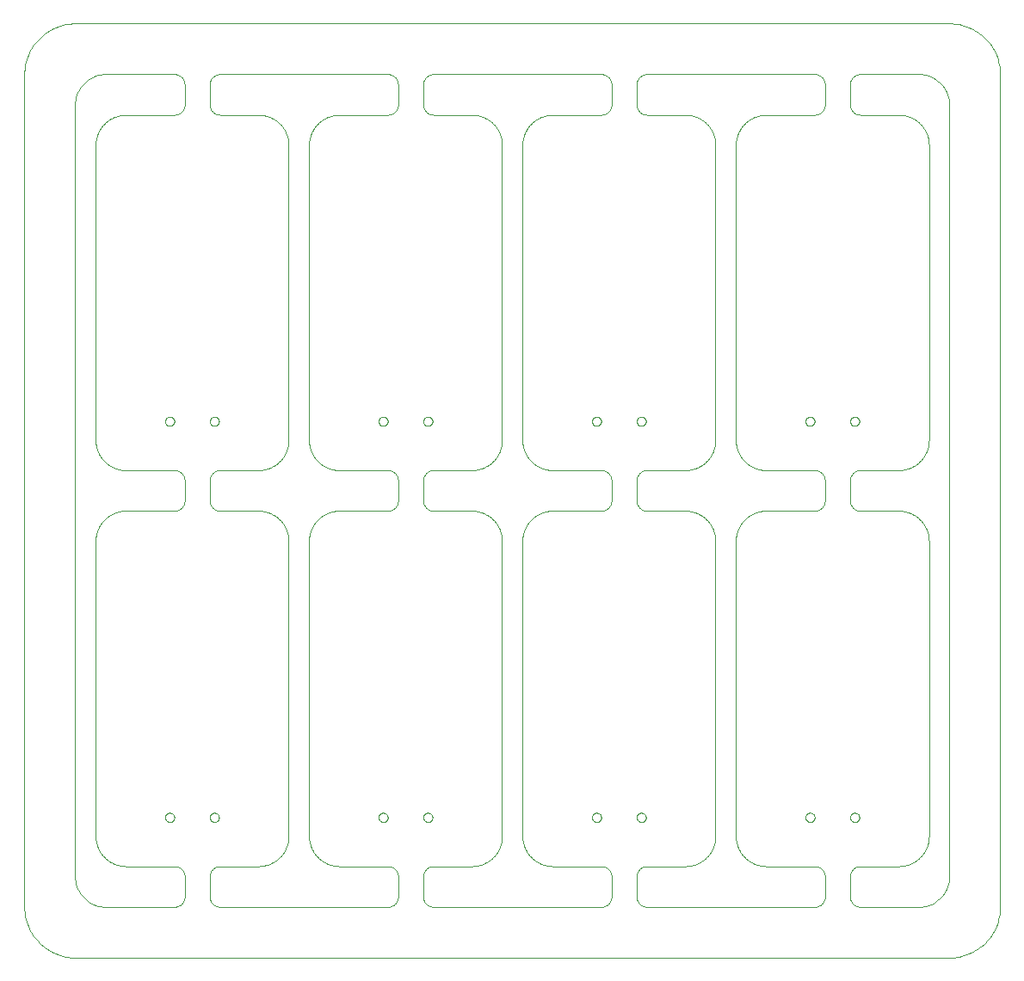
<source format=gko>
%MOIN*%
%OFA0B0*%
%FSLAX44Y44*%
%IPPOS*%
%LPD*%
%ADD10C,0*%
D10*
X00035825Y00003149D02*
X00035825Y00003149D01*
X00035923Y00003151D01*
X00036018Y00003158D01*
X00036114Y00003170D01*
X00036209Y00003186D01*
X00036304Y00003207D01*
X00036398Y00003233D01*
X00036489Y00003264D01*
X00036579Y00003298D01*
X00036667Y00003337D01*
X00036753Y00003381D01*
X00036837Y00003429D01*
X00036920Y00003480D01*
X00036999Y00003536D01*
X00037074Y00003595D01*
X00037147Y00003658D01*
X00037217Y00003725D01*
X00037284Y00003795D01*
X00037348Y00003868D01*
X00037406Y00003944D01*
X00037463Y00004023D01*
X00037515Y00004105D01*
X00037561Y00004189D01*
X00037606Y00004275D01*
X00037645Y00004364D01*
X00037679Y00004454D01*
X00037709Y00004546D01*
X00037736Y00004639D01*
X00037756Y00004733D01*
X00037772Y00004828D01*
X00037784Y00004924D01*
X00037791Y00005020D01*
X00037794Y00005117D01*
X00037794Y00037400D01*
X00037791Y00037497D01*
X00037784Y00037593D01*
X00037772Y00037689D01*
X00037756Y00037785D01*
X00037736Y00037879D01*
X00037709Y00037972D01*
X00037679Y00038064D01*
X00037645Y00038154D01*
X00037606Y00038242D01*
X00037561Y00038328D01*
X00037515Y00038412D01*
X00037463Y00038494D01*
X00037406Y00038573D01*
X00037348Y00038649D01*
X00037284Y00038722D01*
X00037217Y00038792D01*
X00037147Y00038859D01*
X00037074Y00038922D01*
X00036999Y00038982D01*
X00036920Y00039037D01*
X00036837Y00039089D01*
X00036753Y00039137D01*
X00036667Y00039180D01*
X00036579Y00039219D01*
X00036489Y00039254D01*
X00036398Y00039284D01*
X00036304Y00039310D01*
X00036209Y00039331D01*
X00036114Y00039348D01*
X00036018Y00039359D01*
X00035923Y00039367D01*
X00035825Y00039369D01*
X00001967Y00039369D01*
X00001870Y00039367D01*
X00001775Y00039359D01*
X00001678Y00039348D01*
X00001583Y00039331D01*
X00001490Y00039310D01*
X00001396Y00039284D01*
X00001304Y00039254D01*
X00001214Y00039219D01*
X00001125Y00039180D01*
X00001039Y00039137D01*
X00000956Y00039089D01*
X00000873Y00039037D01*
X00000794Y00038982D01*
X00000718Y00038922D01*
X00000646Y00038859D01*
X00000575Y00038792D01*
X00000508Y00038722D01*
X00000445Y00038649D01*
X00000386Y00038573D01*
X00000331Y00038494D01*
X00000279Y00038412D01*
X00000231Y00038328D01*
X00000187Y00038242D01*
X00000148Y00038154D01*
X00000114Y00038064D01*
X00000083Y00037972D01*
X00000057Y00037879D01*
X00000036Y00037785D01*
X00000020Y00037689D01*
X00000008Y00037593D01*
X00000002Y00037497D01*
X00000000Y00037400D01*
X00000000Y00005117D01*
X00000002Y00005020D01*
X00000008Y00004924D01*
X00000020Y00004828D01*
X00000036Y00004733D01*
X00000057Y00004639D01*
X00000083Y00004546D01*
X00000114Y00004454D01*
X00000148Y00004364D01*
X00000187Y00004275D01*
X00000231Y00004189D01*
X00000279Y00004105D01*
X00000331Y00004023D01*
X00000386Y00003944D01*
X00000445Y00003868D01*
X00000508Y00003795D01*
X00000575Y00003725D01*
X00000646Y00003658D01*
X00000718Y00003595D01*
X00000794Y00003536D01*
X00000873Y00003480D01*
X00000956Y00003429D01*
X00001039Y00003381D01*
X00001125Y00003337D01*
X00001214Y00003298D01*
X00001304Y00003264D01*
X00001396Y00003233D01*
X00001490Y00003207D01*
X00001583Y00003186D01*
X00001678Y00003170D01*
X00001775Y00003158D01*
X00001870Y00003151D01*
X00001967Y00003149D01*
X00035825Y00003149D01*
X00032342Y00008587D02*
X00032342Y00008587D01*
X00032342Y00008582D01*
X00032342Y00008577D01*
X00032341Y00008572D01*
X00032341Y00008566D01*
X00032340Y00008561D01*
X00032339Y00008556D01*
X00032338Y00008551D01*
X00032337Y00008546D01*
X00032336Y00008540D01*
X00032335Y00008535D01*
X00032333Y00008530D01*
X00032331Y00008525D01*
X00032329Y00008520D01*
X00032327Y00008516D01*
X00032325Y00008511D01*
X00032323Y00008506D01*
X00032320Y00008501D01*
X00032318Y00008497D01*
X00032315Y00008492D01*
X00032312Y00008488D01*
X00032309Y00008483D01*
X00032306Y00008479D01*
X00032303Y00008475D01*
X00032300Y00008471D01*
X00032296Y00008467D01*
X00032292Y00008463D01*
X00032289Y00008459D01*
X00032285Y00008456D01*
X00032281Y00008452D01*
X00032277Y00008449D01*
X00032273Y00008446D01*
X00032269Y00008442D01*
X00032264Y00008439D01*
X00032260Y00008437D01*
X00032255Y00008434D01*
X00032251Y00008431D01*
X00032246Y00008429D01*
X00032241Y00008426D01*
X00032237Y00008424D01*
X00032232Y00008422D01*
X00032227Y00008420D01*
X00032222Y00008418D01*
X00032217Y00008417D01*
X00032212Y00008415D01*
X00032207Y00008414D01*
X00032202Y00008413D01*
X00032196Y00008412D01*
X00032191Y00008411D01*
X00032186Y00008410D01*
X00032181Y00008410D01*
X00032175Y00008409D01*
X00032170Y00008409D01*
X00032165Y00008409D01*
X00032160Y00008409D01*
X00032154Y00008409D01*
X00032149Y00008410D01*
X00032144Y00008410D01*
X00032139Y00008411D01*
X00032133Y00008412D01*
X00032128Y00008413D01*
X00032123Y00008414D01*
X00032118Y00008415D01*
X00032113Y00008417D01*
X00032108Y00008418D01*
X00032103Y00008420D01*
X00032098Y00008422D01*
X00032093Y00008424D01*
X00032088Y00008426D01*
X00032084Y00008429D01*
X00032079Y00008431D01*
X00032074Y00008434D01*
X00032070Y00008437D01*
X00032065Y00008439D01*
X00032061Y00008442D01*
X00032057Y00008446D01*
X00032053Y00008449D01*
X00032049Y00008452D01*
X00032045Y00008456D01*
X00032041Y00008459D01*
X00032037Y00008463D01*
X00032034Y00008467D01*
X00032030Y00008471D01*
X00032027Y00008475D01*
X00032024Y00008479D01*
X00032020Y00008483D01*
X00032017Y00008488D01*
X00032015Y00008492D01*
X00032012Y00008497D01*
X00032009Y00008501D01*
X00032007Y00008506D01*
X00032004Y00008511D01*
X00032002Y00008516D01*
X00032000Y00008520D01*
X00031998Y00008525D01*
X00031997Y00008530D01*
X00031995Y00008535D01*
X00031994Y00008540D01*
X00031992Y00008546D01*
X00031991Y00008551D01*
X00031990Y00008556D01*
X00031989Y00008561D01*
X00031989Y00008566D01*
X00031988Y00008572D01*
X00031988Y00008577D01*
X00031988Y00008582D01*
X00031988Y00008587D01*
X00031988Y00008593D01*
X00031988Y00008598D01*
X00031989Y00008603D01*
X00031989Y00008608D01*
X00031990Y00008614D01*
X00031991Y00008619D01*
X00031992Y00008624D01*
X00031993Y00008629D01*
X00031994Y00008634D01*
X00031996Y00008639D01*
X00031998Y00008644D01*
X00031999Y00008649D01*
X00032001Y00008654D01*
X00032003Y00008659D01*
X00032006Y00008664D01*
X00032008Y00008669D01*
X00032011Y00008673D01*
X00032013Y00008678D01*
X00032016Y00008682D01*
X00032019Y00008687D01*
X00032022Y00008691D01*
X00032025Y00008695D01*
X00032028Y00008699D01*
X00032032Y00008703D01*
X00032035Y00008707D01*
X00032039Y00008711D01*
X00032043Y00008715D01*
X00032047Y00008718D01*
X00032051Y00008722D01*
X00032055Y00008725D01*
X00032059Y00008728D01*
X00032063Y00008731D01*
X00032068Y00008734D01*
X00032072Y00008737D01*
X00032077Y00008740D01*
X00032081Y00008742D01*
X00032086Y00008745D01*
X00032091Y00008747D01*
X00032096Y00008749D01*
X00032100Y00008751D01*
X00032105Y00008753D01*
X00032110Y00008755D01*
X00032115Y00008756D01*
X00032120Y00008758D01*
X00032126Y00008759D01*
X00032131Y00008760D01*
X00032136Y00008761D01*
X00032141Y00008762D01*
X00032146Y00008762D01*
X00032152Y00008763D01*
X00032157Y00008763D01*
X00032162Y00008763D01*
X00032167Y00008763D01*
X00032173Y00008763D01*
X00032178Y00008763D01*
X00032183Y00008762D01*
X00032189Y00008762D01*
X00032194Y00008761D01*
X00032199Y00008760D01*
X00032204Y00008759D01*
X00032209Y00008758D01*
X00032214Y00008756D01*
X00032219Y00008755D01*
X00032224Y00008753D01*
X00032229Y00008751D01*
X00032234Y00008749D01*
X00032239Y00008747D01*
X00032244Y00008745D01*
X00032248Y00008742D01*
X00032253Y00008740D01*
X00032258Y00008737D01*
X00032262Y00008734D01*
X00032266Y00008731D01*
X00032271Y00008728D01*
X00032275Y00008725D01*
X00032279Y00008722D01*
X00032283Y00008718D01*
X00032287Y00008715D01*
X00032291Y00008711D01*
X00032294Y00008707D01*
X00032298Y00008703D01*
X00032301Y00008699D01*
X00032305Y00008695D01*
X00032308Y00008691D01*
X00032311Y00008687D01*
X00032314Y00008682D01*
X00032317Y00008678D01*
X00032319Y00008673D01*
X00032322Y00008669D01*
X00032324Y00008664D01*
X00032326Y00008659D01*
X00032328Y00008654D01*
X00032330Y00008649D01*
X00032332Y00008644D01*
X00032334Y00008639D01*
X00032335Y00008634D01*
X00032337Y00008629D01*
X00032338Y00008624D01*
X00032339Y00008619D01*
X00032340Y00008614D01*
X00032341Y00008608D01*
X00032341Y00008603D01*
X00032342Y00008598D01*
X00032342Y00008593D01*
X00032342Y00008587D01*
X00030610Y00008587D02*
X00030610Y00008587D01*
X00030610Y00008582D01*
X00030610Y00008577D01*
X00030609Y00008572D01*
X00030609Y00008566D01*
X00030608Y00008561D01*
X00030607Y00008556D01*
X00030606Y00008551D01*
X00030605Y00008546D01*
X00030604Y00008540D01*
X00030602Y00008535D01*
X00030601Y00008530D01*
X00030599Y00008525D01*
X00030597Y00008520D01*
X00030595Y00008516D01*
X00030593Y00008511D01*
X00030591Y00008506D01*
X00030588Y00008501D01*
X00030586Y00008497D01*
X00030583Y00008492D01*
X00030580Y00008488D01*
X00030577Y00008483D01*
X00030574Y00008479D01*
X00030571Y00008475D01*
X00030567Y00008471D01*
X00030564Y00008467D01*
X00030560Y00008463D01*
X00030556Y00008459D01*
X00030553Y00008456D01*
X00030549Y00008452D01*
X00030545Y00008449D01*
X00030541Y00008446D01*
X00030536Y00008442D01*
X00030532Y00008439D01*
X00030528Y00008437D01*
X00030523Y00008434D01*
X00030518Y00008431D01*
X00030514Y00008429D01*
X00030509Y00008426D01*
X00030504Y00008424D01*
X00030499Y00008422D01*
X00030495Y00008420D01*
X00030490Y00008418D01*
X00030485Y00008417D01*
X00030479Y00008415D01*
X00030474Y00008414D01*
X00030469Y00008413D01*
X00030464Y00008412D01*
X00030459Y00008411D01*
X00030454Y00008410D01*
X00030448Y00008410D01*
X00030443Y00008409D01*
X00030438Y00008409D01*
X00030433Y00008409D01*
X00030427Y00008409D01*
X00030422Y00008409D01*
X00030417Y00008410D01*
X00030412Y00008410D01*
X00030406Y00008411D01*
X00030401Y00008412D01*
X00030396Y00008413D01*
X00030391Y00008414D01*
X00030386Y00008415D01*
X00030381Y00008417D01*
X00030376Y00008418D01*
X00030371Y00008420D01*
X00030366Y00008422D01*
X00030361Y00008424D01*
X00030356Y00008426D01*
X00030351Y00008429D01*
X00030347Y00008431D01*
X00030342Y00008434D01*
X00030338Y00008437D01*
X00030333Y00008439D01*
X00030329Y00008442D01*
X00030325Y00008446D01*
X00030320Y00008449D01*
X00030316Y00008452D01*
X00030313Y00008456D01*
X00030309Y00008459D01*
X00030305Y00008463D01*
X00030301Y00008467D01*
X00030298Y00008471D01*
X00030295Y00008475D01*
X00030291Y00008479D01*
X00030288Y00008483D01*
X00030285Y00008488D01*
X00030282Y00008492D01*
X00030280Y00008497D01*
X00030277Y00008501D01*
X00030275Y00008506D01*
X00030272Y00008511D01*
X00030270Y00008516D01*
X00030268Y00008520D01*
X00030266Y00008525D01*
X00030264Y00008530D01*
X00030263Y00008535D01*
X00030261Y00008540D01*
X00030260Y00008546D01*
X00030259Y00008551D01*
X00030258Y00008556D01*
X00030257Y00008561D01*
X00030257Y00008566D01*
X00030256Y00008572D01*
X00030256Y00008577D01*
X00030255Y00008582D01*
X00030255Y00008587D01*
X00030256Y00008593D01*
X00030256Y00008598D01*
X00030256Y00008603D01*
X00030257Y00008608D01*
X00030258Y00008614D01*
X00030258Y00008619D01*
X00030260Y00008624D01*
X00030261Y00008629D01*
X00030262Y00008634D01*
X00030264Y00008639D01*
X00030265Y00008644D01*
X00030267Y00008649D01*
X00030269Y00008654D01*
X00030271Y00008659D01*
X00030273Y00008664D01*
X00030276Y00008669D01*
X00030278Y00008673D01*
X00030281Y00008678D01*
X00030284Y00008682D01*
X00030287Y00008687D01*
X00030290Y00008691D01*
X00030293Y00008695D01*
X00030296Y00008699D01*
X00030300Y00008703D01*
X00030303Y00008707D01*
X00030307Y00008711D01*
X00030311Y00008715D01*
X00030315Y00008718D01*
X00030318Y00008722D01*
X00030323Y00008725D01*
X00030327Y00008728D01*
X00030331Y00008731D01*
X00030335Y00008734D01*
X00030340Y00008737D01*
X00030344Y00008740D01*
X00030349Y00008742D01*
X00030354Y00008745D01*
X00030358Y00008747D01*
X00030363Y00008749D01*
X00030368Y00008751D01*
X00030373Y00008753D01*
X00030378Y00008755D01*
X00030383Y00008756D01*
X00030388Y00008758D01*
X00030393Y00008759D01*
X00030398Y00008760D01*
X00030404Y00008761D01*
X00030409Y00008762D01*
X00030414Y00008762D01*
X00030419Y00008763D01*
X00030425Y00008763D01*
X00030430Y00008763D01*
X00030435Y00008763D01*
X00030440Y00008763D01*
X00030446Y00008763D01*
X00030451Y00008762D01*
X00030456Y00008762D01*
X00030461Y00008761D01*
X00030467Y00008760D01*
X00030472Y00008759D01*
X00030477Y00008758D01*
X00030482Y00008756D01*
X00030487Y00008755D01*
X00030492Y00008753D01*
X00030497Y00008751D01*
X00030502Y00008749D01*
X00030507Y00008747D01*
X00030511Y00008745D01*
X00030516Y00008742D01*
X00030521Y00008740D01*
X00030525Y00008737D01*
X00030530Y00008734D01*
X00030534Y00008731D01*
X00030538Y00008728D01*
X00030543Y00008725D01*
X00030547Y00008722D01*
X00030551Y00008718D01*
X00030555Y00008715D01*
X00030558Y00008711D01*
X00030562Y00008707D01*
X00030566Y00008703D01*
X00030569Y00008699D01*
X00030572Y00008695D01*
X00030575Y00008691D01*
X00030578Y00008687D01*
X00030581Y00008682D01*
X00030584Y00008678D01*
X00030587Y00008673D01*
X00030589Y00008669D01*
X00030592Y00008664D01*
X00030594Y00008659D01*
X00030596Y00008654D01*
X00030598Y00008649D01*
X00030600Y00008644D01*
X00030602Y00008639D01*
X00030603Y00008634D01*
X00030604Y00008629D01*
X00030606Y00008624D01*
X00030607Y00008619D01*
X00030608Y00008614D01*
X00030608Y00008608D01*
X00030609Y00008603D01*
X00030609Y00008598D01*
X00030610Y00008593D01*
X00030610Y00008587D01*
X00024074Y00008587D02*
X00024074Y00008587D01*
X00024074Y00008582D01*
X00024074Y00008577D01*
X00024074Y00008572D01*
X00024073Y00008566D01*
X00024073Y00008561D01*
X00024072Y00008556D01*
X00024071Y00008551D01*
X00024070Y00008546D01*
X00024068Y00008540D01*
X00024067Y00008535D01*
X00024065Y00008530D01*
X00024064Y00008525D01*
X00024062Y00008520D01*
X00024060Y00008516D01*
X00024057Y00008511D01*
X00024055Y00008506D01*
X00024053Y00008501D01*
X00024050Y00008497D01*
X00024047Y00008492D01*
X00024045Y00008488D01*
X00024042Y00008483D01*
X00024038Y00008479D01*
X00024035Y00008475D01*
X00024032Y00008471D01*
X00024028Y00008467D01*
X00024025Y00008463D01*
X00024021Y00008459D01*
X00024017Y00008456D01*
X00024013Y00008452D01*
X00024009Y00008449D01*
X00024005Y00008446D01*
X00024001Y00008442D01*
X00023997Y00008439D01*
X00023992Y00008437D01*
X00023988Y00008434D01*
X00023983Y00008431D01*
X00023978Y00008429D01*
X00023974Y00008426D01*
X00023969Y00008424D01*
X00023964Y00008422D01*
X00023959Y00008420D01*
X00023954Y00008418D01*
X00023949Y00008417D01*
X00023944Y00008415D01*
X00023939Y00008414D01*
X00023934Y00008413D01*
X00023929Y00008412D01*
X00023923Y00008411D01*
X00023918Y00008410D01*
X00023913Y00008410D01*
X00023908Y00008409D01*
X00023902Y00008409D01*
X00023897Y00008409D01*
X00023892Y00008409D01*
X00023887Y00008409D01*
X00023881Y00008410D01*
X00023876Y00008410D01*
X00023871Y00008411D01*
X00023866Y00008412D01*
X00023860Y00008413D01*
X00023855Y00008414D01*
X00023850Y00008415D01*
X00023845Y00008417D01*
X00023840Y00008418D01*
X00023835Y00008420D01*
X00023830Y00008422D01*
X00023825Y00008424D01*
X00023821Y00008426D01*
X00023816Y00008429D01*
X00023811Y00008431D01*
X00023807Y00008434D01*
X00023802Y00008437D01*
X00023798Y00008439D01*
X00023793Y00008442D01*
X00023789Y00008446D01*
X00023785Y00008449D01*
X00023781Y00008452D01*
X00023777Y00008456D01*
X00023773Y00008459D01*
X00023770Y00008463D01*
X00023766Y00008467D01*
X00023762Y00008471D01*
X00023759Y00008475D01*
X00023756Y00008479D01*
X00023753Y00008483D01*
X00023750Y00008488D01*
X00023747Y00008492D01*
X00023744Y00008497D01*
X00023742Y00008501D01*
X00023739Y00008506D01*
X00023737Y00008511D01*
X00023735Y00008516D01*
X00023733Y00008520D01*
X00023731Y00008525D01*
X00023729Y00008530D01*
X00023727Y00008535D01*
X00023726Y00008540D01*
X00023725Y00008546D01*
X00023724Y00008551D01*
X00023723Y00008556D01*
X00023722Y00008561D01*
X00023721Y00008566D01*
X00023721Y00008572D01*
X00023720Y00008577D01*
X00023720Y00008582D01*
X00023720Y00008587D01*
X00023720Y00008593D01*
X00023720Y00008598D01*
X00023721Y00008603D01*
X00023721Y00008608D01*
X00023722Y00008614D01*
X00023723Y00008619D01*
X00023724Y00008624D01*
X00023725Y00008629D01*
X00023727Y00008634D01*
X00023728Y00008639D01*
X00023730Y00008644D01*
X00023732Y00008649D01*
X00023734Y00008654D01*
X00023736Y00008659D01*
X00023738Y00008664D01*
X00023740Y00008669D01*
X00023743Y00008673D01*
X00023745Y00008678D01*
X00023748Y00008682D01*
X00023751Y00008687D01*
X00023754Y00008691D01*
X00023757Y00008695D01*
X00023761Y00008699D01*
X00023764Y00008703D01*
X00023768Y00008707D01*
X00023771Y00008711D01*
X00023775Y00008715D01*
X00023779Y00008718D01*
X00023783Y00008722D01*
X00023787Y00008725D01*
X00023791Y00008728D01*
X00023796Y00008731D01*
X00023800Y00008734D01*
X00023804Y00008737D01*
X00023809Y00008740D01*
X00023814Y00008742D01*
X00023818Y00008745D01*
X00023823Y00008747D01*
X00023828Y00008749D01*
X00023833Y00008751D01*
X00023838Y00008753D01*
X00023843Y00008755D01*
X00023848Y00008756D01*
X00023853Y00008758D01*
X00023858Y00008759D01*
X00023863Y00008760D01*
X00023868Y00008761D01*
X00023873Y00008762D01*
X00023879Y00008762D01*
X00023884Y00008763D01*
X00023889Y00008763D01*
X00023894Y00008763D01*
X00023900Y00008763D01*
X00023905Y00008763D01*
X00023910Y00008763D01*
X00023916Y00008762D01*
X00023921Y00008762D01*
X00023926Y00008761D01*
X00023931Y00008760D01*
X00023936Y00008759D01*
X00023942Y00008758D01*
X00023947Y00008756D01*
X00023952Y00008755D01*
X00023957Y00008753D01*
X00023962Y00008751D01*
X00023966Y00008749D01*
X00023971Y00008747D01*
X00023976Y00008745D01*
X00023981Y00008742D01*
X00023985Y00008740D01*
X00023990Y00008737D01*
X00023994Y00008734D01*
X00023999Y00008731D01*
X00024003Y00008728D01*
X00024007Y00008725D01*
X00024011Y00008722D01*
X00024015Y00008718D01*
X00024019Y00008715D01*
X00024023Y00008711D01*
X00024027Y00008707D01*
X00024030Y00008703D01*
X00024034Y00008699D01*
X00024037Y00008695D01*
X00024040Y00008691D01*
X00024043Y00008687D01*
X00024046Y00008682D01*
X00024049Y00008678D01*
X00024051Y00008673D01*
X00024054Y00008669D01*
X00024056Y00008664D01*
X00024059Y00008659D01*
X00024061Y00008654D01*
X00024063Y00008649D01*
X00024064Y00008644D01*
X00024066Y00008639D01*
X00024068Y00008634D01*
X00024069Y00008629D01*
X00024070Y00008624D01*
X00024071Y00008619D01*
X00024072Y00008614D01*
X00024073Y00008608D01*
X00024073Y00008603D01*
X00024074Y00008598D01*
X00024074Y00008593D01*
X00024074Y00008587D01*
X00022342Y00008587D02*
X00022342Y00008587D01*
X00022342Y00008582D01*
X00022342Y00008577D01*
X00022341Y00008572D01*
X00022341Y00008566D01*
X00022340Y00008561D01*
X00022339Y00008556D01*
X00022338Y00008551D01*
X00022337Y00008546D01*
X00022336Y00008540D01*
X00022335Y00008535D01*
X00022333Y00008530D01*
X00022331Y00008525D01*
X00022329Y00008520D01*
X00022327Y00008516D01*
X00022325Y00008511D01*
X00022323Y00008506D01*
X00022320Y00008501D01*
X00022318Y00008497D01*
X00022315Y00008492D01*
X00022312Y00008488D01*
X00022309Y00008483D01*
X00022306Y00008479D01*
X00022303Y00008475D01*
X00022300Y00008471D01*
X00022296Y00008467D01*
X00022292Y00008463D01*
X00022289Y00008459D01*
X00022285Y00008456D01*
X00022281Y00008452D01*
X00022277Y00008449D01*
X00022273Y00008446D01*
X00022269Y00008442D01*
X00022264Y00008439D01*
X00022260Y00008437D01*
X00022255Y00008434D01*
X00022251Y00008431D01*
X00022246Y00008429D01*
X00022241Y00008426D01*
X00022237Y00008424D01*
X00022232Y00008422D01*
X00022227Y00008420D01*
X00022222Y00008418D01*
X00022217Y00008417D01*
X00022212Y00008415D01*
X00022207Y00008414D01*
X00022202Y00008413D01*
X00022196Y00008412D01*
X00022191Y00008411D01*
X00022186Y00008410D01*
X00022181Y00008410D01*
X00022175Y00008409D01*
X00022170Y00008409D01*
X00022165Y00008409D01*
X00022160Y00008409D01*
X00022154Y00008409D01*
X00022149Y00008410D01*
X00022144Y00008410D01*
X00022139Y00008411D01*
X00022133Y00008412D01*
X00022128Y00008413D01*
X00022123Y00008414D01*
X00022118Y00008415D01*
X00022113Y00008417D01*
X00022108Y00008418D01*
X00022103Y00008420D01*
X00022098Y00008422D01*
X00022093Y00008424D01*
X00022088Y00008426D01*
X00022084Y00008429D01*
X00022079Y00008431D01*
X00022074Y00008434D01*
X00022070Y00008437D01*
X00022065Y00008439D01*
X00022061Y00008442D01*
X00022057Y00008446D01*
X00022053Y00008449D01*
X00022049Y00008452D01*
X00022045Y00008456D01*
X00022041Y00008459D01*
X00022037Y00008463D01*
X00022034Y00008467D01*
X00022030Y00008471D01*
X00022027Y00008475D01*
X00022024Y00008479D01*
X00022020Y00008483D01*
X00022017Y00008488D01*
X00022015Y00008492D01*
X00022012Y00008497D01*
X00022009Y00008501D01*
X00022007Y00008506D01*
X00022005Y00008511D01*
X00022002Y00008516D01*
X00022000Y00008520D01*
X00021998Y00008525D01*
X00021997Y00008530D01*
X00021995Y00008535D01*
X00021994Y00008540D01*
X00021992Y00008546D01*
X00021991Y00008551D01*
X00021990Y00008556D01*
X00021989Y00008561D01*
X00021989Y00008566D01*
X00021988Y00008572D01*
X00021988Y00008577D01*
X00021988Y00008582D01*
X00021988Y00008587D01*
X00021988Y00008593D01*
X00021988Y00008598D01*
X00021989Y00008603D01*
X00021989Y00008608D01*
X00021990Y00008614D01*
X00021991Y00008619D01*
X00021992Y00008624D01*
X00021993Y00008629D01*
X00021994Y00008634D01*
X00021996Y00008639D01*
X00021998Y00008644D01*
X00021999Y00008649D01*
X00022001Y00008654D01*
X00022003Y00008659D01*
X00022006Y00008664D01*
X00022008Y00008669D01*
X00022011Y00008673D01*
X00022013Y00008678D01*
X00022016Y00008682D01*
X00022019Y00008687D01*
X00022022Y00008691D01*
X00022025Y00008695D01*
X00022028Y00008699D01*
X00022032Y00008703D01*
X00022035Y00008707D01*
X00022039Y00008711D01*
X00022043Y00008715D01*
X00022047Y00008718D01*
X00022051Y00008722D01*
X00022055Y00008725D01*
X00022059Y00008728D01*
X00022063Y00008731D01*
X00022068Y00008734D01*
X00022072Y00008737D01*
X00022077Y00008740D01*
X00022081Y00008742D01*
X00022086Y00008745D01*
X00022091Y00008747D01*
X00022096Y00008749D01*
X00022100Y00008751D01*
X00022105Y00008753D01*
X00022110Y00008755D01*
X00022115Y00008756D01*
X00022120Y00008758D01*
X00022126Y00008759D01*
X00022131Y00008760D01*
X00022136Y00008761D01*
X00022141Y00008762D01*
X00022146Y00008762D01*
X00022152Y00008763D01*
X00022157Y00008763D01*
X00022162Y00008763D01*
X00022167Y00008763D01*
X00022173Y00008763D01*
X00022178Y00008763D01*
X00022183Y00008762D01*
X00022189Y00008762D01*
X00022194Y00008761D01*
X00022199Y00008760D01*
X00022204Y00008759D01*
X00022209Y00008758D01*
X00022214Y00008756D01*
X00022219Y00008755D01*
X00022224Y00008753D01*
X00022229Y00008751D01*
X00022234Y00008749D01*
X00022239Y00008747D01*
X00022244Y00008745D01*
X00022248Y00008742D01*
X00022253Y00008740D01*
X00022258Y00008737D01*
X00022262Y00008734D01*
X00022266Y00008731D01*
X00022271Y00008728D01*
X00022275Y00008725D01*
X00022279Y00008722D01*
X00022283Y00008718D01*
X00022287Y00008715D01*
X00022291Y00008711D01*
X00022294Y00008707D01*
X00022298Y00008703D01*
X00022301Y00008699D01*
X00022305Y00008695D01*
X00022308Y00008691D01*
X00022311Y00008687D01*
X00022314Y00008682D01*
X00022317Y00008678D01*
X00022319Y00008673D01*
X00022322Y00008669D01*
X00022324Y00008664D01*
X00022326Y00008659D01*
X00022328Y00008654D01*
X00022330Y00008649D01*
X00022332Y00008644D01*
X00022334Y00008639D01*
X00022335Y00008634D01*
X00022337Y00008629D01*
X00022338Y00008624D01*
X00022339Y00008619D01*
X00022340Y00008614D01*
X00022341Y00008608D01*
X00022341Y00008603D01*
X00022342Y00008598D01*
X00022342Y00008593D01*
X00022342Y00008587D01*
X00032342Y00023942D02*
X00032342Y00023942D01*
X00032342Y00023937D01*
X00032342Y00023931D01*
X00032341Y00023926D01*
X00032341Y00023921D01*
X00032340Y00023915D01*
X00032339Y00023910D01*
X00032338Y00023905D01*
X00032337Y00023900D01*
X00032336Y00023895D01*
X00032335Y00023890D01*
X00032333Y00023885D01*
X00032331Y00023880D01*
X00032329Y00023875D01*
X00032327Y00023870D01*
X00032325Y00023865D01*
X00032323Y00023860D01*
X00032320Y00023856D01*
X00032318Y00023851D01*
X00032315Y00023847D01*
X00032312Y00023842D01*
X00032309Y00023838D01*
X00032306Y00023834D01*
X00032303Y00023829D01*
X00032300Y00023825D01*
X00032296Y00023821D01*
X00032292Y00023818D01*
X00032289Y00023814D01*
X00032285Y00023810D01*
X00032281Y00023807D01*
X00032277Y00023803D01*
X00032273Y00023800D01*
X00032269Y00023797D01*
X00032264Y00023794D01*
X00032260Y00023791D01*
X00032255Y00023788D01*
X00032251Y00023785D01*
X00032246Y00023783D01*
X00032241Y00023781D01*
X00032237Y00023778D01*
X00032232Y00023776D01*
X00032227Y00023774D01*
X00032222Y00023773D01*
X00032217Y00023771D01*
X00032212Y00023770D01*
X00032207Y00023768D01*
X00032202Y00023767D01*
X00032196Y00023766D01*
X00032191Y00023765D01*
X00032186Y00023765D01*
X00032181Y00023764D01*
X00032175Y00023764D01*
X00032170Y00023763D01*
X00032165Y00023763D01*
X00032160Y00023763D01*
X00032154Y00023764D01*
X00032149Y00023764D01*
X00032144Y00023765D01*
X00032139Y00023765D01*
X00032133Y00023766D01*
X00032128Y00023767D01*
X00032123Y00023768D01*
X00032118Y00023770D01*
X00032113Y00023771D01*
X00032108Y00023773D01*
X00032103Y00023774D01*
X00032098Y00023776D01*
X00032093Y00023778D01*
X00032088Y00023781D01*
X00032084Y00023783D01*
X00032079Y00023785D01*
X00032074Y00023788D01*
X00032070Y00023791D01*
X00032065Y00023794D01*
X00032061Y00023797D01*
X00032057Y00023800D01*
X00032053Y00023803D01*
X00032049Y00023807D01*
X00032045Y00023810D01*
X00032041Y00023814D01*
X00032037Y00023818D01*
X00032034Y00023821D01*
X00032030Y00023825D01*
X00032027Y00023829D01*
X00032024Y00023834D01*
X00032020Y00023838D01*
X00032017Y00023842D01*
X00032015Y00023847D01*
X00032012Y00023851D01*
X00032009Y00023856D01*
X00032007Y00023860D01*
X00032004Y00023865D01*
X00032002Y00023870D01*
X00032000Y00023875D01*
X00031998Y00023880D01*
X00031997Y00023885D01*
X00031995Y00023890D01*
X00031994Y00023895D01*
X00031992Y00023900D01*
X00031991Y00023905D01*
X00031990Y00023910D01*
X00031989Y00023915D01*
X00031989Y00023921D01*
X00031988Y00023926D01*
X00031988Y00023931D01*
X00031988Y00023937D01*
X00031988Y00023942D01*
X00031988Y00023947D01*
X00031988Y00023952D01*
X00031989Y00023958D01*
X00031989Y00023963D01*
X00031990Y00023968D01*
X00031991Y00023973D01*
X00031992Y00023978D01*
X00031993Y00023984D01*
X00031994Y00023989D01*
X00031996Y00023994D01*
X00031998Y00023999D01*
X00031999Y00024004D01*
X00032001Y00024009D01*
X00032003Y00024013D01*
X00032006Y00024018D01*
X00032008Y00024023D01*
X00032011Y00024027D01*
X00032013Y00024032D01*
X00032016Y00024037D01*
X00032019Y00024041D01*
X00032022Y00024045D01*
X00032025Y00024049D01*
X00032028Y00024054D01*
X00032032Y00024058D01*
X00032035Y00024061D01*
X00032039Y00024065D01*
X00032043Y00024069D01*
X00032047Y00024073D01*
X00032051Y00024076D01*
X00032055Y00024079D01*
X00032059Y00024083D01*
X00032063Y00024086D01*
X00032068Y00024089D01*
X00032072Y00024091D01*
X00032077Y00024094D01*
X00032081Y00024097D01*
X00032086Y00024099D01*
X00032091Y00024101D01*
X00032096Y00024103D01*
X00032100Y00024105D01*
X00032105Y00024107D01*
X00032110Y00024109D01*
X00032115Y00024111D01*
X00032120Y00024112D01*
X00032126Y00024113D01*
X00032131Y00024114D01*
X00032136Y00024115D01*
X00032141Y00024116D01*
X00032146Y00024117D01*
X00032152Y00024117D01*
X00032157Y00024117D01*
X00032162Y00024118D01*
X00032167Y00024118D01*
X00032173Y00024117D01*
X00032178Y00024117D01*
X00032183Y00024117D01*
X00032189Y00024116D01*
X00032194Y00024115D01*
X00032199Y00024114D01*
X00032204Y00024113D01*
X00032209Y00024112D01*
X00032214Y00024111D01*
X00032219Y00024109D01*
X00032224Y00024107D01*
X00032229Y00024105D01*
X00032234Y00024103D01*
X00032239Y00024101D01*
X00032244Y00024099D01*
X00032248Y00024097D01*
X00032253Y00024094D01*
X00032258Y00024091D01*
X00032262Y00024089D01*
X00032266Y00024086D01*
X00032271Y00024083D01*
X00032275Y00024079D01*
X00032279Y00024076D01*
X00032283Y00024073D01*
X00032287Y00024069D01*
X00032291Y00024065D01*
X00032294Y00024061D01*
X00032298Y00024058D01*
X00032301Y00024054D01*
X00032305Y00024049D01*
X00032308Y00024045D01*
X00032311Y00024041D01*
X00032314Y00024037D01*
X00032317Y00024032D01*
X00032319Y00024027D01*
X00032322Y00024023D01*
X00032324Y00024018D01*
X00032326Y00024013D01*
X00032328Y00024009D01*
X00032330Y00024004D01*
X00032332Y00023999D01*
X00032334Y00023994D01*
X00032335Y00023989D01*
X00032337Y00023984D01*
X00032338Y00023978D01*
X00032339Y00023973D01*
X00032340Y00023968D01*
X00032341Y00023963D01*
X00032341Y00023958D01*
X00032342Y00023952D01*
X00032342Y00023947D01*
X00032342Y00023942D01*
X00030610Y00023942D02*
X00030610Y00023942D01*
X00030610Y00023937D01*
X00030610Y00023931D01*
X00030609Y00023926D01*
X00030609Y00023921D01*
X00030608Y00023915D01*
X00030607Y00023910D01*
X00030606Y00023905D01*
X00030605Y00023900D01*
X00030604Y00023895D01*
X00030602Y00023890D01*
X00030601Y00023885D01*
X00030599Y00023880D01*
X00030597Y00023875D01*
X00030595Y00023870D01*
X00030593Y00023865D01*
X00030591Y00023860D01*
X00030588Y00023856D01*
X00030586Y00023851D01*
X00030583Y00023847D01*
X00030580Y00023842D01*
X00030577Y00023838D01*
X00030574Y00023834D01*
X00030571Y00023829D01*
X00030567Y00023825D01*
X00030564Y00023821D01*
X00030560Y00023818D01*
X00030556Y00023814D01*
X00030553Y00023810D01*
X00030549Y00023807D01*
X00030545Y00023803D01*
X00030541Y00023800D01*
X00030536Y00023797D01*
X00030532Y00023794D01*
X00030528Y00023791D01*
X00030523Y00023788D01*
X00030518Y00023785D01*
X00030514Y00023783D01*
X00030509Y00023781D01*
X00030504Y00023778D01*
X00030499Y00023776D01*
X00030495Y00023774D01*
X00030490Y00023773D01*
X00030485Y00023771D01*
X00030479Y00023770D01*
X00030474Y00023768D01*
X00030469Y00023767D01*
X00030464Y00023766D01*
X00030459Y00023765D01*
X00030454Y00023765D01*
X00030448Y00023764D01*
X00030443Y00023764D01*
X00030438Y00023763D01*
X00030433Y00023763D01*
X00030427Y00023763D01*
X00030422Y00023764D01*
X00030417Y00023764D01*
X00030412Y00023765D01*
X00030406Y00023765D01*
X00030401Y00023766D01*
X00030396Y00023767D01*
X00030391Y00023768D01*
X00030386Y00023770D01*
X00030381Y00023771D01*
X00030376Y00023773D01*
X00030371Y00023774D01*
X00030366Y00023776D01*
X00030361Y00023778D01*
X00030356Y00023781D01*
X00030351Y00023783D01*
X00030347Y00023785D01*
X00030342Y00023788D01*
X00030338Y00023791D01*
X00030333Y00023794D01*
X00030329Y00023797D01*
X00030325Y00023800D01*
X00030320Y00023803D01*
X00030316Y00023807D01*
X00030313Y00023810D01*
X00030309Y00023814D01*
X00030305Y00023818D01*
X00030301Y00023821D01*
X00030298Y00023825D01*
X00030295Y00023829D01*
X00030291Y00023834D01*
X00030288Y00023838D01*
X00030285Y00023842D01*
X00030282Y00023847D01*
X00030280Y00023851D01*
X00030277Y00023856D01*
X00030275Y00023860D01*
X00030272Y00023865D01*
X00030270Y00023870D01*
X00030268Y00023875D01*
X00030266Y00023880D01*
X00030264Y00023885D01*
X00030263Y00023890D01*
X00030261Y00023895D01*
X00030260Y00023900D01*
X00030259Y00023905D01*
X00030258Y00023910D01*
X00030257Y00023915D01*
X00030257Y00023921D01*
X00030256Y00023926D01*
X00030256Y00023931D01*
X00030255Y00023937D01*
X00030255Y00023942D01*
X00030256Y00023947D01*
X00030256Y00023952D01*
X00030256Y00023958D01*
X00030257Y00023963D01*
X00030258Y00023968D01*
X00030258Y00023973D01*
X00030260Y00023978D01*
X00030261Y00023984D01*
X00030262Y00023989D01*
X00030264Y00023994D01*
X00030265Y00023999D01*
X00030267Y00024004D01*
X00030269Y00024009D01*
X00030271Y00024013D01*
X00030273Y00024018D01*
X00030276Y00024023D01*
X00030278Y00024027D01*
X00030281Y00024032D01*
X00030284Y00024037D01*
X00030287Y00024041D01*
X00030290Y00024045D01*
X00030293Y00024049D01*
X00030296Y00024054D01*
X00030300Y00024058D01*
X00030303Y00024061D01*
X00030307Y00024065D01*
X00030311Y00024069D01*
X00030315Y00024073D01*
X00030318Y00024076D01*
X00030323Y00024079D01*
X00030327Y00024083D01*
X00030331Y00024086D01*
X00030335Y00024089D01*
X00030340Y00024091D01*
X00030344Y00024094D01*
X00030349Y00024097D01*
X00030354Y00024099D01*
X00030358Y00024101D01*
X00030363Y00024103D01*
X00030368Y00024105D01*
X00030373Y00024107D01*
X00030378Y00024109D01*
X00030383Y00024111D01*
X00030388Y00024112D01*
X00030393Y00024113D01*
X00030398Y00024114D01*
X00030404Y00024115D01*
X00030409Y00024116D01*
X00030414Y00024117D01*
X00030419Y00024117D01*
X00030425Y00024117D01*
X00030430Y00024118D01*
X00030435Y00024118D01*
X00030440Y00024117D01*
X00030446Y00024117D01*
X00030451Y00024117D01*
X00030456Y00024116D01*
X00030461Y00024115D01*
X00030467Y00024114D01*
X00030472Y00024113D01*
X00030477Y00024112D01*
X00030482Y00024111D01*
X00030487Y00024109D01*
X00030492Y00024107D01*
X00030497Y00024105D01*
X00030502Y00024103D01*
X00030507Y00024101D01*
X00030511Y00024099D01*
X00030516Y00024097D01*
X00030521Y00024094D01*
X00030525Y00024091D01*
X00030530Y00024089D01*
X00030534Y00024086D01*
X00030538Y00024083D01*
X00030543Y00024079D01*
X00030547Y00024076D01*
X00030551Y00024073D01*
X00030555Y00024069D01*
X00030558Y00024065D01*
X00030562Y00024061D01*
X00030566Y00024058D01*
X00030569Y00024054D01*
X00030572Y00024049D01*
X00030575Y00024045D01*
X00030578Y00024041D01*
X00030581Y00024037D01*
X00030584Y00024032D01*
X00030587Y00024027D01*
X00030589Y00024023D01*
X00030592Y00024018D01*
X00030594Y00024013D01*
X00030596Y00024009D01*
X00030598Y00024004D01*
X00030600Y00023999D01*
X00030602Y00023994D01*
X00030603Y00023989D01*
X00030604Y00023984D01*
X00030606Y00023978D01*
X00030607Y00023973D01*
X00030608Y00023968D01*
X00030608Y00023963D01*
X00030609Y00023958D01*
X00030609Y00023952D01*
X00030610Y00023947D01*
X00030610Y00023942D01*
X00024074Y00023942D02*
X00024074Y00023942D01*
X00024074Y00023937D01*
X00024074Y00023931D01*
X00024074Y00023926D01*
X00024073Y00023921D01*
X00024073Y00023915D01*
X00024072Y00023910D01*
X00024071Y00023905D01*
X00024070Y00023900D01*
X00024068Y00023895D01*
X00024067Y00023890D01*
X00024065Y00023885D01*
X00024064Y00023880D01*
X00024062Y00023875D01*
X00024060Y00023870D01*
X00024057Y00023865D01*
X00024055Y00023860D01*
X00024053Y00023856D01*
X00024050Y00023851D01*
X00024047Y00023847D01*
X00024045Y00023842D01*
X00024042Y00023838D01*
X00024038Y00023834D01*
X00024035Y00023829D01*
X00024032Y00023825D01*
X00024028Y00023821D01*
X00024025Y00023818D01*
X00024021Y00023814D01*
X00024017Y00023810D01*
X00024013Y00023807D01*
X00024009Y00023803D01*
X00024005Y00023800D01*
X00024001Y00023797D01*
X00023997Y00023794D01*
X00023992Y00023791D01*
X00023988Y00023788D01*
X00023983Y00023785D01*
X00023978Y00023783D01*
X00023974Y00023781D01*
X00023969Y00023778D01*
X00023964Y00023776D01*
X00023959Y00023774D01*
X00023954Y00023773D01*
X00023949Y00023771D01*
X00023944Y00023770D01*
X00023939Y00023768D01*
X00023934Y00023767D01*
X00023929Y00023766D01*
X00023923Y00023765D01*
X00023918Y00023765D01*
X00023913Y00023764D01*
X00023908Y00023764D01*
X00023902Y00023763D01*
X00023897Y00023763D01*
X00023892Y00023763D01*
X00023887Y00023764D01*
X00023881Y00023764D01*
X00023876Y00023765D01*
X00023871Y00023765D01*
X00023866Y00023766D01*
X00023860Y00023767D01*
X00023855Y00023768D01*
X00023850Y00023770D01*
X00023845Y00023771D01*
X00023840Y00023773D01*
X00023835Y00023774D01*
X00023830Y00023776D01*
X00023825Y00023778D01*
X00023821Y00023781D01*
X00023816Y00023783D01*
X00023811Y00023785D01*
X00023807Y00023788D01*
X00023802Y00023791D01*
X00023798Y00023794D01*
X00023793Y00023797D01*
X00023789Y00023800D01*
X00023785Y00023803D01*
X00023781Y00023807D01*
X00023777Y00023810D01*
X00023773Y00023814D01*
X00023770Y00023818D01*
X00023766Y00023821D01*
X00023762Y00023825D01*
X00023759Y00023829D01*
X00023756Y00023834D01*
X00023753Y00023838D01*
X00023750Y00023842D01*
X00023747Y00023847D01*
X00023744Y00023851D01*
X00023742Y00023856D01*
X00023739Y00023860D01*
X00023737Y00023865D01*
X00023735Y00023870D01*
X00023733Y00023875D01*
X00023731Y00023880D01*
X00023729Y00023885D01*
X00023727Y00023890D01*
X00023726Y00023895D01*
X00023725Y00023900D01*
X00023724Y00023905D01*
X00023723Y00023910D01*
X00023722Y00023915D01*
X00023721Y00023921D01*
X00023721Y00023926D01*
X00023720Y00023931D01*
X00023720Y00023937D01*
X00023720Y00023942D01*
X00023720Y00023947D01*
X00023720Y00023952D01*
X00023721Y00023958D01*
X00023721Y00023963D01*
X00023722Y00023968D01*
X00023723Y00023973D01*
X00023724Y00023978D01*
X00023725Y00023984D01*
X00023727Y00023989D01*
X00023728Y00023994D01*
X00023730Y00023999D01*
X00023732Y00024004D01*
X00023734Y00024009D01*
X00023736Y00024013D01*
X00023738Y00024018D01*
X00023740Y00024023D01*
X00023743Y00024027D01*
X00023745Y00024032D01*
X00023748Y00024037D01*
X00023751Y00024041D01*
X00023754Y00024045D01*
X00023757Y00024049D01*
X00023761Y00024054D01*
X00023764Y00024058D01*
X00023768Y00024061D01*
X00023771Y00024065D01*
X00023775Y00024069D01*
X00023779Y00024073D01*
X00023783Y00024076D01*
X00023787Y00024079D01*
X00023791Y00024083D01*
X00023796Y00024086D01*
X00023800Y00024089D01*
X00023804Y00024091D01*
X00023809Y00024094D01*
X00023814Y00024097D01*
X00023818Y00024099D01*
X00023823Y00024101D01*
X00023828Y00024103D01*
X00023833Y00024105D01*
X00023838Y00024107D01*
X00023843Y00024109D01*
X00023848Y00024111D01*
X00023853Y00024112D01*
X00023858Y00024113D01*
X00023863Y00024114D01*
X00023868Y00024115D01*
X00023873Y00024116D01*
X00023879Y00024117D01*
X00023884Y00024117D01*
X00023889Y00024117D01*
X00023894Y00024118D01*
X00023900Y00024118D01*
X00023905Y00024117D01*
X00023910Y00024117D01*
X00023916Y00024117D01*
X00023921Y00024116D01*
X00023926Y00024115D01*
X00023931Y00024114D01*
X00023936Y00024113D01*
X00023942Y00024112D01*
X00023947Y00024111D01*
X00023952Y00024109D01*
X00023957Y00024107D01*
X00023962Y00024105D01*
X00023966Y00024103D01*
X00023971Y00024101D01*
X00023976Y00024099D01*
X00023981Y00024097D01*
X00023985Y00024094D01*
X00023990Y00024091D01*
X00023994Y00024089D01*
X00023999Y00024086D01*
X00024003Y00024083D01*
X00024007Y00024079D01*
X00024011Y00024076D01*
X00024015Y00024073D01*
X00024019Y00024069D01*
X00024023Y00024065D01*
X00024027Y00024061D01*
X00024030Y00024058D01*
X00024034Y00024054D01*
X00024037Y00024049D01*
X00024040Y00024045D01*
X00024043Y00024041D01*
X00024046Y00024037D01*
X00024049Y00024032D01*
X00024051Y00024027D01*
X00024054Y00024023D01*
X00024056Y00024018D01*
X00024059Y00024013D01*
X00024061Y00024009D01*
X00024063Y00024004D01*
X00024064Y00023999D01*
X00024066Y00023994D01*
X00024068Y00023989D01*
X00024069Y00023984D01*
X00024070Y00023978D01*
X00024071Y00023973D01*
X00024072Y00023968D01*
X00024073Y00023963D01*
X00024073Y00023958D01*
X00024074Y00023952D01*
X00024074Y00023947D01*
X00024074Y00023942D01*
X00022342Y00023942D02*
X00022342Y00023942D01*
X00022342Y00023937D01*
X00022342Y00023931D01*
X00022341Y00023926D01*
X00022341Y00023921D01*
X00022340Y00023915D01*
X00022339Y00023910D01*
X00022338Y00023905D01*
X00022337Y00023900D01*
X00022336Y00023895D01*
X00022335Y00023890D01*
X00022333Y00023885D01*
X00022331Y00023880D01*
X00022329Y00023875D01*
X00022327Y00023870D01*
X00022325Y00023865D01*
X00022323Y00023860D01*
X00022320Y00023856D01*
X00022318Y00023851D01*
X00022315Y00023847D01*
X00022312Y00023842D01*
X00022309Y00023838D01*
X00022306Y00023834D01*
X00022303Y00023829D01*
X00022300Y00023825D01*
X00022296Y00023821D01*
X00022292Y00023818D01*
X00022289Y00023814D01*
X00022285Y00023810D01*
X00022281Y00023807D01*
X00022277Y00023803D01*
X00022273Y00023800D01*
X00022269Y00023797D01*
X00022264Y00023794D01*
X00022260Y00023791D01*
X00022255Y00023788D01*
X00022251Y00023785D01*
X00022246Y00023783D01*
X00022241Y00023781D01*
X00022237Y00023778D01*
X00022232Y00023776D01*
X00022227Y00023774D01*
X00022222Y00023773D01*
X00022217Y00023771D01*
X00022212Y00023770D01*
X00022207Y00023768D01*
X00022202Y00023767D01*
X00022196Y00023766D01*
X00022191Y00023765D01*
X00022186Y00023765D01*
X00022181Y00023764D01*
X00022175Y00023764D01*
X00022170Y00023763D01*
X00022165Y00023763D01*
X00022160Y00023763D01*
X00022154Y00023764D01*
X00022149Y00023764D01*
X00022144Y00023765D01*
X00022139Y00023765D01*
X00022133Y00023766D01*
X00022128Y00023767D01*
X00022123Y00023768D01*
X00022118Y00023770D01*
X00022113Y00023771D01*
X00022108Y00023773D01*
X00022103Y00023774D01*
X00022098Y00023776D01*
X00022093Y00023778D01*
X00022088Y00023781D01*
X00022084Y00023783D01*
X00022079Y00023785D01*
X00022074Y00023788D01*
X00022070Y00023791D01*
X00022065Y00023794D01*
X00022061Y00023797D01*
X00022057Y00023800D01*
X00022053Y00023803D01*
X00022049Y00023807D01*
X00022045Y00023810D01*
X00022041Y00023814D01*
X00022037Y00023818D01*
X00022034Y00023821D01*
X00022030Y00023825D01*
X00022027Y00023829D01*
X00022024Y00023834D01*
X00022020Y00023838D01*
X00022017Y00023842D01*
X00022015Y00023847D01*
X00022012Y00023851D01*
X00022009Y00023856D01*
X00022007Y00023860D01*
X00022005Y00023865D01*
X00022002Y00023870D01*
X00022000Y00023875D01*
X00021998Y00023880D01*
X00021997Y00023885D01*
X00021995Y00023890D01*
X00021994Y00023895D01*
X00021992Y00023900D01*
X00021991Y00023905D01*
X00021990Y00023910D01*
X00021989Y00023915D01*
X00021989Y00023921D01*
X00021988Y00023926D01*
X00021988Y00023931D01*
X00021988Y00023937D01*
X00021988Y00023942D01*
X00021988Y00023947D01*
X00021988Y00023952D01*
X00021989Y00023958D01*
X00021989Y00023963D01*
X00021990Y00023968D01*
X00021991Y00023973D01*
X00021992Y00023978D01*
X00021993Y00023984D01*
X00021994Y00023989D01*
X00021996Y00023994D01*
X00021998Y00023999D01*
X00021999Y00024004D01*
X00022001Y00024009D01*
X00022003Y00024013D01*
X00022006Y00024018D01*
X00022008Y00024023D01*
X00022011Y00024027D01*
X00022013Y00024032D01*
X00022016Y00024037D01*
X00022019Y00024041D01*
X00022022Y00024045D01*
X00022025Y00024049D01*
X00022028Y00024054D01*
X00022032Y00024058D01*
X00022035Y00024061D01*
X00022039Y00024065D01*
X00022043Y00024069D01*
X00022047Y00024073D01*
X00022051Y00024076D01*
X00022055Y00024079D01*
X00022059Y00024083D01*
X00022063Y00024086D01*
X00022068Y00024089D01*
X00022072Y00024091D01*
X00022077Y00024094D01*
X00022081Y00024097D01*
X00022086Y00024099D01*
X00022091Y00024101D01*
X00022096Y00024103D01*
X00022100Y00024105D01*
X00022105Y00024107D01*
X00022110Y00024109D01*
X00022115Y00024111D01*
X00022120Y00024112D01*
X00022126Y00024113D01*
X00022131Y00024114D01*
X00022136Y00024115D01*
X00022141Y00024116D01*
X00022146Y00024117D01*
X00022152Y00024117D01*
X00022157Y00024117D01*
X00022162Y00024118D01*
X00022167Y00024118D01*
X00022173Y00024117D01*
X00022178Y00024117D01*
X00022183Y00024117D01*
X00022189Y00024116D01*
X00022194Y00024115D01*
X00022199Y00024114D01*
X00022204Y00024113D01*
X00022209Y00024112D01*
X00022214Y00024111D01*
X00022219Y00024109D01*
X00022224Y00024107D01*
X00022229Y00024105D01*
X00022234Y00024103D01*
X00022239Y00024101D01*
X00022244Y00024099D01*
X00022248Y00024097D01*
X00022253Y00024094D01*
X00022258Y00024091D01*
X00022262Y00024089D01*
X00022266Y00024086D01*
X00022271Y00024083D01*
X00022275Y00024079D01*
X00022279Y00024076D01*
X00022283Y00024073D01*
X00022287Y00024069D01*
X00022291Y00024065D01*
X00022294Y00024061D01*
X00022298Y00024058D01*
X00022301Y00024054D01*
X00022305Y00024049D01*
X00022308Y00024045D01*
X00022311Y00024041D01*
X00022314Y00024037D01*
X00022317Y00024032D01*
X00022319Y00024027D01*
X00022322Y00024023D01*
X00022324Y00024018D01*
X00022326Y00024013D01*
X00022328Y00024009D01*
X00022330Y00024004D01*
X00022332Y00023999D01*
X00022334Y00023994D01*
X00022335Y00023989D01*
X00022337Y00023984D01*
X00022338Y00023978D01*
X00022339Y00023973D01*
X00022340Y00023968D01*
X00022341Y00023963D01*
X00022341Y00023958D01*
X00022342Y00023952D01*
X00022342Y00023947D01*
X00022342Y00023942D01*
X00015807Y00023942D02*
X00015807Y00023942D01*
X00015807Y00023937D01*
X00015806Y00023931D01*
X00015806Y00023926D01*
X00015805Y00023921D01*
X00015805Y00023915D01*
X00015804Y00023910D01*
X00015803Y00023905D01*
X00015802Y00023900D01*
X00015801Y00023895D01*
X00015799Y00023890D01*
X00015798Y00023885D01*
X00015796Y00023880D01*
X00015794Y00023875D01*
X00015792Y00023870D01*
X00015790Y00023865D01*
X00015787Y00023860D01*
X00015785Y00023856D01*
X00015782Y00023851D01*
X00015780Y00023847D01*
X00015777Y00023842D01*
X00015774Y00023838D01*
X00015771Y00023834D01*
X00015767Y00023829D01*
X00015764Y00023825D01*
X00015761Y00023821D01*
X00015757Y00023818D01*
X00015753Y00023814D01*
X00015749Y00023810D01*
X00015746Y00023807D01*
X00015742Y00023803D01*
X00015737Y00023800D01*
X00015733Y00023797D01*
X00015729Y00023794D01*
X00015724Y00023791D01*
X00015720Y00023788D01*
X00015715Y00023785D01*
X00015711Y00023783D01*
X00015706Y00023781D01*
X00015701Y00023778D01*
X00015696Y00023776D01*
X00015691Y00023774D01*
X00015686Y00023773D01*
X00015681Y00023771D01*
X00015676Y00023770D01*
X00015671Y00023768D01*
X00015666Y00023767D01*
X00015661Y00023766D01*
X00015656Y00023765D01*
X00015650Y00023765D01*
X00015645Y00023764D01*
X00015640Y00023764D01*
X00015635Y00023763D01*
X00015629Y00023763D01*
X00015624Y00023763D01*
X00015619Y00023764D01*
X00015614Y00023764D01*
X00015608Y00023765D01*
X00015603Y00023765D01*
X00015598Y00023766D01*
X00015593Y00023767D01*
X00015588Y00023768D01*
X00015582Y00023770D01*
X00015577Y00023771D01*
X00015572Y00023773D01*
X00015567Y00023774D01*
X00015563Y00023776D01*
X00015558Y00023778D01*
X00015553Y00023781D01*
X00015548Y00023783D01*
X00015544Y00023785D01*
X00015539Y00023788D01*
X00015534Y00023791D01*
X00015530Y00023794D01*
X00015526Y00023797D01*
X00015521Y00023800D01*
X00015517Y00023803D01*
X00015513Y00023807D01*
X00015509Y00023810D01*
X00015506Y00023814D01*
X00015502Y00023818D01*
X00015498Y00023821D01*
X00015495Y00023825D01*
X00015491Y00023829D01*
X00015488Y00023834D01*
X00015485Y00023838D01*
X00015482Y00023842D01*
X00015479Y00023847D01*
X00015476Y00023851D01*
X00015474Y00023856D01*
X00015471Y00023860D01*
X00015469Y00023865D01*
X00015467Y00023870D01*
X00015465Y00023875D01*
X00015463Y00023880D01*
X00015461Y00023885D01*
X00015460Y00023890D01*
X00015458Y00023895D01*
X00015457Y00023900D01*
X00015456Y00023905D01*
X00015455Y00023910D01*
X00015454Y00023915D01*
X00015453Y00023921D01*
X00015453Y00023926D01*
X00015452Y00023931D01*
X00015452Y00023937D01*
X00015452Y00023942D01*
X00015452Y00023947D01*
X00015453Y00023952D01*
X00015453Y00023958D01*
X00015454Y00023963D01*
X00015454Y00023968D01*
X00015455Y00023973D01*
X00015456Y00023978D01*
X00015458Y00023984D01*
X00015459Y00023989D01*
X00015460Y00023994D01*
X00015462Y00023999D01*
X00015464Y00024004D01*
X00015466Y00024009D01*
X00015468Y00024013D01*
X00015470Y00024018D01*
X00015473Y00024023D01*
X00015475Y00024027D01*
X00015478Y00024032D01*
X00015481Y00024037D01*
X00015484Y00024041D01*
X00015487Y00024045D01*
X00015490Y00024049D01*
X00015493Y00024054D01*
X00015496Y00024058D01*
X00015500Y00024061D01*
X00015504Y00024065D01*
X00015507Y00024069D01*
X00015511Y00024073D01*
X00015515Y00024076D01*
X00015519Y00024079D01*
X00015524Y00024083D01*
X00015528Y00024086D01*
X00015532Y00024089D01*
X00015537Y00024091D01*
X00015541Y00024094D01*
X00015546Y00024097D01*
X00015551Y00024099D01*
X00015555Y00024101D01*
X00015560Y00024103D01*
X00015565Y00024105D01*
X00015570Y00024107D01*
X00015575Y00024109D01*
X00015580Y00024111D01*
X00015585Y00024112D01*
X00015590Y00024113D01*
X00015595Y00024114D01*
X00015601Y00024115D01*
X00015606Y00024116D01*
X00015611Y00024117D01*
X00015616Y00024117D01*
X00015622Y00024117D01*
X00015627Y00024118D01*
X00015632Y00024118D01*
X00015637Y00024117D01*
X00015643Y00024117D01*
X00015648Y00024117D01*
X00015653Y00024116D01*
X00015658Y00024115D01*
X00015664Y00024114D01*
X00015669Y00024113D01*
X00015674Y00024112D01*
X00015679Y00024111D01*
X00015684Y00024109D01*
X00015689Y00024107D01*
X00015694Y00024105D01*
X00015699Y00024103D01*
X00015704Y00024101D01*
X00015708Y00024099D01*
X00015713Y00024097D01*
X00015718Y00024094D01*
X00015722Y00024091D01*
X00015727Y00024089D01*
X00015731Y00024086D01*
X00015735Y00024083D01*
X00015739Y00024079D01*
X00015744Y00024076D01*
X00015747Y00024073D01*
X00015751Y00024069D01*
X00015755Y00024065D01*
X00015759Y00024061D01*
X00015762Y00024058D01*
X00015766Y00024054D01*
X00015769Y00024049D01*
X00015772Y00024045D01*
X00015775Y00024041D01*
X00015778Y00024037D01*
X00015781Y00024032D01*
X00015784Y00024027D01*
X00015786Y00024023D01*
X00015789Y00024018D01*
X00015791Y00024013D01*
X00015793Y00024009D01*
X00015795Y00024004D01*
X00015797Y00023999D01*
X00015798Y00023994D01*
X00015800Y00023989D01*
X00015801Y00023984D01*
X00015802Y00023978D01*
X00015804Y00023973D01*
X00015804Y00023968D01*
X00015805Y00023963D01*
X00015806Y00023958D01*
X00015806Y00023952D01*
X00015806Y00023947D01*
X00015807Y00023942D01*
X00014074Y00023942D02*
X00014074Y00023942D01*
X00014074Y00023937D01*
X00014074Y00023931D01*
X00014074Y00023926D01*
X00014073Y00023921D01*
X00014073Y00023915D01*
X00014072Y00023910D01*
X00014071Y00023905D01*
X00014070Y00023900D01*
X00014068Y00023895D01*
X00014067Y00023890D01*
X00014065Y00023885D01*
X00014064Y00023880D01*
X00014062Y00023875D01*
X00014060Y00023870D01*
X00014057Y00023865D01*
X00014055Y00023860D01*
X00014053Y00023856D01*
X00014050Y00023851D01*
X00014047Y00023847D01*
X00014045Y00023842D01*
X00014042Y00023838D01*
X00014038Y00023834D01*
X00014035Y00023829D01*
X00014032Y00023825D01*
X00014028Y00023821D01*
X00014025Y00023818D01*
X00014021Y00023814D01*
X00014017Y00023810D01*
X00014013Y00023807D01*
X00014009Y00023803D01*
X00014005Y00023800D01*
X00014001Y00023797D01*
X00013997Y00023794D01*
X00013992Y00023791D01*
X00013988Y00023788D01*
X00013983Y00023785D01*
X00013978Y00023783D01*
X00013974Y00023781D01*
X00013969Y00023778D01*
X00013964Y00023776D01*
X00013959Y00023774D01*
X00013954Y00023773D01*
X00013949Y00023771D01*
X00013944Y00023770D01*
X00013939Y00023768D01*
X00013934Y00023767D01*
X00013929Y00023766D01*
X00013923Y00023765D01*
X00013918Y00023765D01*
X00013913Y00023764D01*
X00013908Y00023764D01*
X00013902Y00023763D01*
X00013897Y00023763D01*
X00013892Y00023763D01*
X00013887Y00023764D01*
X00013881Y00023764D01*
X00013876Y00023765D01*
X00013871Y00023765D01*
X00013866Y00023766D01*
X00013860Y00023767D01*
X00013855Y00023768D01*
X00013850Y00023770D01*
X00013845Y00023771D01*
X00013840Y00023773D01*
X00013835Y00023774D01*
X00013830Y00023776D01*
X00013825Y00023778D01*
X00013821Y00023781D01*
X00013816Y00023783D01*
X00013811Y00023785D01*
X00013807Y00023788D01*
X00013802Y00023791D01*
X00013798Y00023794D01*
X00013793Y00023797D01*
X00013789Y00023800D01*
X00013785Y00023803D01*
X00013781Y00023807D01*
X00013777Y00023810D01*
X00013773Y00023814D01*
X00013770Y00023818D01*
X00013766Y00023821D01*
X00013762Y00023825D01*
X00013759Y00023829D01*
X00013756Y00023834D01*
X00013753Y00023838D01*
X00013750Y00023842D01*
X00013747Y00023847D01*
X00013744Y00023851D01*
X00013742Y00023856D01*
X00013739Y00023860D01*
X00013737Y00023865D01*
X00013735Y00023870D01*
X00013733Y00023875D01*
X00013731Y00023880D01*
X00013729Y00023885D01*
X00013727Y00023890D01*
X00013726Y00023895D01*
X00013725Y00023900D01*
X00013724Y00023905D01*
X00013723Y00023910D01*
X00013722Y00023915D01*
X00013721Y00023921D01*
X00013721Y00023926D01*
X00013720Y00023931D01*
X00013720Y00023937D01*
X00013720Y00023942D01*
X00013720Y00023947D01*
X00013720Y00023952D01*
X00013721Y00023958D01*
X00013721Y00023963D01*
X00013722Y00023968D01*
X00013723Y00023973D01*
X00013724Y00023978D01*
X00013725Y00023984D01*
X00013727Y00023989D01*
X00013728Y00023994D01*
X00013730Y00023999D01*
X00013732Y00024004D01*
X00013734Y00024009D01*
X00013736Y00024013D01*
X00013738Y00024018D01*
X00013740Y00024023D01*
X00013743Y00024027D01*
X00013745Y00024032D01*
X00013748Y00024037D01*
X00013751Y00024041D01*
X00013754Y00024045D01*
X00013757Y00024049D01*
X00013761Y00024054D01*
X00013764Y00024058D01*
X00013768Y00024061D01*
X00013771Y00024065D01*
X00013775Y00024069D01*
X00013779Y00024073D01*
X00013783Y00024076D01*
X00013787Y00024079D01*
X00013791Y00024083D01*
X00013796Y00024086D01*
X00013800Y00024089D01*
X00013804Y00024091D01*
X00013809Y00024094D01*
X00013814Y00024097D01*
X00013818Y00024099D01*
X00013823Y00024101D01*
X00013828Y00024103D01*
X00013833Y00024105D01*
X00013838Y00024107D01*
X00013843Y00024109D01*
X00013848Y00024111D01*
X00013853Y00024112D01*
X00013858Y00024113D01*
X00013863Y00024114D01*
X00013868Y00024115D01*
X00013873Y00024116D01*
X00013879Y00024117D01*
X00013884Y00024117D01*
X00013889Y00024117D01*
X00013894Y00024118D01*
X00013900Y00024118D01*
X00013905Y00024117D01*
X00013910Y00024117D01*
X00013916Y00024117D01*
X00013921Y00024116D01*
X00013926Y00024115D01*
X00013931Y00024114D01*
X00013936Y00024113D01*
X00013942Y00024112D01*
X00013947Y00024111D01*
X00013952Y00024109D01*
X00013957Y00024107D01*
X00013962Y00024105D01*
X00013966Y00024103D01*
X00013971Y00024101D01*
X00013976Y00024099D01*
X00013981Y00024097D01*
X00013985Y00024094D01*
X00013990Y00024091D01*
X00013994Y00024089D01*
X00013999Y00024086D01*
X00014003Y00024083D01*
X00014007Y00024079D01*
X00014011Y00024076D01*
X00014015Y00024073D01*
X00014019Y00024069D01*
X00014023Y00024065D01*
X00014027Y00024061D01*
X00014030Y00024058D01*
X00014034Y00024054D01*
X00014037Y00024049D01*
X00014040Y00024045D01*
X00014043Y00024041D01*
X00014046Y00024037D01*
X00014049Y00024032D01*
X00014051Y00024027D01*
X00014054Y00024023D01*
X00014056Y00024018D01*
X00014059Y00024013D01*
X00014061Y00024009D01*
X00014063Y00024004D01*
X00014064Y00023999D01*
X00014066Y00023994D01*
X00014068Y00023989D01*
X00014069Y00023984D01*
X00014070Y00023978D01*
X00014071Y00023973D01*
X00014072Y00023968D01*
X00014073Y00023963D01*
X00014073Y00023958D01*
X00014074Y00023952D01*
X00014074Y00023947D01*
X00014074Y00023942D01*
X00007539Y00023942D02*
X00007539Y00023942D01*
X00007539Y00023937D01*
X00007539Y00023931D01*
X00007538Y00023926D01*
X00007538Y00023921D01*
X00007537Y00023915D01*
X00007536Y00023910D01*
X00007535Y00023905D01*
X00007534Y00023900D01*
X00007533Y00023895D01*
X00007531Y00023890D01*
X00007530Y00023885D01*
X00007528Y00023880D01*
X00007526Y00023875D01*
X00007524Y00023870D01*
X00007522Y00023865D01*
X00007520Y00023860D01*
X00007517Y00023856D01*
X00007515Y00023851D01*
X00007512Y00023847D01*
X00007509Y00023842D01*
X00007506Y00023838D01*
X00007503Y00023834D01*
X00007500Y00023829D01*
X00007496Y00023825D01*
X00007493Y00023821D01*
X00007489Y00023818D01*
X00007486Y00023814D01*
X00007482Y00023810D01*
X00007478Y00023807D01*
X00007474Y00023803D01*
X00007470Y00023800D01*
X00007465Y00023797D01*
X00007461Y00023794D01*
X00007457Y00023791D01*
X00007452Y00023788D01*
X00007448Y00023785D01*
X00007443Y00023783D01*
X00007438Y00023781D01*
X00007433Y00023778D01*
X00007429Y00023776D01*
X00007424Y00023774D01*
X00007419Y00023773D01*
X00007414Y00023771D01*
X00007409Y00023770D01*
X00007404Y00023768D01*
X00007398Y00023767D01*
X00007393Y00023766D01*
X00007388Y00023765D01*
X00007383Y00023765D01*
X00007377Y00023764D01*
X00007372Y00023764D01*
X00007367Y00023763D01*
X00007362Y00023763D01*
X00007356Y00023763D01*
X00007351Y00023764D01*
X00007346Y00023764D01*
X00007341Y00023765D01*
X00007335Y00023765D01*
X00007330Y00023766D01*
X00007325Y00023767D01*
X00007320Y00023768D01*
X00007315Y00023770D01*
X00007310Y00023771D01*
X00007305Y00023773D01*
X00007300Y00023774D01*
X00007295Y00023776D01*
X00007290Y00023778D01*
X00007285Y00023781D01*
X00007280Y00023783D01*
X00007276Y00023785D01*
X00007271Y00023788D01*
X00007267Y00023791D01*
X00007262Y00023794D01*
X00007258Y00023797D01*
X00007254Y00023800D01*
X00007250Y00023803D01*
X00007246Y00023807D01*
X00007242Y00023810D01*
X00007238Y00023814D01*
X00007234Y00023818D01*
X00007231Y00023821D01*
X00007227Y00023825D01*
X00007224Y00023829D01*
X00007220Y00023834D01*
X00007217Y00023838D01*
X00007214Y00023842D01*
X00007211Y00023847D01*
X00007209Y00023851D01*
X00007206Y00023856D01*
X00007204Y00023860D01*
X00007201Y00023865D01*
X00007199Y00023870D01*
X00007197Y00023875D01*
X00007195Y00023880D01*
X00007194Y00023885D01*
X00007192Y00023890D01*
X00007191Y00023895D01*
X00007189Y00023900D01*
X00007188Y00023905D01*
X00007187Y00023910D01*
X00007186Y00023915D01*
X00007186Y00023921D01*
X00007185Y00023926D01*
X00007185Y00023931D01*
X00007185Y00023937D01*
X00007185Y00023942D01*
X00007185Y00023947D01*
X00007185Y00023952D01*
X00007185Y00023958D01*
X00007186Y00023963D01*
X00007187Y00023968D01*
X00007188Y00023973D01*
X00007189Y00023978D01*
X00007190Y00023984D01*
X00007191Y00023989D01*
X00007193Y00023994D01*
X00007194Y00023999D01*
X00007196Y00024004D01*
X00007198Y00024009D01*
X00007200Y00024013D01*
X00007202Y00024018D01*
X00007205Y00024023D01*
X00007207Y00024027D01*
X00007210Y00024032D01*
X00007213Y00024037D01*
X00007216Y00024041D01*
X00007219Y00024045D01*
X00007222Y00024049D01*
X00007225Y00024054D01*
X00007229Y00024058D01*
X00007232Y00024061D01*
X00007236Y00024065D01*
X00007240Y00024069D01*
X00007244Y00024073D01*
X00007248Y00024076D01*
X00007252Y00024079D01*
X00007256Y00024083D01*
X00007260Y00024086D01*
X00007265Y00024089D01*
X00007269Y00024091D01*
X00007274Y00024094D01*
X00007278Y00024097D01*
X00007283Y00024099D01*
X00007288Y00024101D01*
X00007292Y00024103D01*
X00007297Y00024105D01*
X00007302Y00024107D01*
X00007307Y00024109D01*
X00007312Y00024111D01*
X00007317Y00024112D01*
X00007322Y00024113D01*
X00007328Y00024114D01*
X00007333Y00024115D01*
X00007338Y00024116D01*
X00007343Y00024117D01*
X00007349Y00024117D01*
X00007354Y00024117D01*
X00007359Y00024118D01*
X00007364Y00024118D01*
X00007370Y00024117D01*
X00007375Y00024117D01*
X00007380Y00024117D01*
X00007385Y00024116D01*
X00007391Y00024115D01*
X00007396Y00024114D01*
X00007401Y00024113D01*
X00007406Y00024112D01*
X00007411Y00024111D01*
X00007416Y00024109D01*
X00007421Y00024107D01*
X00007426Y00024105D01*
X00007431Y00024103D01*
X00007436Y00024101D01*
X00007441Y00024099D01*
X00007445Y00024097D01*
X00007450Y00024094D01*
X00007454Y00024091D01*
X00007459Y00024089D01*
X00007463Y00024086D01*
X00007468Y00024083D01*
X00007472Y00024079D01*
X00007476Y00024076D01*
X00007480Y00024073D01*
X00007484Y00024069D01*
X00007487Y00024065D01*
X00007491Y00024061D01*
X00007495Y00024058D01*
X00007498Y00024054D01*
X00007501Y00024049D01*
X00007505Y00024045D01*
X00007508Y00024041D01*
X00007511Y00024037D01*
X00007513Y00024032D01*
X00007516Y00024027D01*
X00007519Y00024023D01*
X00007521Y00024018D01*
X00007523Y00024013D01*
X00007525Y00024009D01*
X00007527Y00024004D01*
X00007529Y00023999D01*
X00007531Y00023994D01*
X00007532Y00023989D01*
X00007534Y00023984D01*
X00007535Y00023978D01*
X00007536Y00023973D01*
X00007537Y00023968D01*
X00007537Y00023963D01*
X00007538Y00023958D01*
X00007538Y00023952D01*
X00007539Y00023947D01*
X00007539Y00023942D01*
X00005807Y00023942D02*
X00005807Y00023942D01*
X00005807Y00023937D01*
X00005806Y00023931D01*
X00005806Y00023926D01*
X00005805Y00023921D01*
X00005805Y00023915D01*
X00005804Y00023910D01*
X00005803Y00023905D01*
X00005802Y00023900D01*
X00005801Y00023895D01*
X00005799Y00023890D01*
X00005798Y00023885D01*
X00005796Y00023880D01*
X00005794Y00023875D01*
X00005792Y00023870D01*
X00005790Y00023865D01*
X00005787Y00023860D01*
X00005785Y00023856D01*
X00005782Y00023851D01*
X00005780Y00023847D01*
X00005777Y00023842D01*
X00005774Y00023838D01*
X00005771Y00023834D01*
X00005767Y00023829D01*
X00005764Y00023825D01*
X00005761Y00023821D01*
X00005757Y00023818D01*
X00005753Y00023814D01*
X00005749Y00023810D01*
X00005746Y00023807D01*
X00005742Y00023803D01*
X00005737Y00023800D01*
X00005733Y00023797D01*
X00005729Y00023794D01*
X00005724Y00023791D01*
X00005720Y00023788D01*
X00005715Y00023785D01*
X00005711Y00023783D01*
X00005706Y00023781D01*
X00005701Y00023778D01*
X00005696Y00023776D01*
X00005691Y00023774D01*
X00005686Y00023773D01*
X00005681Y00023771D01*
X00005676Y00023770D01*
X00005671Y00023768D01*
X00005666Y00023767D01*
X00005661Y00023766D01*
X00005656Y00023765D01*
X00005650Y00023765D01*
X00005645Y00023764D01*
X00005640Y00023764D01*
X00005635Y00023763D01*
X00005629Y00023763D01*
X00005624Y00023763D01*
X00005619Y00023764D01*
X00005614Y00023764D01*
X00005608Y00023765D01*
X00005603Y00023765D01*
X00005598Y00023766D01*
X00005593Y00023767D01*
X00005588Y00023768D01*
X00005582Y00023770D01*
X00005577Y00023771D01*
X00005572Y00023773D01*
X00005567Y00023774D01*
X00005563Y00023776D01*
X00005558Y00023778D01*
X00005553Y00023781D01*
X00005548Y00023783D01*
X00005544Y00023785D01*
X00005539Y00023788D01*
X00005534Y00023791D01*
X00005530Y00023794D01*
X00005526Y00023797D01*
X00005521Y00023800D01*
X00005517Y00023803D01*
X00005513Y00023807D01*
X00005509Y00023810D01*
X00005506Y00023814D01*
X00005502Y00023818D01*
X00005498Y00023821D01*
X00005495Y00023825D01*
X00005491Y00023829D01*
X00005488Y00023834D01*
X00005485Y00023838D01*
X00005482Y00023842D01*
X00005479Y00023847D01*
X00005476Y00023851D01*
X00005474Y00023856D01*
X00005471Y00023860D01*
X00005469Y00023865D01*
X00005467Y00023870D01*
X00005465Y00023875D01*
X00005463Y00023880D01*
X00005461Y00023885D01*
X00005460Y00023890D01*
X00005458Y00023895D01*
X00005457Y00023900D01*
X00005456Y00023905D01*
X00005455Y00023910D01*
X00005454Y00023915D01*
X00005453Y00023921D01*
X00005453Y00023926D01*
X00005452Y00023931D01*
X00005452Y00023937D01*
X00005452Y00023942D01*
X00005452Y00023947D01*
X00005453Y00023952D01*
X00005453Y00023958D01*
X00005454Y00023963D01*
X00005454Y00023968D01*
X00005455Y00023973D01*
X00005456Y00023978D01*
X00005458Y00023984D01*
X00005459Y00023989D01*
X00005460Y00023994D01*
X00005462Y00023999D01*
X00005464Y00024004D01*
X00005466Y00024009D01*
X00005468Y00024013D01*
X00005470Y00024018D01*
X00005473Y00024023D01*
X00005475Y00024027D01*
X00005478Y00024032D01*
X00005481Y00024037D01*
X00005484Y00024041D01*
X00005487Y00024045D01*
X00005490Y00024049D01*
X00005493Y00024054D01*
X00005496Y00024058D01*
X00005500Y00024061D01*
X00005504Y00024065D01*
X00005507Y00024069D01*
X00005511Y00024073D01*
X00005515Y00024076D01*
X00005519Y00024079D01*
X00005524Y00024083D01*
X00005528Y00024086D01*
X00005532Y00024089D01*
X00005537Y00024091D01*
X00005541Y00024094D01*
X00005546Y00024097D01*
X00005551Y00024099D01*
X00005555Y00024101D01*
X00005560Y00024103D01*
X00005565Y00024105D01*
X00005570Y00024107D01*
X00005575Y00024109D01*
X00005580Y00024111D01*
X00005585Y00024112D01*
X00005590Y00024113D01*
X00005595Y00024114D01*
X00005601Y00024115D01*
X00005606Y00024116D01*
X00005611Y00024117D01*
X00005616Y00024117D01*
X00005622Y00024117D01*
X00005627Y00024118D01*
X00005632Y00024118D01*
X00005637Y00024117D01*
X00005643Y00024117D01*
X00005648Y00024117D01*
X00005653Y00024116D01*
X00005658Y00024115D01*
X00005664Y00024114D01*
X00005669Y00024113D01*
X00005674Y00024112D01*
X00005679Y00024111D01*
X00005684Y00024109D01*
X00005689Y00024107D01*
X00005694Y00024105D01*
X00005699Y00024103D01*
X00005704Y00024101D01*
X00005708Y00024099D01*
X00005713Y00024097D01*
X00005718Y00024094D01*
X00005722Y00024091D01*
X00005727Y00024089D01*
X00005731Y00024086D01*
X00005735Y00024083D01*
X00005739Y00024079D01*
X00005744Y00024076D01*
X00005747Y00024073D01*
X00005751Y00024069D01*
X00005755Y00024065D01*
X00005759Y00024061D01*
X00005762Y00024058D01*
X00005766Y00024054D01*
X00005769Y00024049D01*
X00005772Y00024045D01*
X00005775Y00024041D01*
X00005778Y00024037D01*
X00005781Y00024032D01*
X00005784Y00024027D01*
X00005786Y00024023D01*
X00005789Y00024018D01*
X00005791Y00024013D01*
X00005793Y00024009D01*
X00005795Y00024004D01*
X00005797Y00023999D01*
X00005798Y00023994D01*
X00005800Y00023989D01*
X00005801Y00023984D01*
X00005802Y00023978D01*
X00005804Y00023973D01*
X00005804Y00023968D01*
X00005805Y00023963D01*
X00005806Y00023958D01*
X00005806Y00023952D01*
X00005806Y00023947D01*
X00005807Y00023942D01*
X00015807Y00008587D02*
X00015807Y00008587D01*
X00015807Y00008582D01*
X00015806Y00008577D01*
X00015806Y00008572D01*
X00015805Y00008566D01*
X00015805Y00008561D01*
X00015804Y00008556D01*
X00015803Y00008551D01*
X00015802Y00008546D01*
X00015801Y00008540D01*
X00015799Y00008535D01*
X00015798Y00008530D01*
X00015796Y00008525D01*
X00015794Y00008520D01*
X00015792Y00008516D01*
X00015790Y00008511D01*
X00015787Y00008506D01*
X00015785Y00008501D01*
X00015782Y00008497D01*
X00015780Y00008492D01*
X00015777Y00008488D01*
X00015774Y00008483D01*
X00015771Y00008479D01*
X00015767Y00008475D01*
X00015764Y00008471D01*
X00015761Y00008467D01*
X00015757Y00008463D01*
X00015753Y00008459D01*
X00015749Y00008456D01*
X00015746Y00008452D01*
X00015742Y00008449D01*
X00015737Y00008446D01*
X00015733Y00008442D01*
X00015729Y00008439D01*
X00015724Y00008437D01*
X00015720Y00008434D01*
X00015715Y00008431D01*
X00015711Y00008429D01*
X00015706Y00008426D01*
X00015701Y00008424D01*
X00015696Y00008422D01*
X00015691Y00008420D01*
X00015686Y00008418D01*
X00015681Y00008417D01*
X00015676Y00008415D01*
X00015671Y00008414D01*
X00015666Y00008413D01*
X00015661Y00008412D01*
X00015656Y00008411D01*
X00015650Y00008410D01*
X00015645Y00008410D01*
X00015640Y00008409D01*
X00015635Y00008409D01*
X00015629Y00008409D01*
X00015624Y00008409D01*
X00015619Y00008409D01*
X00015614Y00008410D01*
X00015608Y00008410D01*
X00015603Y00008411D01*
X00015598Y00008412D01*
X00015593Y00008413D01*
X00015588Y00008414D01*
X00015582Y00008415D01*
X00015577Y00008417D01*
X00015572Y00008418D01*
X00015567Y00008420D01*
X00015563Y00008422D01*
X00015558Y00008424D01*
X00015553Y00008426D01*
X00015548Y00008429D01*
X00015544Y00008431D01*
X00015539Y00008434D01*
X00015534Y00008437D01*
X00015530Y00008439D01*
X00015526Y00008442D01*
X00015521Y00008446D01*
X00015517Y00008449D01*
X00015513Y00008452D01*
X00015509Y00008456D01*
X00015506Y00008459D01*
X00015502Y00008463D01*
X00015498Y00008467D01*
X00015495Y00008471D01*
X00015491Y00008475D01*
X00015488Y00008479D01*
X00015485Y00008483D01*
X00015482Y00008488D01*
X00015479Y00008492D01*
X00015476Y00008497D01*
X00015474Y00008501D01*
X00015471Y00008506D01*
X00015469Y00008511D01*
X00015467Y00008516D01*
X00015465Y00008520D01*
X00015463Y00008525D01*
X00015461Y00008530D01*
X00015460Y00008535D01*
X00015458Y00008540D01*
X00015457Y00008546D01*
X00015456Y00008551D01*
X00015455Y00008556D01*
X00015454Y00008561D01*
X00015453Y00008566D01*
X00015453Y00008572D01*
X00015452Y00008577D01*
X00015452Y00008582D01*
X00015452Y00008587D01*
X00015452Y00008593D01*
X00015453Y00008598D01*
X00015453Y00008603D01*
X00015454Y00008608D01*
X00015454Y00008614D01*
X00015455Y00008619D01*
X00015456Y00008624D01*
X00015458Y00008629D01*
X00015459Y00008634D01*
X00015460Y00008639D01*
X00015462Y00008644D01*
X00015464Y00008649D01*
X00015466Y00008654D01*
X00015468Y00008659D01*
X00015470Y00008664D01*
X00015473Y00008669D01*
X00015475Y00008673D01*
X00015478Y00008678D01*
X00015481Y00008682D01*
X00015484Y00008687D01*
X00015487Y00008691D01*
X00015490Y00008695D01*
X00015493Y00008699D01*
X00015496Y00008703D01*
X00015500Y00008707D01*
X00015504Y00008711D01*
X00015507Y00008715D01*
X00015511Y00008718D01*
X00015515Y00008722D01*
X00015519Y00008725D01*
X00015524Y00008728D01*
X00015528Y00008731D01*
X00015532Y00008734D01*
X00015537Y00008737D01*
X00015541Y00008740D01*
X00015546Y00008742D01*
X00015551Y00008745D01*
X00015555Y00008747D01*
X00015560Y00008749D01*
X00015565Y00008751D01*
X00015570Y00008753D01*
X00015575Y00008755D01*
X00015580Y00008756D01*
X00015585Y00008758D01*
X00015590Y00008759D01*
X00015595Y00008760D01*
X00015601Y00008761D01*
X00015606Y00008762D01*
X00015611Y00008762D01*
X00015616Y00008763D01*
X00015622Y00008763D01*
X00015627Y00008763D01*
X00015632Y00008763D01*
X00015637Y00008763D01*
X00015643Y00008763D01*
X00015648Y00008762D01*
X00015653Y00008762D01*
X00015658Y00008761D01*
X00015664Y00008760D01*
X00015669Y00008759D01*
X00015674Y00008758D01*
X00015679Y00008756D01*
X00015684Y00008755D01*
X00015689Y00008753D01*
X00015694Y00008751D01*
X00015699Y00008749D01*
X00015704Y00008747D01*
X00015708Y00008745D01*
X00015713Y00008742D01*
X00015718Y00008740D01*
X00015722Y00008737D01*
X00015727Y00008734D01*
X00015731Y00008731D01*
X00015735Y00008728D01*
X00015739Y00008725D01*
X00015744Y00008722D01*
X00015747Y00008718D01*
X00015751Y00008715D01*
X00015755Y00008711D01*
X00015759Y00008707D01*
X00015762Y00008703D01*
X00015766Y00008699D01*
X00015769Y00008695D01*
X00015772Y00008691D01*
X00015775Y00008687D01*
X00015778Y00008682D01*
X00015781Y00008678D01*
X00015784Y00008673D01*
X00015786Y00008669D01*
X00015789Y00008664D01*
X00015791Y00008659D01*
X00015793Y00008654D01*
X00015795Y00008649D01*
X00015797Y00008644D01*
X00015798Y00008639D01*
X00015800Y00008634D01*
X00015801Y00008629D01*
X00015802Y00008624D01*
X00015804Y00008619D01*
X00015804Y00008614D01*
X00015805Y00008608D01*
X00015806Y00008603D01*
X00015806Y00008598D01*
X00015806Y00008593D01*
X00015807Y00008587D01*
X00014074Y00008587D02*
X00014074Y00008587D01*
X00014074Y00008582D01*
X00014074Y00008577D01*
X00014074Y00008572D01*
X00014073Y00008566D01*
X00014073Y00008561D01*
X00014072Y00008556D01*
X00014071Y00008551D01*
X00014070Y00008546D01*
X00014068Y00008540D01*
X00014067Y00008535D01*
X00014065Y00008530D01*
X00014064Y00008525D01*
X00014062Y00008520D01*
X00014060Y00008516D01*
X00014057Y00008511D01*
X00014055Y00008506D01*
X00014053Y00008501D01*
X00014050Y00008497D01*
X00014047Y00008492D01*
X00014045Y00008488D01*
X00014042Y00008483D01*
X00014038Y00008479D01*
X00014035Y00008475D01*
X00014032Y00008471D01*
X00014028Y00008467D01*
X00014025Y00008463D01*
X00014021Y00008459D01*
X00014017Y00008456D01*
X00014013Y00008452D01*
X00014009Y00008449D01*
X00014005Y00008446D01*
X00014001Y00008442D01*
X00013997Y00008439D01*
X00013992Y00008437D01*
X00013988Y00008434D01*
X00013983Y00008431D01*
X00013978Y00008429D01*
X00013974Y00008426D01*
X00013969Y00008424D01*
X00013964Y00008422D01*
X00013959Y00008420D01*
X00013954Y00008418D01*
X00013949Y00008417D01*
X00013944Y00008415D01*
X00013939Y00008414D01*
X00013934Y00008413D01*
X00013929Y00008412D01*
X00013923Y00008411D01*
X00013918Y00008410D01*
X00013913Y00008410D01*
X00013908Y00008409D01*
X00013902Y00008409D01*
X00013897Y00008409D01*
X00013892Y00008409D01*
X00013887Y00008409D01*
X00013881Y00008410D01*
X00013876Y00008410D01*
X00013871Y00008411D01*
X00013866Y00008412D01*
X00013860Y00008413D01*
X00013855Y00008414D01*
X00013850Y00008415D01*
X00013845Y00008417D01*
X00013840Y00008418D01*
X00013835Y00008420D01*
X00013830Y00008422D01*
X00013825Y00008424D01*
X00013821Y00008426D01*
X00013816Y00008429D01*
X00013811Y00008431D01*
X00013807Y00008434D01*
X00013802Y00008437D01*
X00013798Y00008439D01*
X00013793Y00008442D01*
X00013789Y00008446D01*
X00013785Y00008449D01*
X00013781Y00008452D01*
X00013777Y00008456D01*
X00013773Y00008459D01*
X00013770Y00008463D01*
X00013766Y00008467D01*
X00013762Y00008471D01*
X00013759Y00008475D01*
X00013756Y00008479D01*
X00013753Y00008483D01*
X00013750Y00008488D01*
X00013747Y00008492D01*
X00013744Y00008497D01*
X00013742Y00008501D01*
X00013739Y00008506D01*
X00013737Y00008511D01*
X00013735Y00008516D01*
X00013733Y00008520D01*
X00013731Y00008525D01*
X00013729Y00008530D01*
X00013727Y00008535D01*
X00013726Y00008540D01*
X00013725Y00008546D01*
X00013724Y00008551D01*
X00013723Y00008556D01*
X00013722Y00008561D01*
X00013721Y00008566D01*
X00013721Y00008572D01*
X00013720Y00008577D01*
X00013720Y00008582D01*
X00013720Y00008587D01*
X00013720Y00008593D01*
X00013720Y00008598D01*
X00013721Y00008603D01*
X00013721Y00008608D01*
X00013722Y00008614D01*
X00013723Y00008619D01*
X00013724Y00008624D01*
X00013725Y00008629D01*
X00013727Y00008634D01*
X00013728Y00008639D01*
X00013730Y00008644D01*
X00013732Y00008649D01*
X00013734Y00008654D01*
X00013736Y00008659D01*
X00013738Y00008664D01*
X00013740Y00008669D01*
X00013743Y00008673D01*
X00013745Y00008678D01*
X00013748Y00008682D01*
X00013751Y00008687D01*
X00013754Y00008691D01*
X00013757Y00008695D01*
X00013761Y00008699D01*
X00013764Y00008703D01*
X00013768Y00008707D01*
X00013771Y00008711D01*
X00013775Y00008715D01*
X00013779Y00008718D01*
X00013783Y00008722D01*
X00013787Y00008725D01*
X00013791Y00008728D01*
X00013796Y00008731D01*
X00013800Y00008734D01*
X00013804Y00008737D01*
X00013809Y00008740D01*
X00013814Y00008742D01*
X00013818Y00008745D01*
X00013823Y00008747D01*
X00013828Y00008749D01*
X00013833Y00008751D01*
X00013838Y00008753D01*
X00013843Y00008755D01*
X00013848Y00008756D01*
X00013853Y00008758D01*
X00013858Y00008759D01*
X00013863Y00008760D01*
X00013868Y00008761D01*
X00013873Y00008762D01*
X00013879Y00008762D01*
X00013884Y00008763D01*
X00013889Y00008763D01*
X00013894Y00008763D01*
X00013900Y00008763D01*
X00013905Y00008763D01*
X00013910Y00008763D01*
X00013916Y00008762D01*
X00013921Y00008762D01*
X00013926Y00008761D01*
X00013931Y00008760D01*
X00013936Y00008759D01*
X00013942Y00008758D01*
X00013947Y00008756D01*
X00013952Y00008755D01*
X00013957Y00008753D01*
X00013962Y00008751D01*
X00013966Y00008749D01*
X00013971Y00008747D01*
X00013976Y00008745D01*
X00013981Y00008742D01*
X00013985Y00008740D01*
X00013990Y00008737D01*
X00013994Y00008734D01*
X00013999Y00008731D01*
X00014003Y00008728D01*
X00014007Y00008725D01*
X00014011Y00008722D01*
X00014015Y00008718D01*
X00014019Y00008715D01*
X00014023Y00008711D01*
X00014027Y00008707D01*
X00014030Y00008703D01*
X00014034Y00008699D01*
X00014037Y00008695D01*
X00014040Y00008691D01*
X00014043Y00008687D01*
X00014046Y00008682D01*
X00014049Y00008678D01*
X00014051Y00008673D01*
X00014054Y00008669D01*
X00014056Y00008664D01*
X00014059Y00008659D01*
X00014061Y00008654D01*
X00014063Y00008649D01*
X00014064Y00008644D01*
X00014066Y00008639D01*
X00014068Y00008634D01*
X00014069Y00008629D01*
X00014070Y00008624D01*
X00014071Y00008619D01*
X00014072Y00008614D01*
X00014073Y00008608D01*
X00014073Y00008603D01*
X00014074Y00008598D01*
X00014074Y00008593D01*
X00014074Y00008587D01*
X00007539Y00008587D02*
X00007539Y00008587D01*
X00007539Y00008582D01*
X00007539Y00008577D01*
X00007538Y00008572D01*
X00007538Y00008566D01*
X00007537Y00008561D01*
X00007536Y00008556D01*
X00007535Y00008551D01*
X00007534Y00008546D01*
X00007533Y00008540D01*
X00007531Y00008535D01*
X00007530Y00008530D01*
X00007528Y00008525D01*
X00007526Y00008520D01*
X00007524Y00008516D01*
X00007522Y00008511D01*
X00007520Y00008506D01*
X00007517Y00008501D01*
X00007515Y00008497D01*
X00007512Y00008492D01*
X00007509Y00008488D01*
X00007506Y00008483D01*
X00007503Y00008479D01*
X00007500Y00008475D01*
X00007496Y00008471D01*
X00007493Y00008467D01*
X00007489Y00008463D01*
X00007486Y00008459D01*
X00007482Y00008456D01*
X00007478Y00008452D01*
X00007474Y00008449D01*
X00007470Y00008446D01*
X00007465Y00008442D01*
X00007461Y00008439D01*
X00007457Y00008437D01*
X00007452Y00008434D01*
X00007448Y00008431D01*
X00007443Y00008429D01*
X00007438Y00008426D01*
X00007433Y00008424D01*
X00007429Y00008422D01*
X00007424Y00008420D01*
X00007419Y00008418D01*
X00007414Y00008417D01*
X00007409Y00008415D01*
X00007404Y00008414D01*
X00007398Y00008413D01*
X00007393Y00008412D01*
X00007388Y00008411D01*
X00007383Y00008410D01*
X00007377Y00008410D01*
X00007372Y00008409D01*
X00007367Y00008409D01*
X00007362Y00008409D01*
X00007356Y00008409D01*
X00007351Y00008409D01*
X00007346Y00008410D01*
X00007341Y00008410D01*
X00007335Y00008411D01*
X00007330Y00008412D01*
X00007325Y00008413D01*
X00007320Y00008414D01*
X00007315Y00008415D01*
X00007310Y00008417D01*
X00007305Y00008418D01*
X00007300Y00008420D01*
X00007295Y00008422D01*
X00007290Y00008424D01*
X00007285Y00008426D01*
X00007280Y00008429D01*
X00007276Y00008431D01*
X00007271Y00008434D01*
X00007267Y00008437D01*
X00007262Y00008439D01*
X00007258Y00008442D01*
X00007254Y00008446D01*
X00007250Y00008449D01*
X00007246Y00008452D01*
X00007242Y00008456D01*
X00007238Y00008459D01*
X00007234Y00008463D01*
X00007231Y00008467D01*
X00007227Y00008471D01*
X00007224Y00008475D01*
X00007220Y00008479D01*
X00007217Y00008483D01*
X00007214Y00008488D01*
X00007211Y00008492D01*
X00007209Y00008497D01*
X00007206Y00008501D01*
X00007204Y00008506D01*
X00007201Y00008511D01*
X00007199Y00008516D01*
X00007197Y00008520D01*
X00007195Y00008525D01*
X00007194Y00008530D01*
X00007192Y00008535D01*
X00007191Y00008540D01*
X00007189Y00008546D01*
X00007188Y00008551D01*
X00007187Y00008556D01*
X00007186Y00008561D01*
X00007186Y00008566D01*
X00007185Y00008572D01*
X00007185Y00008577D01*
X00007185Y00008582D01*
X00007185Y00008587D01*
X00007185Y00008593D01*
X00007185Y00008598D01*
X00007185Y00008603D01*
X00007186Y00008608D01*
X00007187Y00008614D01*
X00007188Y00008619D01*
X00007189Y00008624D01*
X00007190Y00008629D01*
X00007191Y00008634D01*
X00007193Y00008639D01*
X00007194Y00008644D01*
X00007196Y00008649D01*
X00007198Y00008654D01*
X00007200Y00008659D01*
X00007202Y00008664D01*
X00007205Y00008669D01*
X00007207Y00008673D01*
X00007210Y00008678D01*
X00007213Y00008682D01*
X00007216Y00008687D01*
X00007219Y00008691D01*
X00007222Y00008695D01*
X00007225Y00008699D01*
X00007229Y00008703D01*
X00007232Y00008707D01*
X00007236Y00008711D01*
X00007240Y00008715D01*
X00007244Y00008718D01*
X00007248Y00008722D01*
X00007252Y00008725D01*
X00007256Y00008728D01*
X00007260Y00008731D01*
X00007265Y00008734D01*
X00007269Y00008737D01*
X00007274Y00008740D01*
X00007278Y00008742D01*
X00007283Y00008745D01*
X00007288Y00008747D01*
X00007292Y00008749D01*
X00007297Y00008751D01*
X00007302Y00008753D01*
X00007307Y00008755D01*
X00007312Y00008756D01*
X00007317Y00008758D01*
X00007322Y00008759D01*
X00007328Y00008760D01*
X00007333Y00008761D01*
X00007338Y00008762D01*
X00007343Y00008762D01*
X00007349Y00008763D01*
X00007354Y00008763D01*
X00007359Y00008763D01*
X00007364Y00008763D01*
X00007370Y00008763D01*
X00007375Y00008763D01*
X00007380Y00008762D01*
X00007385Y00008762D01*
X00007391Y00008761D01*
X00007396Y00008760D01*
X00007401Y00008759D01*
X00007406Y00008758D01*
X00007411Y00008756D01*
X00007416Y00008755D01*
X00007421Y00008753D01*
X00007426Y00008751D01*
X00007431Y00008749D01*
X00007436Y00008747D01*
X00007441Y00008745D01*
X00007445Y00008742D01*
X00007450Y00008740D01*
X00007454Y00008737D01*
X00007459Y00008734D01*
X00007463Y00008731D01*
X00007468Y00008728D01*
X00007472Y00008725D01*
X00007476Y00008722D01*
X00007480Y00008718D01*
X00007484Y00008715D01*
X00007487Y00008711D01*
X00007491Y00008707D01*
X00007495Y00008703D01*
X00007498Y00008699D01*
X00007501Y00008695D01*
X00007505Y00008691D01*
X00007508Y00008687D01*
X00007511Y00008682D01*
X00007513Y00008678D01*
X00007516Y00008673D01*
X00007519Y00008669D01*
X00007521Y00008664D01*
X00007523Y00008659D01*
X00007525Y00008654D01*
X00007527Y00008649D01*
X00007529Y00008644D01*
X00007531Y00008639D01*
X00007532Y00008634D01*
X00007534Y00008629D01*
X00007535Y00008624D01*
X00007536Y00008619D01*
X00007537Y00008614D01*
X00007537Y00008608D01*
X00007538Y00008603D01*
X00007538Y00008598D01*
X00007539Y00008593D01*
X00007539Y00008587D01*
X00005807Y00008587D02*
X00005807Y00008587D01*
X00005807Y00008582D01*
X00005806Y00008577D01*
X00005806Y00008572D01*
X00005805Y00008566D01*
X00005805Y00008561D01*
X00005804Y00008556D01*
X00005803Y00008551D01*
X00005802Y00008546D01*
X00005801Y00008540D01*
X00005799Y00008535D01*
X00005798Y00008530D01*
X00005796Y00008525D01*
X00005794Y00008520D01*
X00005792Y00008516D01*
X00005790Y00008511D01*
X00005787Y00008506D01*
X00005785Y00008501D01*
X00005782Y00008497D01*
X00005780Y00008492D01*
X00005777Y00008488D01*
X00005774Y00008483D01*
X00005771Y00008479D01*
X00005767Y00008475D01*
X00005764Y00008471D01*
X00005761Y00008467D01*
X00005757Y00008463D01*
X00005753Y00008459D01*
X00005749Y00008456D01*
X00005746Y00008452D01*
X00005742Y00008449D01*
X00005737Y00008446D01*
X00005733Y00008442D01*
X00005729Y00008439D01*
X00005724Y00008437D01*
X00005720Y00008434D01*
X00005715Y00008431D01*
X00005711Y00008429D01*
X00005706Y00008426D01*
X00005701Y00008424D01*
X00005696Y00008422D01*
X00005691Y00008420D01*
X00005686Y00008418D01*
X00005681Y00008417D01*
X00005676Y00008415D01*
X00005671Y00008414D01*
X00005666Y00008413D01*
X00005661Y00008412D01*
X00005656Y00008411D01*
X00005650Y00008410D01*
X00005645Y00008410D01*
X00005640Y00008409D01*
X00005635Y00008409D01*
X00005629Y00008409D01*
X00005624Y00008409D01*
X00005619Y00008409D01*
X00005614Y00008410D01*
X00005608Y00008410D01*
X00005603Y00008411D01*
X00005598Y00008412D01*
X00005593Y00008413D01*
X00005588Y00008414D01*
X00005582Y00008415D01*
X00005577Y00008417D01*
X00005572Y00008418D01*
X00005567Y00008420D01*
X00005563Y00008422D01*
X00005558Y00008424D01*
X00005553Y00008426D01*
X00005548Y00008429D01*
X00005544Y00008431D01*
X00005539Y00008434D01*
X00005534Y00008437D01*
X00005530Y00008439D01*
X00005526Y00008442D01*
X00005521Y00008446D01*
X00005517Y00008449D01*
X00005513Y00008452D01*
X00005509Y00008456D01*
X00005506Y00008459D01*
X00005502Y00008463D01*
X00005498Y00008467D01*
X00005495Y00008471D01*
X00005491Y00008475D01*
X00005488Y00008479D01*
X00005485Y00008483D01*
X00005482Y00008488D01*
X00005479Y00008492D01*
X00005476Y00008497D01*
X00005474Y00008501D01*
X00005471Y00008506D01*
X00005469Y00008511D01*
X00005467Y00008516D01*
X00005465Y00008520D01*
X00005463Y00008525D01*
X00005461Y00008530D01*
X00005460Y00008535D01*
X00005458Y00008540D01*
X00005457Y00008546D01*
X00005456Y00008551D01*
X00005455Y00008556D01*
X00005454Y00008561D01*
X00005453Y00008566D01*
X00005453Y00008572D01*
X00005452Y00008577D01*
X00005452Y00008582D01*
X00005452Y00008587D01*
X00005452Y00008593D01*
X00005453Y00008598D01*
X00005453Y00008603D01*
X00005454Y00008608D01*
X00005454Y00008614D01*
X00005455Y00008619D01*
X00005456Y00008624D01*
X00005458Y00008629D01*
X00005459Y00008634D01*
X00005460Y00008639D01*
X00005462Y00008644D01*
X00005464Y00008649D01*
X00005466Y00008654D01*
X00005468Y00008659D01*
X00005470Y00008664D01*
X00005473Y00008669D01*
X00005475Y00008673D01*
X00005478Y00008678D01*
X00005481Y00008682D01*
X00005484Y00008687D01*
X00005487Y00008691D01*
X00005490Y00008695D01*
X00005493Y00008699D01*
X00005496Y00008703D01*
X00005500Y00008707D01*
X00005504Y00008711D01*
X00005507Y00008715D01*
X00005511Y00008718D01*
X00005515Y00008722D01*
X00005519Y00008725D01*
X00005524Y00008728D01*
X00005528Y00008731D01*
X00005532Y00008734D01*
X00005537Y00008737D01*
X00005541Y00008740D01*
X00005546Y00008742D01*
X00005551Y00008745D01*
X00005555Y00008747D01*
X00005560Y00008749D01*
X00005565Y00008751D01*
X00005570Y00008753D01*
X00005575Y00008755D01*
X00005580Y00008756D01*
X00005585Y00008758D01*
X00005590Y00008759D01*
X00005595Y00008760D01*
X00005601Y00008761D01*
X00005606Y00008762D01*
X00005611Y00008762D01*
X00005616Y00008763D01*
X00005622Y00008763D01*
X00005627Y00008763D01*
X00005632Y00008763D01*
X00005637Y00008763D01*
X00005643Y00008763D01*
X00005648Y00008762D01*
X00005653Y00008762D01*
X00005658Y00008761D01*
X00005664Y00008760D01*
X00005669Y00008759D01*
X00005674Y00008758D01*
X00005679Y00008756D01*
X00005684Y00008755D01*
X00005689Y00008753D01*
X00005694Y00008751D01*
X00005699Y00008749D01*
X00005704Y00008747D01*
X00005708Y00008745D01*
X00005713Y00008742D01*
X00005718Y00008740D01*
X00005722Y00008737D01*
X00005727Y00008734D01*
X00005731Y00008731D01*
X00005735Y00008728D01*
X00005739Y00008725D01*
X00005744Y00008722D01*
X00005747Y00008718D01*
X00005751Y00008715D01*
X00005755Y00008711D01*
X00005759Y00008707D01*
X00005762Y00008703D01*
X00005766Y00008699D01*
X00005769Y00008695D01*
X00005772Y00008691D01*
X00005775Y00008687D01*
X00005778Y00008682D01*
X00005781Y00008678D01*
X00005784Y00008673D01*
X00005786Y00008669D01*
X00005789Y00008664D01*
X00005791Y00008659D01*
X00005793Y00008654D01*
X00005795Y00008649D01*
X00005797Y00008644D01*
X00005798Y00008639D01*
X00005800Y00008634D01*
X00005801Y00008629D01*
X00005802Y00008624D01*
X00005804Y00008619D01*
X00005804Y00008614D01*
X00005805Y00008608D01*
X00005806Y00008603D01*
X00005806Y00008598D01*
X00005806Y00008593D01*
X00005807Y00008587D01*
X00034644Y00037400D02*
X00034644Y00037400D01*
X00034743Y00037396D01*
X00034839Y00037384D01*
X00034935Y00037364D01*
X00035029Y00037336D01*
X00035120Y00037301D01*
X00035207Y00037258D01*
X00035290Y00037208D01*
X00035370Y00037151D01*
X00035444Y00037088D01*
X00035513Y00037019D01*
X00035576Y00036945D01*
X00035634Y00036865D01*
X00035683Y00036782D01*
X00035727Y00036694D01*
X00035761Y00036603D01*
X00035790Y00036509D01*
X00035809Y00036414D01*
X00035821Y00036317D01*
X00035825Y00036219D01*
X00035825Y00006298D01*
X00035821Y00006201D01*
X00035809Y00006104D01*
X00035790Y00006008D01*
X00035761Y00005915D01*
X00035727Y00005824D01*
X00035683Y00005736D01*
X00035634Y00005652D01*
X00035576Y00005573D01*
X00035513Y00005498D01*
X00035444Y00005429D01*
X00035370Y00005366D01*
X00035290Y00005309D01*
X00035207Y00005259D01*
X00035120Y00005216D01*
X00035029Y00005181D01*
X00034935Y00005153D01*
X00034839Y00005133D01*
X00034743Y00005121D01*
X00034644Y00005117D01*
X00032375Y00005117D01*
X00032345Y00005118D01*
X00032314Y00005122D01*
X00032284Y00005128D01*
X00032254Y00005136D01*
X00032225Y00005147D01*
X00032197Y00005160D01*
X00032170Y00005175D01*
X00032144Y00005192D01*
X00032120Y00005211D01*
X00032097Y00005232D01*
X00032076Y00005255D01*
X00032057Y00005280D01*
X00032040Y00005305D01*
X00032025Y00005332D01*
X00032012Y00005360D01*
X00032001Y00005389D01*
X00031993Y00005419D01*
X00031987Y00005449D01*
X00031983Y00005480D01*
X00031982Y00005511D01*
X00031982Y00006299D01*
X00031983Y00006330D01*
X00031987Y00006361D01*
X00031993Y00006391D01*
X00032002Y00006421D01*
X00032012Y00006450D01*
X00032025Y00006478D01*
X00032040Y00006505D01*
X00032057Y00006530D01*
X00032077Y00006554D01*
X00032098Y00006577D01*
X00032120Y00006598D01*
X00032145Y00006617D01*
X00032170Y00006634D01*
X00032197Y00006650D01*
X00032225Y00006662D01*
X00032254Y00006673D01*
X00032284Y00006682D01*
X00032314Y00006688D01*
X00032345Y00006691D01*
X00032376Y00006692D01*
X00033858Y00006692D01*
X00033886Y00006693D01*
X00033915Y00006694D01*
X00033943Y00006696D01*
X00033972Y00006698D01*
X00034000Y00006701D01*
X00034028Y00006705D01*
X00034057Y00006709D01*
X00034085Y00006714D01*
X00034113Y00006720D01*
X00034140Y00006727D01*
X00034168Y00006734D01*
X00034195Y00006742D01*
X00034223Y00006750D01*
X00034250Y00006759D01*
X00034277Y00006769D01*
X00034303Y00006780D01*
X00034329Y00006791D01*
X00034355Y00006802D01*
X00034381Y00006815D01*
X00034407Y00006828D01*
X00034432Y00006841D01*
X00034457Y00006855D01*
X00034481Y00006870D01*
X00034505Y00006886D01*
X00034529Y00006901D01*
X00034552Y00006918D01*
X00034575Y00006935D01*
X00034597Y00006953D01*
X00034619Y00006971D01*
X00034641Y00006989D01*
X00034662Y00007009D01*
X00034683Y00007028D01*
X00034703Y00007049D01*
X00034723Y00007069D01*
X00034742Y00007090D01*
X00034760Y00007112D01*
X00034779Y00007134D01*
X00034796Y00007156D01*
X00034813Y00007179D01*
X00034830Y00007203D01*
X00034846Y00007226D01*
X00034861Y00007250D01*
X00034876Y00007275D01*
X00034890Y00007300D01*
X00034904Y00007325D01*
X00034917Y00007350D01*
X00034929Y00007376D01*
X00034941Y00007402D01*
X00034952Y00007428D01*
X00034962Y00007455D01*
X00034972Y00007482D01*
X00034981Y00007509D01*
X00034990Y00007536D01*
X00034997Y00007563D01*
X00035005Y00007591D01*
X00035011Y00007619D01*
X00035017Y00007647D01*
X00035022Y00007675D01*
X00035026Y00007703D01*
X00035030Y00007731D01*
X00035033Y00007760D01*
X00035036Y00007788D01*
X00035037Y00007816D01*
X00035039Y00007845D01*
X00035039Y00007874D01*
X00035039Y00019291D01*
X00035039Y00019319D01*
X00035037Y00019348D01*
X00035036Y00019376D01*
X00035033Y00019405D01*
X00035030Y00019433D01*
X00035026Y00019462D01*
X00035022Y00019490D01*
X00035017Y00019518D01*
X00035011Y00019546D01*
X00035005Y00019573D01*
X00034997Y00019601D01*
X00034990Y00019629D01*
X00034981Y00019656D01*
X00034972Y00019683D01*
X00034962Y00019710D01*
X00034952Y00019736D01*
X00034941Y00019763D01*
X00034929Y00019789D01*
X00034917Y00019814D01*
X00034904Y00019840D01*
X00034890Y00019865D01*
X00034876Y00019890D01*
X00034861Y00019914D01*
X00034846Y00019938D01*
X00034830Y00019962D01*
X00034813Y00019985D01*
X00034796Y00020008D01*
X00034779Y00020030D01*
X00034760Y00020052D01*
X00034742Y00020074D01*
X00034723Y00020095D01*
X00034703Y00020116D01*
X00034683Y00020136D01*
X00034662Y00020156D01*
X00034641Y00020175D01*
X00034619Y00020194D01*
X00034597Y00020212D01*
X00034575Y00020229D01*
X00034552Y00020246D01*
X00034529Y00020263D01*
X00034505Y00020279D01*
X00034481Y00020294D01*
X00034457Y00020309D01*
X00034432Y00020323D01*
X00034407Y00020337D01*
X00034381Y00020350D01*
X00034355Y00020362D01*
X00034329Y00020374D01*
X00034303Y00020385D01*
X00034277Y00020395D01*
X00034250Y00020405D01*
X00034223Y00020414D01*
X00034195Y00020423D01*
X00034168Y00020430D01*
X00034140Y00020438D01*
X00034113Y00020444D01*
X00034085Y00020450D01*
X00034057Y00020455D01*
X00034028Y00020460D01*
X00034000Y00020463D01*
X00033972Y00020466D01*
X00033943Y00020469D01*
X00033915Y00020471D01*
X00033886Y00020472D01*
X00033858Y00020472D01*
X00032376Y00020472D01*
X00032345Y00020473D01*
X00032314Y00020477D01*
X00032284Y00020483D01*
X00032254Y00020491D01*
X00032225Y00020502D01*
X00032197Y00020515D01*
X00032170Y00020530D01*
X00032144Y00020547D01*
X00032120Y00020566D01*
X00032098Y00020587D01*
X00032077Y00020610D01*
X00032057Y00020634D01*
X00032040Y00020660D01*
X00032025Y00020687D01*
X00032012Y00020715D01*
X00032001Y00020744D01*
X00031993Y00020774D01*
X00031987Y00020804D01*
X00031983Y00020835D01*
X00031982Y00020866D01*
X00031982Y00021653D01*
X00031983Y00021684D01*
X00031987Y00021715D01*
X00031993Y00021745D01*
X00032001Y00021775D01*
X00032012Y00021804D01*
X00032025Y00021832D01*
X00032040Y00021859D01*
X00032057Y00021884D01*
X00032077Y00021909D01*
X00032098Y00021931D01*
X00032120Y00021952D01*
X00032144Y00021972D01*
X00032170Y00021989D01*
X00032197Y00022004D01*
X00032225Y00022017D01*
X00032254Y00022027D01*
X00032284Y00022036D01*
X00032314Y00022042D01*
X00032345Y00022046D01*
X00032376Y00022047D01*
X00033858Y00022047D01*
X00033886Y00022047D01*
X00033915Y00022048D01*
X00033943Y00022050D01*
X00033972Y00022052D01*
X00034000Y00022055D01*
X00034028Y00022059D01*
X00034057Y00022064D01*
X00034085Y00022069D01*
X00034113Y00022075D01*
X00034140Y00022081D01*
X00034168Y00022088D01*
X00034195Y00022096D01*
X00034223Y00022105D01*
X00034250Y00022114D01*
X00034277Y00022124D01*
X00034303Y00022134D01*
X00034329Y00022145D01*
X00034355Y00022157D01*
X00034381Y00022169D01*
X00034407Y00022182D01*
X00034432Y00022196D01*
X00034457Y00022210D01*
X00034481Y00022225D01*
X00034505Y00022240D01*
X00034529Y00022256D01*
X00034552Y00022272D01*
X00034575Y00022289D01*
X00034597Y00022307D01*
X00034619Y00022325D01*
X00034641Y00022344D01*
X00034662Y00022363D01*
X00034683Y00022383D01*
X00034703Y00022403D01*
X00034723Y00022424D01*
X00034742Y00022445D01*
X00034760Y00022466D01*
X00034779Y00022488D01*
X00034796Y00022511D01*
X00034813Y00022534D01*
X00034830Y00022557D01*
X00034846Y00022581D01*
X00034861Y00022605D01*
X00034876Y00022629D01*
X00034890Y00022654D01*
X00034904Y00022679D01*
X00034917Y00022704D01*
X00034929Y00022730D01*
X00034941Y00022756D01*
X00034952Y00022782D01*
X00034962Y00022809D01*
X00034972Y00022836D01*
X00034981Y00022863D01*
X00034990Y00022890D01*
X00034997Y00022918D01*
X00035005Y00022945D01*
X00035011Y00022973D01*
X00035017Y00023001D01*
X00035022Y00023029D01*
X00035026Y00023057D01*
X00035030Y00023085D01*
X00035033Y00023114D01*
X00035036Y00023142D01*
X00035037Y00023171D01*
X00035039Y00023199D01*
X00035039Y00023228D01*
X00035039Y00034645D01*
X00035039Y00034674D01*
X00035037Y00034702D01*
X00035036Y00034731D01*
X00035033Y00034759D01*
X00035030Y00034788D01*
X00035026Y00034816D01*
X00035022Y00034844D01*
X00035017Y00034872D01*
X00035011Y00034900D01*
X00035005Y00034928D01*
X00034997Y00034955D01*
X00034990Y00034983D01*
X00034981Y00035010D01*
X00034972Y00035037D01*
X00034962Y00035064D01*
X00034952Y00035091D01*
X00034941Y00035117D01*
X00034929Y00035143D01*
X00034917Y00035169D01*
X00034904Y00035194D01*
X00034890Y00035219D01*
X00034876Y00035244D01*
X00034861Y00035268D01*
X00034846Y00035292D01*
X00034830Y00035316D01*
X00034813Y00035339D01*
X00034796Y00035362D01*
X00034779Y00035385D01*
X00034760Y00035407D01*
X00034742Y00035428D01*
X00034723Y00035449D01*
X00034703Y00035470D01*
X00034683Y00035490D01*
X00034662Y00035510D01*
X00034641Y00035529D01*
X00034619Y00035548D01*
X00034597Y00035566D01*
X00034575Y00035584D01*
X00034552Y00035601D01*
X00034529Y00035617D01*
X00034505Y00035633D01*
X00034481Y00035648D01*
X00034457Y00035663D01*
X00034432Y00035677D01*
X00034407Y00035691D01*
X00034381Y00035704D01*
X00034355Y00035716D01*
X00034329Y00035728D01*
X00034303Y00035739D01*
X00034277Y00035750D01*
X00034250Y00035759D01*
X00034223Y00035768D01*
X00034195Y00035777D01*
X00034168Y00035785D01*
X00034140Y00035792D01*
X00034113Y00035798D01*
X00034085Y00035804D01*
X00034057Y00035809D01*
X00034028Y00035814D01*
X00034000Y00035818D01*
X00033972Y00035821D01*
X00033943Y00035823D01*
X00033915Y00035825D01*
X00033886Y00035826D01*
X00033858Y00035826D01*
X00032376Y00035826D01*
X00032345Y00035827D01*
X00032314Y00035831D01*
X00032284Y00035837D01*
X00032254Y00035846D01*
X00032225Y00035856D01*
X00032197Y00035869D01*
X00032170Y00035884D01*
X00032144Y00035902D01*
X00032120Y00035921D01*
X00032097Y00035942D01*
X00032076Y00035964D01*
X00032057Y00035989D01*
X00032040Y00036015D01*
X00032025Y00036042D01*
X00032012Y00036070D01*
X00032001Y00036099D01*
X00031993Y00036128D01*
X00031987Y00036159D01*
X00031983Y00036189D01*
X00031982Y00036220D01*
X00031983Y00037007D01*
X00031984Y00037038D01*
X00031988Y00037068D01*
X00031994Y00037099D01*
X00032002Y00037128D01*
X00032013Y00037157D01*
X00032026Y00037185D01*
X00032041Y00037212D01*
X00032058Y00037238D01*
X00032078Y00037262D01*
X00032099Y00037285D01*
X00032121Y00037306D01*
X00032145Y00037325D01*
X00032171Y00037342D01*
X00032198Y00037357D01*
X00032226Y00037370D01*
X00032255Y00037381D01*
X00032285Y00037389D01*
X00032315Y00037395D01*
X00032346Y00037399D01*
X00032377Y00037400D01*
X00034644Y00037400D01*
X00003937Y00020472D02*
X00003937Y00020472D01*
X00003908Y00020472D01*
X00003879Y00020471D01*
X00003851Y00020469D01*
X00003823Y00020466D01*
X00003794Y00020463D01*
X00003766Y00020460D01*
X00003738Y00020455D01*
X00003710Y00020450D01*
X00003682Y00020444D01*
X00003654Y00020438D01*
X00003626Y00020430D01*
X00003599Y00020423D01*
X00003572Y00020414D01*
X00003544Y00020405D01*
X00003518Y00020395D01*
X00003491Y00020385D01*
X00003465Y00020374D01*
X00003439Y00020362D01*
X00003413Y00020350D01*
X00003388Y00020337D01*
X00003362Y00020323D01*
X00003338Y00020309D01*
X00003313Y00020294D01*
X00003289Y00020279D01*
X00003266Y00020263D01*
X00003242Y00020246D01*
X00003219Y00020229D01*
X00003197Y00020212D01*
X00003175Y00020194D01*
X00003153Y00020175D01*
X00003132Y00020156D01*
X00003112Y00020136D01*
X00003091Y00020116D01*
X00003072Y00020095D01*
X00003052Y00020074D01*
X00003034Y00020052D01*
X00003016Y00020030D01*
X00002998Y00020008D01*
X00002981Y00019985D01*
X00002964Y00019962D01*
X00002949Y00019938D01*
X00002933Y00019914D01*
X00002918Y00019890D01*
X00002904Y00019865D01*
X00002891Y00019840D01*
X00002878Y00019814D01*
X00002865Y00019789D01*
X00002854Y00019763D01*
X00002843Y00019736D01*
X00002832Y00019710D01*
X00002822Y00019683D01*
X00002813Y00019656D01*
X00002805Y00019629D01*
X00002797Y00019601D01*
X00002790Y00019573D01*
X00002783Y00019546D01*
X00002777Y00019518D01*
X00002772Y00019490D01*
X00002768Y00019462D01*
X00002764Y00019433D01*
X00002761Y00019405D01*
X00002759Y00019376D01*
X00002757Y00019348D01*
X00002756Y00019319D01*
X00002755Y00019291D01*
X00002755Y00007874D01*
X00002756Y00007845D01*
X00002757Y00007816D01*
X00002759Y00007788D01*
X00002761Y00007760D01*
X00002764Y00007731D01*
X00002768Y00007703D01*
X00002772Y00007675D01*
X00002777Y00007647D01*
X00002783Y00007619D01*
X00002790Y00007591D01*
X00002797Y00007563D01*
X00002805Y00007536D01*
X00002813Y00007509D01*
X00002822Y00007482D01*
X00002832Y00007455D01*
X00002843Y00007428D01*
X00002854Y00007402D01*
X00002865Y00007376D01*
X00002878Y00007350D01*
X00002891Y00007325D01*
X00002904Y00007300D01*
X00002918Y00007275D01*
X00002933Y00007250D01*
X00002949Y00007226D01*
X00002964Y00007203D01*
X00002981Y00007179D01*
X00002998Y00007156D01*
X00003016Y00007134D01*
X00003034Y00007112D01*
X00003052Y00007090D01*
X00003072Y00007069D01*
X00003091Y00007049D01*
X00003112Y00007028D01*
X00003132Y00007009D01*
X00003153Y00006989D01*
X00003175Y00006971D01*
X00003197Y00006953D01*
X00003219Y00006935D01*
X00003242Y00006918D01*
X00003266Y00006901D01*
X00003289Y00006886D01*
X00003313Y00006870D01*
X00003338Y00006855D01*
X00003362Y00006841D01*
X00003388Y00006828D01*
X00003413Y00006815D01*
X00003439Y00006802D01*
X00003465Y00006791D01*
X00003491Y00006780D01*
X00003518Y00006769D01*
X00003544Y00006759D01*
X00003572Y00006750D01*
X00003599Y00006742D01*
X00003626Y00006734D01*
X00003654Y00006727D01*
X00003682Y00006720D01*
X00003710Y00006714D01*
X00003738Y00006709D01*
X00003766Y00006705D01*
X00003794Y00006701D01*
X00003823Y00006698D01*
X00003851Y00006696D01*
X00003879Y00006694D01*
X00003908Y00006693D01*
X00003937Y00006692D01*
X00005812Y00006692D01*
X00005843Y00006691D01*
X00005874Y00006688D01*
X00005904Y00006682D01*
X00005934Y00006673D01*
X00005963Y00006662D01*
X00005991Y00006650D01*
X00006018Y00006634D01*
X00006043Y00006617D01*
X00006068Y00006598D01*
X00006090Y00006577D01*
X00006111Y00006554D01*
X00006131Y00006530D01*
X00006148Y00006505D01*
X00006163Y00006478D01*
X00006176Y00006450D01*
X00006186Y00006421D01*
X00006195Y00006391D01*
X00006201Y00006361D01*
X00006205Y00006330D01*
X00006206Y00006299D01*
X00006206Y00005511D01*
X00006205Y00005480D01*
X00006201Y00005449D01*
X00006195Y00005419D01*
X00006187Y00005389D01*
X00006176Y00005360D01*
X00006163Y00005332D01*
X00006148Y00005305D01*
X00006131Y00005280D01*
X00006112Y00005255D01*
X00006091Y00005232D01*
X00006068Y00005211D01*
X00006044Y00005192D01*
X00006018Y00005175D01*
X00005991Y00005160D01*
X00005963Y00005147D01*
X00005934Y00005136D01*
X00005904Y00005128D01*
X00005874Y00005122D01*
X00005843Y00005118D01*
X00005813Y00005117D01*
X00003148Y00005117D01*
X00003051Y00005121D01*
X00002954Y00005133D01*
X00002858Y00005153D01*
X00002766Y00005181D01*
X00002674Y00005216D01*
X00002587Y00005259D01*
X00002502Y00005309D01*
X00002424Y00005366D01*
X00002349Y00005429D01*
X00002280Y00005498D01*
X00002216Y00005573D01*
X00002160Y00005652D01*
X00002109Y00005736D01*
X00002066Y00005824D01*
X00002031Y00005915D01*
X00002003Y00006008D01*
X00001983Y00006104D01*
X00001971Y00006201D01*
X00001967Y00006298D01*
X00001967Y00036219D01*
X00001971Y00036317D01*
X00001983Y00036414D01*
X00002003Y00036509D01*
X00002031Y00036603D01*
X00002066Y00036694D01*
X00002109Y00036782D01*
X00002160Y00036865D01*
X00002216Y00036945D01*
X00002280Y00037019D01*
X00002349Y00037088D01*
X00002424Y00037151D01*
X00002502Y00037208D01*
X00002587Y00037258D01*
X00002674Y00037301D01*
X00002766Y00037336D01*
X00002858Y00037364D01*
X00002954Y00037384D01*
X00003051Y00037396D01*
X00003148Y00037400D01*
X00005811Y00037400D01*
X00005842Y00037399D01*
X00005873Y00037395D01*
X00005903Y00037389D01*
X00005933Y00037381D01*
X00005962Y00037370D01*
X00005990Y00037357D01*
X00006017Y00037342D01*
X00006042Y00037325D01*
X00006067Y00037306D01*
X00006089Y00037285D01*
X00006110Y00037262D01*
X00006130Y00037238D01*
X00006147Y00037212D01*
X00006162Y00037185D01*
X00006175Y00037157D01*
X00006186Y00037128D01*
X00006194Y00037099D01*
X00006200Y00037068D01*
X00006204Y00037038D01*
X00006205Y00037007D01*
X00006206Y00036220D01*
X00006205Y00036189D01*
X00006201Y00036159D01*
X00006195Y00036128D01*
X00006187Y00036099D01*
X00006176Y00036070D01*
X00006163Y00036042D01*
X00006148Y00036015D01*
X00006131Y00035989D01*
X00006112Y00035964D01*
X00006091Y00035942D01*
X00006068Y00035921D01*
X00006044Y00035902D01*
X00006018Y00035884D01*
X00005991Y00035869D01*
X00005963Y00035856D01*
X00005934Y00035846D01*
X00005904Y00035837D01*
X00005874Y00035831D01*
X00005843Y00035827D01*
X00005812Y00035826D01*
X00003937Y00035826D01*
X00003908Y00035826D01*
X00003879Y00035825D01*
X00003851Y00035823D01*
X00003823Y00035821D01*
X00003794Y00035818D01*
X00003766Y00035814D01*
X00003738Y00035809D01*
X00003710Y00035804D01*
X00003682Y00035798D01*
X00003654Y00035792D01*
X00003626Y00035785D01*
X00003599Y00035777D01*
X00003572Y00035768D01*
X00003544Y00035759D01*
X00003518Y00035750D01*
X00003491Y00035739D01*
X00003465Y00035728D01*
X00003439Y00035716D01*
X00003413Y00035704D01*
X00003388Y00035691D01*
X00003362Y00035677D01*
X00003338Y00035663D01*
X00003313Y00035648D01*
X00003289Y00035633D01*
X00003266Y00035617D01*
X00003242Y00035601D01*
X00003219Y00035584D01*
X00003197Y00035566D01*
X00003175Y00035548D01*
X00003153Y00035529D01*
X00003132Y00035510D01*
X00003112Y00035490D01*
X00003091Y00035470D01*
X00003072Y00035449D01*
X00003052Y00035428D01*
X00003034Y00035407D01*
X00003016Y00035385D01*
X00002998Y00035362D01*
X00002981Y00035339D01*
X00002964Y00035316D01*
X00002949Y00035292D01*
X00002933Y00035268D01*
X00002918Y00035244D01*
X00002904Y00035219D01*
X00002891Y00035194D01*
X00002878Y00035169D01*
X00002865Y00035143D01*
X00002854Y00035117D01*
X00002843Y00035091D01*
X00002832Y00035064D01*
X00002822Y00035037D01*
X00002813Y00035010D01*
X00002805Y00034983D01*
X00002797Y00034955D01*
X00002790Y00034928D01*
X00002783Y00034900D01*
X00002777Y00034872D01*
X00002772Y00034844D01*
X00002768Y00034816D01*
X00002764Y00034788D01*
X00002761Y00034759D01*
X00002759Y00034731D01*
X00002757Y00034702D01*
X00002756Y00034674D01*
X00002755Y00034645D01*
X00002755Y00023228D01*
X00002756Y00023199D01*
X00002757Y00023171D01*
X00002759Y00023142D01*
X00002761Y00023114D01*
X00002764Y00023085D01*
X00002768Y00023057D01*
X00002772Y00023029D01*
X00002777Y00023001D01*
X00002783Y00022973D01*
X00002790Y00022945D01*
X00002797Y00022918D01*
X00002805Y00022890D01*
X00002813Y00022863D01*
X00002822Y00022836D01*
X00002832Y00022809D01*
X00002843Y00022782D01*
X00002854Y00022756D01*
X00002865Y00022730D01*
X00002878Y00022704D01*
X00002891Y00022679D01*
X00002904Y00022654D01*
X00002918Y00022629D01*
X00002933Y00022605D01*
X00002949Y00022581D01*
X00002964Y00022557D01*
X00002981Y00022534D01*
X00002998Y00022511D01*
X00003016Y00022488D01*
X00003034Y00022466D01*
X00003052Y00022445D01*
X00003072Y00022424D01*
X00003091Y00022403D01*
X00003112Y00022383D01*
X00003132Y00022363D01*
X00003153Y00022344D01*
X00003175Y00022325D01*
X00003197Y00022307D01*
X00003219Y00022289D01*
X00003242Y00022272D01*
X00003266Y00022256D01*
X00003289Y00022240D01*
X00003313Y00022225D01*
X00003338Y00022210D01*
X00003362Y00022196D01*
X00003388Y00022182D01*
X00003413Y00022169D01*
X00003439Y00022157D01*
X00003465Y00022145D01*
X00003491Y00022134D01*
X00003518Y00022124D01*
X00003544Y00022114D01*
X00003572Y00022105D01*
X00003599Y00022096D01*
X00003626Y00022088D01*
X00003654Y00022081D01*
X00003682Y00022075D01*
X00003710Y00022069D01*
X00003738Y00022064D01*
X00003766Y00022059D01*
X00003794Y00022055D01*
X00003823Y00022052D01*
X00003851Y00022050D01*
X00003879Y00022048D01*
X00003908Y00022047D01*
X00003937Y00022047D01*
X00005812Y00022047D01*
X00005843Y00022046D01*
X00005874Y00022042D01*
X00005904Y00022036D01*
X00005934Y00022027D01*
X00005963Y00022017D01*
X00005991Y00022004D01*
X00006018Y00021989D01*
X00006043Y00021972D01*
X00006068Y00021952D01*
X00006090Y00021931D01*
X00006111Y00021909D01*
X00006131Y00021884D01*
X00006148Y00021859D01*
X00006163Y00021832D01*
X00006176Y00021804D01*
X00006187Y00021775D01*
X00006195Y00021745D01*
X00006201Y00021715D01*
X00006205Y00021684D01*
X00006206Y00021653D01*
X00006206Y00020866D01*
X00006205Y00020835D01*
X00006201Y00020804D01*
X00006195Y00020774D01*
X00006187Y00020744D01*
X00006176Y00020715D01*
X00006163Y00020687D01*
X00006148Y00020660D01*
X00006131Y00020634D01*
X00006111Y00020610D01*
X00006090Y00020587D01*
X00006068Y00020566D01*
X00006043Y00020547D01*
X00006018Y00020530D01*
X00005991Y00020515D01*
X00005963Y00020502D01*
X00005934Y00020491D01*
X00005904Y00020483D01*
X00005874Y00020477D01*
X00005843Y00020473D01*
X00005812Y00020472D01*
X00003937Y00020472D01*
X00024108Y00005117D02*
X00024108Y00005117D01*
X00024077Y00005118D01*
X00024046Y00005122D01*
X00024016Y00005128D01*
X00023986Y00005136D01*
X00023957Y00005147D01*
X00023929Y00005160D01*
X00023902Y00005175D01*
X00023876Y00005192D01*
X00023852Y00005211D01*
X00023829Y00005232D01*
X00023808Y00005255D01*
X00023789Y00005280D01*
X00023772Y00005305D01*
X00023757Y00005332D01*
X00023744Y00005360D01*
X00023733Y00005389D01*
X00023725Y00005419D01*
X00023719Y00005449D01*
X00023715Y00005480D01*
X00023714Y00005511D01*
X00023714Y00006299D01*
X00023716Y00006330D01*
X00023719Y00006361D01*
X00023725Y00006391D01*
X00023734Y00006421D01*
X00023745Y00006450D01*
X00023757Y00006478D01*
X00023773Y00006505D01*
X00023790Y00006530D01*
X00023809Y00006554D01*
X00023830Y00006577D01*
X00023853Y00006598D01*
X00023877Y00006617D01*
X00023903Y00006634D01*
X00023930Y00006650D01*
X00023958Y00006662D01*
X00023987Y00006673D01*
X00024016Y00006682D01*
X00024047Y00006688D01*
X00024077Y00006691D01*
X00024108Y00006692D01*
X00025590Y00006692D01*
X00025619Y00006693D01*
X00025647Y00006694D01*
X00025676Y00006696D01*
X00025704Y00006698D01*
X00025732Y00006701D01*
X00025761Y00006705D01*
X00025789Y00006709D01*
X00025817Y00006714D01*
X00025845Y00006720D01*
X00025873Y00006727D01*
X00025900Y00006734D01*
X00025928Y00006742D01*
X00025955Y00006750D01*
X00025982Y00006759D01*
X00026009Y00006769D01*
X00026035Y00006780D01*
X00026062Y00006791D01*
X00026088Y00006802D01*
X00026114Y00006815D01*
X00026139Y00006828D01*
X00026164Y00006841D01*
X00026189Y00006855D01*
X00026213Y00006870D01*
X00026237Y00006886D01*
X00026261Y00006901D01*
X00026284Y00006918D01*
X00026307Y00006935D01*
X00026330Y00006953D01*
X00026352Y00006971D01*
X00026373Y00006989D01*
X00026394Y00007009D01*
X00026415Y00007028D01*
X00026435Y00007049D01*
X00026455Y00007069D01*
X00026474Y00007090D01*
X00026493Y00007112D01*
X00026511Y00007134D01*
X00026529Y00007156D01*
X00026546Y00007179D01*
X00026562Y00007203D01*
X00026578Y00007226D01*
X00026593Y00007250D01*
X00026608Y00007275D01*
X00026622Y00007300D01*
X00026636Y00007325D01*
X00026649Y00007350D01*
X00026661Y00007376D01*
X00026673Y00007402D01*
X00026684Y00007428D01*
X00026694Y00007455D01*
X00026704Y00007482D01*
X00026713Y00007509D01*
X00026722Y00007536D01*
X00026730Y00007563D01*
X00026737Y00007591D01*
X00026743Y00007619D01*
X00026749Y00007647D01*
X00026754Y00007675D01*
X00026759Y00007703D01*
X00026763Y00007731D01*
X00026766Y00007760D01*
X00026768Y00007788D01*
X00026770Y00007816D01*
X00026771Y00007845D01*
X00026771Y00007874D01*
X00026771Y00019291D01*
X00026771Y00019319D01*
X00026770Y00019348D01*
X00026768Y00019376D01*
X00026766Y00019405D01*
X00026763Y00019433D01*
X00026759Y00019462D01*
X00026754Y00019490D01*
X00026749Y00019518D01*
X00026743Y00019546D01*
X00026737Y00019573D01*
X00026730Y00019601D01*
X00026722Y00019629D01*
X00026713Y00019656D01*
X00026704Y00019683D01*
X00026694Y00019710D01*
X00026684Y00019736D01*
X00026673Y00019763D01*
X00026661Y00019789D01*
X00026649Y00019814D01*
X00026636Y00019840D01*
X00026622Y00019865D01*
X00026608Y00019890D01*
X00026593Y00019914D01*
X00026578Y00019938D01*
X00026562Y00019962D01*
X00026546Y00019985D01*
X00026529Y00020008D01*
X00026511Y00020030D01*
X00026493Y00020052D01*
X00026474Y00020074D01*
X00026455Y00020095D01*
X00026435Y00020116D01*
X00026415Y00020136D01*
X00026394Y00020156D01*
X00026373Y00020175D01*
X00026352Y00020194D01*
X00026330Y00020212D01*
X00026307Y00020229D01*
X00026284Y00020246D01*
X00026261Y00020263D01*
X00026237Y00020279D01*
X00026213Y00020294D01*
X00026189Y00020309D01*
X00026164Y00020323D01*
X00026139Y00020337D01*
X00026114Y00020350D01*
X00026088Y00020362D01*
X00026062Y00020374D01*
X00026035Y00020385D01*
X00026009Y00020395D01*
X00025982Y00020405D01*
X00025955Y00020414D01*
X00025928Y00020423D01*
X00025900Y00020430D01*
X00025873Y00020438D01*
X00025845Y00020444D01*
X00025817Y00020450D01*
X00025789Y00020455D01*
X00025761Y00020460D01*
X00025732Y00020463D01*
X00025704Y00020466D01*
X00025676Y00020469D01*
X00025647Y00020471D01*
X00025619Y00020472D01*
X00025590Y00020472D01*
X00024108Y00020472D01*
X00024077Y00020473D01*
X00024047Y00020477D01*
X00024016Y00020483D01*
X00023987Y00020491D01*
X00023958Y00020502D01*
X00023929Y00020515D01*
X00023902Y00020530D01*
X00023877Y00020547D01*
X00023852Y00020566D01*
X00023830Y00020587D01*
X00023809Y00020610D01*
X00023790Y00020634D01*
X00023773Y00020660D01*
X00023757Y00020687D01*
X00023744Y00020715D01*
X00023734Y00020744D01*
X00023725Y00020774D01*
X00023719Y00020804D01*
X00023716Y00020835D01*
X00023714Y00020866D01*
X00023714Y00021653D01*
X00023716Y00021684D01*
X00023719Y00021715D01*
X00023725Y00021745D01*
X00023734Y00021775D01*
X00023744Y00021804D01*
X00023757Y00021832D01*
X00023773Y00021859D01*
X00023790Y00021884D01*
X00023809Y00021909D01*
X00023830Y00021931D01*
X00023852Y00021952D01*
X00023877Y00021972D01*
X00023902Y00021989D01*
X00023929Y00022004D01*
X00023958Y00022017D01*
X00023987Y00022027D01*
X00024016Y00022036D01*
X00024047Y00022042D01*
X00024077Y00022046D01*
X00024108Y00022047D01*
X00025590Y00022047D01*
X00025619Y00022047D01*
X00025647Y00022048D01*
X00025676Y00022050D01*
X00025704Y00022052D01*
X00025732Y00022055D01*
X00025761Y00022059D01*
X00025789Y00022064D01*
X00025817Y00022069D01*
X00025845Y00022075D01*
X00025873Y00022081D01*
X00025900Y00022088D01*
X00025928Y00022096D01*
X00025955Y00022105D01*
X00025982Y00022114D01*
X00026009Y00022124D01*
X00026035Y00022134D01*
X00026062Y00022145D01*
X00026088Y00022157D01*
X00026114Y00022169D01*
X00026139Y00022182D01*
X00026164Y00022196D01*
X00026189Y00022210D01*
X00026213Y00022225D01*
X00026237Y00022240D01*
X00026261Y00022256D01*
X00026284Y00022272D01*
X00026307Y00022289D01*
X00026330Y00022307D01*
X00026352Y00022325D01*
X00026373Y00022344D01*
X00026394Y00022363D01*
X00026415Y00022383D01*
X00026435Y00022403D01*
X00026455Y00022424D01*
X00026474Y00022445D01*
X00026493Y00022466D01*
X00026511Y00022488D01*
X00026529Y00022511D01*
X00026546Y00022534D01*
X00026562Y00022557D01*
X00026578Y00022581D01*
X00026593Y00022605D01*
X00026608Y00022629D01*
X00026622Y00022654D01*
X00026636Y00022679D01*
X00026649Y00022704D01*
X00026661Y00022730D01*
X00026673Y00022756D01*
X00026684Y00022782D01*
X00026694Y00022809D01*
X00026704Y00022836D01*
X00026713Y00022863D01*
X00026722Y00022890D01*
X00026730Y00022918D01*
X00026737Y00022945D01*
X00026743Y00022973D01*
X00026749Y00023001D01*
X00026754Y00023029D01*
X00026759Y00023057D01*
X00026763Y00023085D01*
X00026766Y00023114D01*
X00026768Y00023142D01*
X00026770Y00023171D01*
X00026771Y00023199D01*
X00026771Y00023228D01*
X00026771Y00034645D01*
X00026771Y00034674D01*
X00026770Y00034702D01*
X00026768Y00034731D01*
X00026766Y00034759D01*
X00026763Y00034788D01*
X00026759Y00034816D01*
X00026754Y00034844D01*
X00026749Y00034872D01*
X00026743Y00034900D01*
X00026737Y00034928D01*
X00026730Y00034955D01*
X00026722Y00034983D01*
X00026713Y00035010D01*
X00026704Y00035037D01*
X00026694Y00035064D01*
X00026684Y00035091D01*
X00026673Y00035117D01*
X00026661Y00035143D01*
X00026649Y00035169D01*
X00026636Y00035194D01*
X00026622Y00035219D01*
X00026608Y00035244D01*
X00026593Y00035268D01*
X00026578Y00035292D01*
X00026562Y00035316D01*
X00026546Y00035339D01*
X00026529Y00035362D01*
X00026511Y00035385D01*
X00026493Y00035407D01*
X00026474Y00035428D01*
X00026455Y00035449D01*
X00026435Y00035470D01*
X00026415Y00035490D01*
X00026394Y00035510D01*
X00026373Y00035529D01*
X00026352Y00035548D01*
X00026330Y00035566D01*
X00026307Y00035584D01*
X00026284Y00035601D01*
X00026261Y00035617D01*
X00026237Y00035633D01*
X00026213Y00035648D01*
X00026189Y00035663D01*
X00026164Y00035677D01*
X00026139Y00035691D01*
X00026114Y00035704D01*
X00026088Y00035716D01*
X00026062Y00035728D01*
X00026035Y00035739D01*
X00026009Y00035750D01*
X00025982Y00035759D01*
X00025955Y00035768D01*
X00025928Y00035777D01*
X00025900Y00035785D01*
X00025873Y00035792D01*
X00025845Y00035798D01*
X00025817Y00035804D01*
X00025789Y00035809D01*
X00025761Y00035814D01*
X00025732Y00035818D01*
X00025704Y00035821D01*
X00025676Y00035823D01*
X00025647Y00035825D01*
X00025619Y00035826D01*
X00025590Y00035826D01*
X00024108Y00035826D01*
X00024077Y00035827D01*
X00024047Y00035831D01*
X00024016Y00035837D01*
X00023986Y00035846D01*
X00023957Y00035856D01*
X00023929Y00035869D01*
X00023902Y00035884D01*
X00023877Y00035902D01*
X00023852Y00035921D01*
X00023830Y00035942D01*
X00023809Y00035964D01*
X00023790Y00035989D01*
X00023772Y00036015D01*
X00023757Y00036042D01*
X00023744Y00036070D01*
X00023734Y00036099D01*
X00023725Y00036128D01*
X00023719Y00036159D01*
X00023716Y00036189D01*
X00023714Y00036220D01*
X00023715Y00037007D01*
X00023717Y00037038D01*
X00023720Y00037068D01*
X00023726Y00037099D01*
X00023735Y00037128D01*
X00023745Y00037157D01*
X00023758Y00037185D01*
X00023774Y00037212D01*
X00023791Y00037238D01*
X00023810Y00037262D01*
X00023831Y00037285D01*
X00023854Y00037306D01*
X00023878Y00037325D01*
X00023903Y00037342D01*
X00023930Y00037357D01*
X00023958Y00037370D01*
X00023987Y00037381D01*
X00024017Y00037389D01*
X00024048Y00037395D01*
X00024078Y00037399D01*
X00024109Y00037400D01*
X00030614Y00037400D01*
X00030645Y00037399D01*
X00030676Y00037395D01*
X00030706Y00037389D01*
X00030736Y00037381D01*
X00030765Y00037370D01*
X00030793Y00037357D01*
X00030820Y00037342D01*
X00030846Y00037325D01*
X00030870Y00037306D01*
X00030893Y00037285D01*
X00030914Y00037262D01*
X00030933Y00037238D01*
X00030950Y00037212D01*
X00030965Y00037185D01*
X00030978Y00037157D01*
X00030989Y00037128D01*
X00030997Y00037099D01*
X00031003Y00037068D01*
X00031007Y00037038D01*
X00031008Y00037007D01*
X00031009Y00036220D01*
X00031008Y00036189D01*
X00031004Y00036159D01*
X00030998Y00036128D01*
X00030990Y00036099D01*
X00030979Y00036070D01*
X00030966Y00036042D01*
X00030951Y00036015D01*
X00030934Y00035989D01*
X00030915Y00035964D01*
X00030894Y00035942D01*
X00030871Y00035921D01*
X00030847Y00035902D01*
X00030821Y00035884D01*
X00030794Y00035869D01*
X00030766Y00035856D01*
X00030737Y00035846D01*
X00030707Y00035837D01*
X00030677Y00035831D01*
X00030646Y00035827D01*
X00030615Y00035826D01*
X00028740Y00035826D01*
X00028711Y00035826D01*
X00028683Y00035825D01*
X00028654Y00035823D01*
X00028626Y00035821D01*
X00028597Y00035818D01*
X00028569Y00035814D01*
X00028541Y00035809D01*
X00028513Y00035804D01*
X00028485Y00035798D01*
X00028457Y00035792D01*
X00028429Y00035785D01*
X00028402Y00035777D01*
X00028375Y00035768D01*
X00028348Y00035759D01*
X00028321Y00035750D01*
X00028294Y00035739D01*
X00028268Y00035728D01*
X00028242Y00035716D01*
X00028216Y00035704D01*
X00028191Y00035691D01*
X00028166Y00035677D01*
X00028141Y00035663D01*
X00028116Y00035648D01*
X00028092Y00035633D01*
X00028069Y00035617D01*
X00028045Y00035601D01*
X00028023Y00035584D01*
X00028000Y00035566D01*
X00027978Y00035548D01*
X00027956Y00035529D01*
X00027935Y00035510D01*
X00027915Y00035490D01*
X00027894Y00035470D01*
X00027875Y00035449D01*
X00027856Y00035428D01*
X00027837Y00035407D01*
X00027819Y00035385D01*
X00027801Y00035362D01*
X00027784Y00035339D01*
X00027768Y00035316D01*
X00027752Y00035292D01*
X00027736Y00035268D01*
X00027722Y00035244D01*
X00027707Y00035219D01*
X00027694Y00035194D01*
X00027681Y00035169D01*
X00027669Y00035143D01*
X00027657Y00035117D01*
X00027646Y00035091D01*
X00027635Y00035064D01*
X00027626Y00035037D01*
X00027616Y00035010D01*
X00027608Y00034983D01*
X00027600Y00034955D01*
X00027593Y00034928D01*
X00027586Y00034900D01*
X00027581Y00034872D01*
X00027575Y00034844D01*
X00027571Y00034816D01*
X00027567Y00034788D01*
X00027564Y00034759D01*
X00027562Y00034731D01*
X00027560Y00034702D01*
X00027559Y00034674D01*
X00027559Y00034645D01*
X00027559Y00023228D01*
X00027559Y00023199D01*
X00027560Y00023171D01*
X00027562Y00023142D01*
X00027564Y00023114D01*
X00027567Y00023085D01*
X00027571Y00023057D01*
X00027575Y00023029D01*
X00027581Y00023001D01*
X00027586Y00022973D01*
X00027593Y00022945D01*
X00027600Y00022918D01*
X00027608Y00022890D01*
X00027616Y00022863D01*
X00027626Y00022836D01*
X00027635Y00022809D01*
X00027646Y00022782D01*
X00027657Y00022756D01*
X00027669Y00022730D01*
X00027681Y00022704D01*
X00027694Y00022679D01*
X00027707Y00022654D01*
X00027722Y00022629D01*
X00027736Y00022605D01*
X00027752Y00022581D01*
X00027768Y00022557D01*
X00027784Y00022534D01*
X00027801Y00022511D01*
X00027819Y00022488D01*
X00027837Y00022466D01*
X00027856Y00022445D01*
X00027875Y00022424D01*
X00027894Y00022403D01*
X00027915Y00022383D01*
X00027935Y00022363D01*
X00027956Y00022344D01*
X00027978Y00022325D01*
X00028000Y00022307D01*
X00028023Y00022289D01*
X00028045Y00022272D01*
X00028069Y00022256D01*
X00028092Y00022240D01*
X00028116Y00022225D01*
X00028141Y00022210D01*
X00028166Y00022196D01*
X00028191Y00022182D01*
X00028216Y00022169D01*
X00028242Y00022157D01*
X00028268Y00022145D01*
X00028294Y00022134D01*
X00028321Y00022124D01*
X00028348Y00022114D01*
X00028375Y00022105D01*
X00028402Y00022096D01*
X00028429Y00022088D01*
X00028457Y00022081D01*
X00028485Y00022075D01*
X00028513Y00022069D01*
X00028541Y00022064D01*
X00028569Y00022059D01*
X00028597Y00022055D01*
X00028626Y00022052D01*
X00028654Y00022050D01*
X00028683Y00022048D01*
X00028711Y00022047D01*
X00028740Y00022047D01*
X00030615Y00022047D01*
X00030646Y00022046D01*
X00030677Y00022042D01*
X00030707Y00022036D01*
X00030737Y00022027D01*
X00030766Y00022017D01*
X00030794Y00022004D01*
X00030821Y00021989D01*
X00030847Y00021972D01*
X00030871Y00021952D01*
X00030894Y00021931D01*
X00030915Y00021909D01*
X00030934Y00021884D01*
X00030951Y00021859D01*
X00030966Y00021832D01*
X00030979Y00021804D01*
X00030990Y00021775D01*
X00030998Y00021745D01*
X00031004Y00021715D01*
X00031008Y00021684D01*
X00031009Y00021653D01*
X00031009Y00020866D01*
X00031008Y00020835D01*
X00031004Y00020804D01*
X00030998Y00020774D01*
X00030990Y00020744D01*
X00030979Y00020715D01*
X00030966Y00020687D01*
X00030951Y00020660D01*
X00030934Y00020634D01*
X00030915Y00020610D01*
X00030894Y00020587D01*
X00030871Y00020566D01*
X00030847Y00020547D01*
X00030821Y00020530D01*
X00030794Y00020515D01*
X00030766Y00020502D01*
X00030737Y00020491D01*
X00030707Y00020483D01*
X00030677Y00020477D01*
X00030646Y00020473D01*
X00030615Y00020472D01*
X00028740Y00020472D01*
X00028711Y00020472D01*
X00028683Y00020471D01*
X00028654Y00020469D01*
X00028626Y00020466D01*
X00028597Y00020463D01*
X00028569Y00020460D01*
X00028541Y00020455D01*
X00028513Y00020450D01*
X00028485Y00020444D01*
X00028457Y00020438D01*
X00028429Y00020430D01*
X00028402Y00020423D01*
X00028375Y00020414D01*
X00028348Y00020405D01*
X00028321Y00020395D01*
X00028294Y00020385D01*
X00028268Y00020374D01*
X00028242Y00020362D01*
X00028216Y00020350D01*
X00028191Y00020337D01*
X00028166Y00020323D01*
X00028141Y00020309D01*
X00028116Y00020294D01*
X00028092Y00020279D01*
X00028069Y00020263D01*
X00028045Y00020246D01*
X00028023Y00020229D01*
X00028000Y00020212D01*
X00027978Y00020194D01*
X00027956Y00020175D01*
X00027935Y00020156D01*
X00027915Y00020136D01*
X00027894Y00020116D01*
X00027875Y00020095D01*
X00027856Y00020074D01*
X00027837Y00020052D01*
X00027819Y00020030D01*
X00027801Y00020008D01*
X00027784Y00019985D01*
X00027768Y00019962D01*
X00027752Y00019938D01*
X00027736Y00019914D01*
X00027722Y00019890D01*
X00027707Y00019865D01*
X00027694Y00019840D01*
X00027681Y00019814D01*
X00027669Y00019789D01*
X00027657Y00019763D01*
X00027646Y00019736D01*
X00027635Y00019710D01*
X00027626Y00019683D01*
X00027616Y00019656D01*
X00027608Y00019629D01*
X00027600Y00019601D01*
X00027593Y00019573D01*
X00027586Y00019546D01*
X00027581Y00019518D01*
X00027575Y00019490D01*
X00027571Y00019462D01*
X00027567Y00019433D01*
X00027564Y00019405D01*
X00027562Y00019376D01*
X00027560Y00019348D01*
X00027559Y00019319D01*
X00027559Y00019291D01*
X00027559Y00007874D01*
X00027559Y00007845D01*
X00027560Y00007816D01*
X00027562Y00007788D01*
X00027564Y00007760D01*
X00027567Y00007731D01*
X00027571Y00007703D01*
X00027575Y00007675D01*
X00027581Y00007647D01*
X00027586Y00007619D01*
X00027593Y00007591D01*
X00027600Y00007563D01*
X00027608Y00007536D01*
X00027616Y00007509D01*
X00027626Y00007482D01*
X00027635Y00007455D01*
X00027646Y00007428D01*
X00027657Y00007402D01*
X00027669Y00007376D01*
X00027681Y00007350D01*
X00027694Y00007325D01*
X00027707Y00007300D01*
X00027722Y00007275D01*
X00027736Y00007250D01*
X00027752Y00007226D01*
X00027768Y00007203D01*
X00027784Y00007179D01*
X00027801Y00007156D01*
X00027819Y00007134D01*
X00027837Y00007112D01*
X00027856Y00007090D01*
X00027875Y00007069D01*
X00027894Y00007049D01*
X00027915Y00007028D01*
X00027935Y00007009D01*
X00027956Y00006989D01*
X00027978Y00006971D01*
X00028000Y00006953D01*
X00028023Y00006935D01*
X00028045Y00006918D01*
X00028069Y00006901D01*
X00028092Y00006886D01*
X00028116Y00006870D01*
X00028141Y00006855D01*
X00028166Y00006841D01*
X00028191Y00006828D01*
X00028216Y00006815D01*
X00028242Y00006802D01*
X00028268Y00006791D01*
X00028294Y00006780D01*
X00028321Y00006769D01*
X00028348Y00006759D01*
X00028375Y00006750D01*
X00028402Y00006742D01*
X00028429Y00006734D01*
X00028457Y00006727D01*
X00028485Y00006720D01*
X00028513Y00006714D01*
X00028541Y00006709D01*
X00028569Y00006705D01*
X00028597Y00006701D01*
X00028626Y00006698D01*
X00028654Y00006696D01*
X00028683Y00006694D01*
X00028711Y00006693D01*
X00028740Y00006692D01*
X00030615Y00006692D01*
X00030646Y00006691D01*
X00030677Y00006688D01*
X00030707Y00006682D01*
X00030737Y00006673D01*
X00030766Y00006662D01*
X00030794Y00006650D01*
X00030821Y00006634D01*
X00030847Y00006617D01*
X00030871Y00006598D01*
X00030894Y00006577D01*
X00030915Y00006554D01*
X00030934Y00006530D01*
X00030951Y00006505D01*
X00030966Y00006478D01*
X00030979Y00006450D01*
X00030990Y00006421D01*
X00030998Y00006391D01*
X00031004Y00006361D01*
X00031008Y00006330D01*
X00031009Y00006299D01*
X00031009Y00005511D01*
X00031008Y00005480D01*
X00031005Y00005449D01*
X00030999Y00005419D01*
X00030990Y00005389D01*
X00030979Y00005360D01*
X00030967Y00005332D01*
X00030951Y00005305D01*
X00030934Y00005280D01*
X00030915Y00005255D01*
X00030894Y00005232D01*
X00030871Y00005211D01*
X00030847Y00005192D01*
X00030821Y00005175D01*
X00030794Y00005160D01*
X00030766Y00005147D01*
X00030737Y00005136D01*
X00030708Y00005128D01*
X00030677Y00005122D01*
X00030647Y00005118D01*
X00030616Y00005117D01*
X00024108Y00005117D01*
X00015840Y00005117D02*
X00015840Y00005117D01*
X00015809Y00005118D01*
X00015778Y00005122D01*
X00015748Y00005128D01*
X00015718Y00005136D01*
X00015689Y00005147D01*
X00015661Y00005160D01*
X00015634Y00005175D01*
X00015609Y00005192D01*
X00015584Y00005211D01*
X00015562Y00005232D01*
X00015541Y00005255D01*
X00015521Y00005280D01*
X00015504Y00005305D01*
X00015489Y00005332D01*
X00015476Y00005360D01*
X00015466Y00005389D01*
X00015457Y00005419D01*
X00015451Y00005449D01*
X00015448Y00005480D01*
X00015446Y00005511D01*
X00015447Y00006299D01*
X00015448Y00006330D01*
X00015452Y00006361D01*
X00015458Y00006391D01*
X00015466Y00006421D01*
X00015477Y00006450D01*
X00015490Y00006478D01*
X00015505Y00006505D01*
X00015522Y00006530D01*
X00015541Y00006554D01*
X00015562Y00006577D01*
X00015585Y00006598D01*
X00015609Y00006617D01*
X00015635Y00006634D01*
X00015662Y00006650D01*
X00015690Y00006662D01*
X00015719Y00006673D01*
X00015749Y00006682D01*
X00015779Y00006688D01*
X00015810Y00006691D01*
X00015840Y00006692D01*
X00017322Y00006692D01*
X00017351Y00006693D01*
X00017379Y00006694D01*
X00017408Y00006696D01*
X00017436Y00006698D01*
X00017465Y00006701D01*
X00017493Y00006705D01*
X00017521Y00006709D01*
X00017549Y00006714D01*
X00017577Y00006720D01*
X00017605Y00006727D01*
X00017633Y00006734D01*
X00017660Y00006742D01*
X00017687Y00006750D01*
X00017714Y00006759D01*
X00017741Y00006769D01*
X00017768Y00006780D01*
X00017794Y00006791D01*
X00017820Y00006802D01*
X00017846Y00006815D01*
X00017871Y00006828D01*
X00017896Y00006841D01*
X00017921Y00006855D01*
X00017946Y00006870D01*
X00017970Y00006886D01*
X00017993Y00006901D01*
X00018017Y00006918D01*
X00018039Y00006935D01*
X00018062Y00006953D01*
X00018084Y00006971D01*
X00018106Y00006989D01*
X00018127Y00007009D01*
X00018147Y00007028D01*
X00018168Y00007049D01*
X00018187Y00007069D01*
X00018206Y00007090D01*
X00018225Y00007112D01*
X00018243Y00007134D01*
X00018261Y00007156D01*
X00018278Y00007179D01*
X00018294Y00007203D01*
X00018310Y00007226D01*
X00018326Y00007250D01*
X00018340Y00007275D01*
X00018355Y00007300D01*
X00018368Y00007325D01*
X00018381Y00007350D01*
X00018393Y00007376D01*
X00018405Y00007402D01*
X00018416Y00007428D01*
X00018427Y00007455D01*
X00018436Y00007482D01*
X00018446Y00007509D01*
X00018454Y00007536D01*
X00018462Y00007563D01*
X00018469Y00007591D01*
X00018476Y00007619D01*
X00018481Y00007647D01*
X00018487Y00007675D01*
X00018491Y00007703D01*
X00018495Y00007731D01*
X00018498Y00007760D01*
X00018500Y00007788D01*
X00018502Y00007816D01*
X00018503Y00007845D01*
X00018503Y00007874D01*
X00018503Y00019291D01*
X00018503Y00019319D01*
X00018502Y00019348D01*
X00018500Y00019376D01*
X00018498Y00019405D01*
X00018495Y00019433D01*
X00018491Y00019462D01*
X00018487Y00019490D01*
X00018481Y00019518D01*
X00018476Y00019546D01*
X00018469Y00019573D01*
X00018462Y00019601D01*
X00018454Y00019629D01*
X00018446Y00019656D01*
X00018436Y00019683D01*
X00018427Y00019710D01*
X00018416Y00019736D01*
X00018405Y00019763D01*
X00018393Y00019789D01*
X00018381Y00019814D01*
X00018368Y00019840D01*
X00018355Y00019865D01*
X00018340Y00019890D01*
X00018326Y00019914D01*
X00018310Y00019938D01*
X00018294Y00019962D01*
X00018278Y00019985D01*
X00018261Y00020008D01*
X00018243Y00020030D01*
X00018225Y00020052D01*
X00018206Y00020074D01*
X00018187Y00020095D01*
X00018168Y00020116D01*
X00018147Y00020136D01*
X00018127Y00020156D01*
X00018106Y00020175D01*
X00018084Y00020194D01*
X00018062Y00020212D01*
X00018039Y00020229D01*
X00018017Y00020246D01*
X00017993Y00020263D01*
X00017970Y00020279D01*
X00017946Y00020294D01*
X00017921Y00020309D01*
X00017896Y00020323D01*
X00017871Y00020337D01*
X00017846Y00020350D01*
X00017820Y00020362D01*
X00017794Y00020374D01*
X00017768Y00020385D01*
X00017741Y00020395D01*
X00017714Y00020405D01*
X00017687Y00020414D01*
X00017660Y00020423D01*
X00017633Y00020430D01*
X00017605Y00020438D01*
X00017577Y00020444D01*
X00017549Y00020450D01*
X00017521Y00020455D01*
X00017493Y00020460D01*
X00017465Y00020463D01*
X00017436Y00020466D01*
X00017408Y00020469D01*
X00017379Y00020471D01*
X00017351Y00020472D01*
X00017322Y00020472D01*
X00015840Y00020472D01*
X00015810Y00020473D01*
X00015779Y00020477D01*
X00015749Y00020483D01*
X00015719Y00020491D01*
X00015690Y00020502D01*
X00015662Y00020515D01*
X00015635Y00020530D01*
X00015609Y00020547D01*
X00015585Y00020566D01*
X00015562Y00020587D01*
X00015541Y00020610D01*
X00015522Y00020634D01*
X00015505Y00020660D01*
X00015490Y00020687D01*
X00015477Y00020715D01*
X00015466Y00020744D01*
X00015458Y00020774D01*
X00015452Y00020804D01*
X00015448Y00020835D01*
X00015447Y00020866D01*
X00015447Y00021653D01*
X00015448Y00021684D01*
X00015452Y00021715D01*
X00015458Y00021745D01*
X00015466Y00021775D01*
X00015477Y00021804D01*
X00015490Y00021832D01*
X00015505Y00021859D01*
X00015522Y00021884D01*
X00015541Y00021909D01*
X00015562Y00021931D01*
X00015585Y00021952D01*
X00015609Y00021972D01*
X00015635Y00021989D01*
X00015662Y00022004D01*
X00015690Y00022017D01*
X00015719Y00022027D01*
X00015749Y00022036D01*
X00015779Y00022042D01*
X00015810Y00022046D01*
X00015840Y00022047D01*
X00017322Y00022047D01*
X00017351Y00022047D01*
X00017379Y00022048D01*
X00017408Y00022050D01*
X00017436Y00022052D01*
X00017465Y00022055D01*
X00017493Y00022059D01*
X00017521Y00022064D01*
X00017549Y00022069D01*
X00017577Y00022075D01*
X00017605Y00022081D01*
X00017633Y00022088D01*
X00017660Y00022096D01*
X00017687Y00022105D01*
X00017714Y00022114D01*
X00017741Y00022124D01*
X00017768Y00022134D01*
X00017794Y00022145D01*
X00017820Y00022157D01*
X00017846Y00022169D01*
X00017871Y00022182D01*
X00017896Y00022196D01*
X00017921Y00022210D01*
X00017946Y00022225D01*
X00017970Y00022240D01*
X00017993Y00022256D01*
X00018017Y00022272D01*
X00018039Y00022289D01*
X00018062Y00022307D01*
X00018084Y00022325D01*
X00018106Y00022344D01*
X00018127Y00022363D01*
X00018147Y00022383D01*
X00018168Y00022403D01*
X00018187Y00022424D01*
X00018206Y00022445D01*
X00018225Y00022466D01*
X00018243Y00022488D01*
X00018261Y00022511D01*
X00018278Y00022534D01*
X00018294Y00022557D01*
X00018310Y00022581D01*
X00018326Y00022605D01*
X00018340Y00022629D01*
X00018355Y00022654D01*
X00018368Y00022679D01*
X00018381Y00022704D01*
X00018393Y00022730D01*
X00018405Y00022756D01*
X00018416Y00022782D01*
X00018427Y00022809D01*
X00018436Y00022836D01*
X00018446Y00022863D01*
X00018454Y00022890D01*
X00018462Y00022918D01*
X00018469Y00022945D01*
X00018476Y00022973D01*
X00018481Y00023001D01*
X00018487Y00023029D01*
X00018491Y00023057D01*
X00018495Y00023085D01*
X00018498Y00023114D01*
X00018500Y00023142D01*
X00018502Y00023171D01*
X00018503Y00023199D01*
X00018503Y00023228D01*
X00018503Y00034645D01*
X00018503Y00034674D01*
X00018502Y00034702D01*
X00018500Y00034731D01*
X00018498Y00034759D01*
X00018495Y00034788D01*
X00018491Y00034816D01*
X00018487Y00034844D01*
X00018481Y00034872D01*
X00018476Y00034900D01*
X00018469Y00034928D01*
X00018462Y00034955D01*
X00018454Y00034983D01*
X00018446Y00035010D01*
X00018436Y00035037D01*
X00018427Y00035064D01*
X00018416Y00035091D01*
X00018405Y00035117D01*
X00018393Y00035143D01*
X00018381Y00035169D01*
X00018368Y00035194D01*
X00018355Y00035219D01*
X00018340Y00035244D01*
X00018326Y00035268D01*
X00018310Y00035292D01*
X00018294Y00035316D01*
X00018278Y00035339D01*
X00018261Y00035362D01*
X00018243Y00035385D01*
X00018225Y00035407D01*
X00018206Y00035428D01*
X00018187Y00035449D01*
X00018168Y00035470D01*
X00018147Y00035490D01*
X00018127Y00035510D01*
X00018106Y00035529D01*
X00018084Y00035548D01*
X00018062Y00035566D01*
X00018039Y00035584D01*
X00018017Y00035601D01*
X00017993Y00035617D01*
X00017970Y00035633D01*
X00017946Y00035648D01*
X00017921Y00035663D01*
X00017896Y00035677D01*
X00017871Y00035691D01*
X00017846Y00035704D01*
X00017820Y00035716D01*
X00017794Y00035728D01*
X00017768Y00035739D01*
X00017741Y00035750D01*
X00017714Y00035759D01*
X00017687Y00035768D01*
X00017660Y00035777D01*
X00017633Y00035785D01*
X00017605Y00035792D01*
X00017577Y00035798D01*
X00017549Y00035804D01*
X00017521Y00035809D01*
X00017493Y00035814D01*
X00017465Y00035818D01*
X00017436Y00035821D01*
X00017408Y00035823D01*
X00017379Y00035825D01*
X00017351Y00035826D01*
X00017322Y00035826D01*
X00015840Y00035826D01*
X00015810Y00035827D01*
X00015779Y00035831D01*
X00015749Y00035837D01*
X00015719Y00035846D01*
X00015690Y00035856D01*
X00015662Y00035869D01*
X00015635Y00035884D01*
X00015609Y00035902D01*
X00015585Y00035921D01*
X00015562Y00035942D01*
X00015541Y00035964D01*
X00015522Y00035989D01*
X00015505Y00036015D01*
X00015490Y00036042D01*
X00015477Y00036070D01*
X00015466Y00036099D01*
X00015458Y00036128D01*
X00015452Y00036159D01*
X00015448Y00036189D01*
X00015447Y00036220D01*
X00015448Y00037007D01*
X00015449Y00037038D01*
X00015453Y00037068D01*
X00015459Y00037099D01*
X00015467Y00037128D01*
X00015478Y00037157D01*
X00015491Y00037185D01*
X00015506Y00037212D01*
X00015523Y00037238D01*
X00015542Y00037262D01*
X00015563Y00037285D01*
X00015586Y00037306D01*
X00015610Y00037325D01*
X00015636Y00037342D01*
X00015663Y00037357D01*
X00015691Y00037370D01*
X00015720Y00037381D01*
X00015749Y00037389D01*
X00015780Y00037395D01*
X00015810Y00037399D01*
X00015841Y00037400D01*
X00022347Y00037400D01*
X00022378Y00037399D01*
X00022408Y00037395D01*
X00022438Y00037389D01*
X00022468Y00037381D01*
X00022497Y00037370D01*
X00022525Y00037357D01*
X00022552Y00037342D01*
X00022578Y00037325D01*
X00022602Y00037306D01*
X00022625Y00037285D01*
X00022646Y00037262D01*
X00022665Y00037238D01*
X00022682Y00037212D01*
X00022697Y00037185D01*
X00022710Y00037157D01*
X00022721Y00037128D01*
X00022729Y00037099D01*
X00022735Y00037068D01*
X00022739Y00037038D01*
X00022740Y00037007D01*
X00022741Y00036220D01*
X00022740Y00036189D01*
X00022736Y00036159D01*
X00022730Y00036128D01*
X00022722Y00036099D01*
X00022711Y00036070D01*
X00022698Y00036042D01*
X00022683Y00036015D01*
X00022666Y00035989D01*
X00022647Y00035964D01*
X00022626Y00035942D01*
X00022603Y00035921D01*
X00022579Y00035902D01*
X00022553Y00035884D01*
X00022526Y00035869D01*
X00022498Y00035856D01*
X00022469Y00035846D01*
X00022439Y00035837D01*
X00022409Y00035831D01*
X00022378Y00035827D01*
X00022348Y00035826D01*
X00020472Y00035826D01*
X00020443Y00035826D01*
X00020415Y00035825D01*
X00020386Y00035823D01*
X00020358Y00035821D01*
X00020330Y00035818D01*
X00020301Y00035814D01*
X00020273Y00035809D01*
X00020245Y00035804D01*
X00020217Y00035798D01*
X00020189Y00035792D01*
X00020162Y00035785D01*
X00020134Y00035777D01*
X00020107Y00035768D01*
X00020080Y00035759D01*
X00020053Y00035750D01*
X00020027Y00035739D01*
X00020000Y00035728D01*
X00019974Y00035716D01*
X00019948Y00035704D01*
X00019923Y00035691D01*
X00019898Y00035677D01*
X00019873Y00035663D01*
X00019849Y00035648D01*
X00019825Y00035633D01*
X00019801Y00035617D01*
X00019778Y00035601D01*
X00019755Y00035584D01*
X00019732Y00035566D01*
X00019710Y00035548D01*
X00019689Y00035529D01*
X00019668Y00035510D01*
X00019647Y00035490D01*
X00019627Y00035470D01*
X00019607Y00035449D01*
X00019588Y00035428D01*
X00019569Y00035407D01*
X00019551Y00035385D01*
X00019533Y00035362D01*
X00019516Y00035339D01*
X00019500Y00035316D01*
X00019484Y00035292D01*
X00019469Y00035268D01*
X00019454Y00035244D01*
X00019440Y00035219D01*
X00019426Y00035194D01*
X00019413Y00035169D01*
X00019401Y00035143D01*
X00019389Y00035117D01*
X00019378Y00035091D01*
X00019368Y00035064D01*
X00019358Y00035037D01*
X00019349Y00035010D01*
X00019340Y00034983D01*
X00019332Y00034955D01*
X00019325Y00034928D01*
X00019319Y00034900D01*
X00019313Y00034872D01*
X00019308Y00034844D01*
X00019303Y00034816D01*
X00019299Y00034788D01*
X00019296Y00034759D01*
X00019294Y00034731D01*
X00019292Y00034702D01*
X00019291Y00034674D01*
X00019291Y00034645D01*
X00019291Y00023228D01*
X00019291Y00023199D01*
X00019292Y00023171D01*
X00019294Y00023142D01*
X00019296Y00023114D01*
X00019299Y00023085D01*
X00019303Y00023057D01*
X00019308Y00023029D01*
X00019313Y00023001D01*
X00019319Y00022973D01*
X00019325Y00022945D01*
X00019332Y00022918D01*
X00019340Y00022890D01*
X00019349Y00022863D01*
X00019358Y00022836D01*
X00019368Y00022809D01*
X00019378Y00022782D01*
X00019389Y00022756D01*
X00019401Y00022730D01*
X00019413Y00022704D01*
X00019426Y00022679D01*
X00019440Y00022654D01*
X00019454Y00022629D01*
X00019469Y00022605D01*
X00019484Y00022581D01*
X00019500Y00022557D01*
X00019516Y00022534D01*
X00019533Y00022511D01*
X00019551Y00022488D01*
X00019569Y00022466D01*
X00019588Y00022445D01*
X00019607Y00022424D01*
X00019627Y00022403D01*
X00019647Y00022383D01*
X00019668Y00022363D01*
X00019689Y00022344D01*
X00019710Y00022325D01*
X00019732Y00022307D01*
X00019755Y00022289D01*
X00019778Y00022272D01*
X00019801Y00022256D01*
X00019825Y00022240D01*
X00019849Y00022225D01*
X00019873Y00022210D01*
X00019898Y00022196D01*
X00019923Y00022182D01*
X00019948Y00022169D01*
X00019974Y00022157D01*
X00020000Y00022145D01*
X00020027Y00022134D01*
X00020053Y00022124D01*
X00020080Y00022114D01*
X00020107Y00022105D01*
X00020134Y00022096D01*
X00020162Y00022088D01*
X00020189Y00022081D01*
X00020217Y00022075D01*
X00020245Y00022069D01*
X00020273Y00022064D01*
X00020301Y00022059D01*
X00020330Y00022055D01*
X00020358Y00022052D01*
X00020386Y00022050D01*
X00020415Y00022048D01*
X00020443Y00022047D01*
X00020472Y00022047D01*
X00022348Y00022047D01*
X00022378Y00022046D01*
X00022409Y00022042D01*
X00022439Y00022036D01*
X00022469Y00022027D01*
X00022498Y00022017D01*
X00022526Y00022004D01*
X00022553Y00021989D01*
X00022579Y00021972D01*
X00022603Y00021952D01*
X00022626Y00021931D01*
X00022647Y00021909D01*
X00022666Y00021884D01*
X00022683Y00021859D01*
X00022698Y00021832D01*
X00022711Y00021804D01*
X00022722Y00021775D01*
X00022730Y00021745D01*
X00022736Y00021715D01*
X00022740Y00021684D01*
X00022741Y00021653D01*
X00022741Y00020866D01*
X00022740Y00020835D01*
X00022736Y00020804D01*
X00022730Y00020774D01*
X00022722Y00020744D01*
X00022711Y00020715D01*
X00022698Y00020687D01*
X00022683Y00020660D01*
X00022666Y00020634D01*
X00022647Y00020610D01*
X00022626Y00020587D01*
X00022603Y00020566D01*
X00022579Y00020547D01*
X00022553Y00020530D01*
X00022526Y00020515D01*
X00022498Y00020502D01*
X00022469Y00020491D01*
X00022439Y00020483D01*
X00022409Y00020477D01*
X00022378Y00020473D01*
X00022348Y00020472D01*
X00020472Y00020472D01*
X00020443Y00020472D01*
X00020415Y00020471D01*
X00020386Y00020469D01*
X00020358Y00020466D01*
X00020330Y00020463D01*
X00020301Y00020460D01*
X00020273Y00020455D01*
X00020245Y00020450D01*
X00020217Y00020444D01*
X00020189Y00020438D01*
X00020162Y00020430D01*
X00020134Y00020423D01*
X00020107Y00020414D01*
X00020080Y00020405D01*
X00020053Y00020395D01*
X00020027Y00020385D01*
X00020000Y00020374D01*
X00019974Y00020362D01*
X00019948Y00020350D01*
X00019923Y00020337D01*
X00019898Y00020323D01*
X00019873Y00020309D01*
X00019849Y00020294D01*
X00019825Y00020279D01*
X00019801Y00020263D01*
X00019778Y00020246D01*
X00019755Y00020229D01*
X00019732Y00020212D01*
X00019710Y00020194D01*
X00019689Y00020175D01*
X00019668Y00020156D01*
X00019647Y00020136D01*
X00019627Y00020116D01*
X00019607Y00020095D01*
X00019588Y00020074D01*
X00019569Y00020052D01*
X00019551Y00020030D01*
X00019533Y00020008D01*
X00019516Y00019985D01*
X00019500Y00019962D01*
X00019484Y00019938D01*
X00019469Y00019914D01*
X00019454Y00019890D01*
X00019440Y00019865D01*
X00019426Y00019840D01*
X00019413Y00019814D01*
X00019401Y00019789D01*
X00019389Y00019763D01*
X00019378Y00019736D01*
X00019368Y00019710D01*
X00019358Y00019683D01*
X00019349Y00019656D01*
X00019340Y00019629D01*
X00019332Y00019601D01*
X00019325Y00019573D01*
X00019319Y00019546D01*
X00019313Y00019518D01*
X00019308Y00019490D01*
X00019303Y00019462D01*
X00019299Y00019433D01*
X00019296Y00019405D01*
X00019294Y00019376D01*
X00019292Y00019348D01*
X00019291Y00019319D01*
X00019291Y00019291D01*
X00019291Y00007874D01*
X00019291Y00007845D01*
X00019292Y00007816D01*
X00019294Y00007788D01*
X00019296Y00007760D01*
X00019299Y00007731D01*
X00019303Y00007703D01*
X00019308Y00007675D01*
X00019313Y00007647D01*
X00019319Y00007619D01*
X00019325Y00007591D01*
X00019332Y00007563D01*
X00019340Y00007536D01*
X00019349Y00007509D01*
X00019358Y00007482D01*
X00019368Y00007455D01*
X00019378Y00007428D01*
X00019389Y00007402D01*
X00019401Y00007376D01*
X00019413Y00007350D01*
X00019426Y00007325D01*
X00019440Y00007300D01*
X00019454Y00007275D01*
X00019469Y00007250D01*
X00019484Y00007226D01*
X00019500Y00007203D01*
X00019516Y00007179D01*
X00019533Y00007156D01*
X00019551Y00007134D01*
X00019569Y00007112D01*
X00019588Y00007090D01*
X00019607Y00007069D01*
X00019627Y00007049D01*
X00019647Y00007028D01*
X00019668Y00007009D01*
X00019689Y00006989D01*
X00019710Y00006971D01*
X00019732Y00006953D01*
X00019755Y00006935D01*
X00019778Y00006918D01*
X00019801Y00006901D01*
X00019825Y00006886D01*
X00019849Y00006870D01*
X00019873Y00006855D01*
X00019898Y00006841D01*
X00019923Y00006828D01*
X00019948Y00006815D01*
X00019974Y00006802D01*
X00020000Y00006791D01*
X00020027Y00006780D01*
X00020053Y00006769D01*
X00020080Y00006759D01*
X00020107Y00006750D01*
X00020134Y00006742D01*
X00020162Y00006734D01*
X00020189Y00006727D01*
X00020217Y00006720D01*
X00020245Y00006714D01*
X00020273Y00006709D01*
X00020301Y00006705D01*
X00020330Y00006701D01*
X00020358Y00006698D01*
X00020386Y00006696D01*
X00020415Y00006694D01*
X00020443Y00006693D01*
X00020472Y00006692D01*
X00022348Y00006692D01*
X00022378Y00006691D01*
X00022409Y00006688D01*
X00022439Y00006682D01*
X00022469Y00006673D01*
X00022498Y00006662D01*
X00022526Y00006650D01*
X00022553Y00006634D01*
X00022579Y00006617D01*
X00022603Y00006598D01*
X00022626Y00006577D01*
X00022647Y00006554D01*
X00022666Y00006530D01*
X00022683Y00006505D01*
X00022698Y00006478D01*
X00022711Y00006450D01*
X00022722Y00006421D01*
X00022730Y00006391D01*
X00022736Y00006361D01*
X00022740Y00006330D01*
X00022741Y00006299D01*
X00022742Y00005511D01*
X00022740Y00005480D01*
X00022737Y00005449D01*
X00022731Y00005419D01*
X00022722Y00005389D01*
X00022712Y00005360D01*
X00022699Y00005332D01*
X00022684Y00005305D01*
X00022667Y00005280D01*
X00022647Y00005255D01*
X00022626Y00005232D01*
X00022604Y00005211D01*
X00022579Y00005192D01*
X00022554Y00005175D01*
X00022527Y00005160D01*
X00022499Y00005147D01*
X00022470Y00005136D01*
X00022440Y00005128D01*
X00022410Y00005122D01*
X00022379Y00005118D01*
X00022348Y00005117D01*
X00015840Y00005117D01*
X00007572Y00005117D02*
X00007572Y00005117D01*
X00007541Y00005118D01*
X00007511Y00005122D01*
X00007480Y00005128D01*
X00007451Y00005136D01*
X00007422Y00005147D01*
X00007394Y00005160D01*
X00007367Y00005175D01*
X00007341Y00005192D01*
X00007317Y00005211D01*
X00007294Y00005232D01*
X00007273Y00005255D01*
X00007254Y00005280D01*
X00007237Y00005305D01*
X00007221Y00005332D01*
X00007209Y00005360D01*
X00007198Y00005389D01*
X00007189Y00005419D01*
X00007183Y00005449D01*
X00007180Y00005480D01*
X00007179Y00005511D01*
X00007179Y00006299D01*
X00007180Y00006330D01*
X00007184Y00006361D01*
X00007190Y00006391D01*
X00007198Y00006421D01*
X00007209Y00006450D01*
X00007222Y00006478D01*
X00007237Y00006505D01*
X00007254Y00006530D01*
X00007273Y00006554D01*
X00007294Y00006577D01*
X00007317Y00006598D01*
X00007341Y00006617D01*
X00007367Y00006634D01*
X00007394Y00006650D01*
X00007422Y00006662D01*
X00007451Y00006673D01*
X00007481Y00006682D01*
X00007511Y00006688D01*
X00007542Y00006691D01*
X00007573Y00006692D01*
X00009055Y00006692D01*
X00009083Y00006693D01*
X00009112Y00006694D01*
X00009140Y00006696D01*
X00009169Y00006698D01*
X00009197Y00006701D01*
X00009225Y00006705D01*
X00009253Y00006709D01*
X00009282Y00006714D01*
X00009310Y00006720D01*
X00009337Y00006727D01*
X00009365Y00006734D01*
X00009392Y00006742D01*
X00009420Y00006750D01*
X00009447Y00006759D01*
X00009473Y00006769D01*
X00009500Y00006780D01*
X00009526Y00006791D01*
X00009552Y00006802D01*
X00009578Y00006815D01*
X00009604Y00006828D01*
X00009629Y00006841D01*
X00009653Y00006855D01*
X00009678Y00006870D01*
X00009702Y00006886D01*
X00009726Y00006901D01*
X00009749Y00006918D01*
X00009772Y00006935D01*
X00009794Y00006953D01*
X00009816Y00006971D01*
X00009838Y00006989D01*
X00009859Y00007009D01*
X00009880Y00007028D01*
X00009900Y00007049D01*
X00009919Y00007069D01*
X00009939Y00007090D01*
X00009957Y00007112D01*
X00009975Y00007134D01*
X00009993Y00007156D01*
X00010010Y00007179D01*
X00010027Y00007203D01*
X00010043Y00007226D01*
X00010058Y00007250D01*
X00010073Y00007275D01*
X00010087Y00007300D01*
X00010100Y00007325D01*
X00010113Y00007350D01*
X00010126Y00007376D01*
X00010137Y00007402D01*
X00010149Y00007428D01*
X00010159Y00007455D01*
X00010169Y00007482D01*
X00010178Y00007509D01*
X00010186Y00007536D01*
X00010194Y00007563D01*
X00010201Y00007591D01*
X00010208Y00007619D01*
X00010214Y00007647D01*
X00010219Y00007675D01*
X00010223Y00007703D01*
X00010227Y00007731D01*
X00010230Y00007760D01*
X00010233Y00007788D01*
X00010234Y00007816D01*
X00010235Y00007845D01*
X00010236Y00007874D01*
X00010236Y00019291D01*
X00010235Y00019319D01*
X00010234Y00019348D01*
X00010233Y00019376D01*
X00010230Y00019405D01*
X00010227Y00019433D01*
X00010223Y00019462D01*
X00010219Y00019490D01*
X00010214Y00019518D01*
X00010208Y00019546D01*
X00010201Y00019573D01*
X00010194Y00019601D01*
X00010186Y00019629D01*
X00010178Y00019656D01*
X00010169Y00019683D01*
X00010159Y00019710D01*
X00010149Y00019736D01*
X00010137Y00019763D01*
X00010126Y00019789D01*
X00010113Y00019814D01*
X00010100Y00019840D01*
X00010087Y00019865D01*
X00010073Y00019890D01*
X00010058Y00019914D01*
X00010043Y00019938D01*
X00010027Y00019962D01*
X00010010Y00019985D01*
X00009993Y00020008D01*
X00009975Y00020030D01*
X00009957Y00020052D01*
X00009939Y00020074D01*
X00009919Y00020095D01*
X00009900Y00020116D01*
X00009880Y00020136D01*
X00009859Y00020156D01*
X00009838Y00020175D01*
X00009816Y00020194D01*
X00009794Y00020212D01*
X00009772Y00020229D01*
X00009749Y00020246D01*
X00009726Y00020263D01*
X00009702Y00020279D01*
X00009678Y00020294D01*
X00009653Y00020309D01*
X00009629Y00020323D01*
X00009604Y00020337D01*
X00009578Y00020350D01*
X00009552Y00020362D01*
X00009526Y00020374D01*
X00009500Y00020385D01*
X00009473Y00020395D01*
X00009447Y00020405D01*
X00009420Y00020414D01*
X00009392Y00020423D01*
X00009365Y00020430D01*
X00009337Y00020438D01*
X00009310Y00020444D01*
X00009282Y00020450D01*
X00009253Y00020455D01*
X00009225Y00020460D01*
X00009197Y00020463D01*
X00009169Y00020466D01*
X00009140Y00020469D01*
X00009112Y00020471D01*
X00009083Y00020472D01*
X00009055Y00020472D01*
X00007573Y00020472D01*
X00007542Y00020473D01*
X00007511Y00020477D01*
X00007481Y00020483D01*
X00007451Y00020491D01*
X00007422Y00020502D01*
X00007394Y00020515D01*
X00007367Y00020530D01*
X00007341Y00020547D01*
X00007317Y00020566D01*
X00007294Y00020587D01*
X00007273Y00020610D01*
X00007254Y00020634D01*
X00007237Y00020660D01*
X00007222Y00020687D01*
X00007209Y00020715D01*
X00007198Y00020744D01*
X00007190Y00020774D01*
X00007184Y00020804D01*
X00007180Y00020835D01*
X00007179Y00020866D01*
X00007179Y00021653D01*
X00007180Y00021684D01*
X00007184Y00021715D01*
X00007190Y00021745D01*
X00007198Y00021775D01*
X00007209Y00021804D01*
X00007222Y00021832D01*
X00007237Y00021859D01*
X00007254Y00021884D01*
X00007273Y00021909D01*
X00007294Y00021931D01*
X00007317Y00021952D01*
X00007341Y00021972D01*
X00007367Y00021989D01*
X00007394Y00022004D01*
X00007422Y00022017D01*
X00007451Y00022027D01*
X00007481Y00022036D01*
X00007511Y00022042D01*
X00007542Y00022046D01*
X00007573Y00022047D01*
X00009055Y00022047D01*
X00009083Y00022047D01*
X00009112Y00022048D01*
X00009140Y00022050D01*
X00009169Y00022052D01*
X00009197Y00022055D01*
X00009225Y00022059D01*
X00009253Y00022064D01*
X00009282Y00022069D01*
X00009310Y00022075D01*
X00009337Y00022081D01*
X00009365Y00022088D01*
X00009392Y00022096D01*
X00009420Y00022105D01*
X00009447Y00022114D01*
X00009473Y00022124D01*
X00009500Y00022134D01*
X00009526Y00022145D01*
X00009552Y00022157D01*
X00009578Y00022169D01*
X00009604Y00022182D01*
X00009629Y00022196D01*
X00009653Y00022210D01*
X00009678Y00022225D01*
X00009702Y00022240D01*
X00009726Y00022256D01*
X00009749Y00022272D01*
X00009772Y00022289D01*
X00009794Y00022307D01*
X00009816Y00022325D01*
X00009838Y00022344D01*
X00009859Y00022363D01*
X00009880Y00022383D01*
X00009900Y00022403D01*
X00009919Y00022424D01*
X00009939Y00022445D01*
X00009957Y00022466D01*
X00009975Y00022488D01*
X00009993Y00022511D01*
X00010010Y00022534D01*
X00010027Y00022557D01*
X00010043Y00022581D01*
X00010058Y00022605D01*
X00010073Y00022629D01*
X00010087Y00022654D01*
X00010100Y00022679D01*
X00010113Y00022704D01*
X00010126Y00022730D01*
X00010137Y00022756D01*
X00010149Y00022782D01*
X00010159Y00022809D01*
X00010169Y00022836D01*
X00010178Y00022863D01*
X00010186Y00022890D01*
X00010194Y00022918D01*
X00010201Y00022945D01*
X00010208Y00022973D01*
X00010214Y00023001D01*
X00010219Y00023029D01*
X00010223Y00023057D01*
X00010227Y00023085D01*
X00010230Y00023114D01*
X00010233Y00023142D01*
X00010234Y00023171D01*
X00010235Y00023199D01*
X00010236Y00023228D01*
X00010236Y00034645D01*
X00010235Y00034674D01*
X00010234Y00034702D01*
X00010233Y00034731D01*
X00010230Y00034759D01*
X00010227Y00034788D01*
X00010223Y00034816D01*
X00010219Y00034844D01*
X00010214Y00034872D01*
X00010208Y00034900D01*
X00010201Y00034928D01*
X00010194Y00034955D01*
X00010186Y00034983D01*
X00010178Y00035010D01*
X00010169Y00035037D01*
X00010159Y00035064D01*
X00010149Y00035091D01*
X00010137Y00035117D01*
X00010126Y00035143D01*
X00010113Y00035169D01*
X00010100Y00035194D01*
X00010087Y00035219D01*
X00010073Y00035244D01*
X00010058Y00035268D01*
X00010043Y00035292D01*
X00010027Y00035316D01*
X00010010Y00035339D01*
X00009993Y00035362D01*
X00009975Y00035385D01*
X00009957Y00035407D01*
X00009939Y00035428D01*
X00009919Y00035449D01*
X00009900Y00035470D01*
X00009880Y00035490D01*
X00009859Y00035510D01*
X00009838Y00035529D01*
X00009816Y00035548D01*
X00009794Y00035566D01*
X00009772Y00035584D01*
X00009749Y00035601D01*
X00009726Y00035617D01*
X00009702Y00035633D01*
X00009678Y00035648D01*
X00009653Y00035663D01*
X00009629Y00035677D01*
X00009604Y00035691D01*
X00009578Y00035704D01*
X00009552Y00035716D01*
X00009526Y00035728D01*
X00009500Y00035739D01*
X00009473Y00035750D01*
X00009447Y00035759D01*
X00009420Y00035768D01*
X00009392Y00035777D01*
X00009365Y00035785D01*
X00009337Y00035792D01*
X00009310Y00035798D01*
X00009282Y00035804D01*
X00009253Y00035809D01*
X00009225Y00035814D01*
X00009197Y00035818D01*
X00009169Y00035821D01*
X00009140Y00035823D01*
X00009112Y00035825D01*
X00009083Y00035826D01*
X00009055Y00035826D01*
X00007573Y00035826D01*
X00007542Y00035827D01*
X00007511Y00035831D01*
X00007481Y00035837D01*
X00007451Y00035846D01*
X00007422Y00035856D01*
X00007394Y00035869D01*
X00007367Y00035884D01*
X00007341Y00035902D01*
X00007317Y00035921D01*
X00007294Y00035942D01*
X00007273Y00035964D01*
X00007254Y00035989D01*
X00007237Y00036015D01*
X00007222Y00036042D01*
X00007209Y00036070D01*
X00007198Y00036099D01*
X00007190Y00036128D01*
X00007184Y00036159D01*
X00007180Y00036189D01*
X00007179Y00036220D01*
X00007180Y00037007D01*
X00007181Y00037038D01*
X00007185Y00037068D01*
X00007191Y00037099D01*
X00007199Y00037128D01*
X00007210Y00037157D01*
X00007223Y00037185D01*
X00007238Y00037212D01*
X00007255Y00037238D01*
X00007274Y00037262D01*
X00007295Y00037285D01*
X00007318Y00037306D01*
X00007342Y00037325D01*
X00007368Y00037342D01*
X00007395Y00037357D01*
X00007423Y00037370D01*
X00007452Y00037381D01*
X00007482Y00037389D01*
X00007512Y00037395D01*
X00007543Y00037399D01*
X00007574Y00037400D01*
X00014079Y00037400D01*
X00014110Y00037399D01*
X00014140Y00037395D01*
X00014171Y00037389D01*
X00014201Y00037381D01*
X00014229Y00037370D01*
X00014258Y00037357D01*
X00014285Y00037342D01*
X00014310Y00037325D01*
X00014334Y00037306D01*
X00014357Y00037285D01*
X00014378Y00037262D01*
X00014397Y00037238D01*
X00014414Y00037212D01*
X00014430Y00037185D01*
X00014443Y00037157D01*
X00014453Y00037128D01*
X00014462Y00037099D01*
X00014468Y00037068D01*
X00014471Y00037038D01*
X00014473Y00037007D01*
X00014473Y00036220D01*
X00014472Y00036189D01*
X00014469Y00036159D01*
X00014463Y00036128D01*
X00014454Y00036099D01*
X00014444Y00036070D01*
X00014431Y00036042D01*
X00014416Y00036015D01*
X00014398Y00035989D01*
X00014379Y00035964D01*
X00014358Y00035942D01*
X00014336Y00035921D01*
X00014311Y00035902D01*
X00014286Y00035884D01*
X00014259Y00035869D01*
X00014231Y00035856D01*
X00014202Y00035846D01*
X00014172Y00035837D01*
X00014141Y00035831D01*
X00014111Y00035827D01*
X00014080Y00035826D01*
X00012204Y00035826D01*
X00012176Y00035826D01*
X00012147Y00035825D01*
X00012119Y00035823D01*
X00012090Y00035821D01*
X00012062Y00035818D01*
X00012034Y00035814D01*
X00012005Y00035809D01*
X00011977Y00035804D01*
X00011949Y00035798D01*
X00011922Y00035792D01*
X00011894Y00035785D01*
X00011867Y00035777D01*
X00011839Y00035768D01*
X00011812Y00035759D01*
X00011785Y00035750D01*
X00011759Y00035739D01*
X00011733Y00035728D01*
X00011707Y00035716D01*
X00011681Y00035704D01*
X00011655Y00035691D01*
X00011630Y00035677D01*
X00011605Y00035663D01*
X00011581Y00035648D01*
X00011557Y00035633D01*
X00011533Y00035617D01*
X00011510Y00035601D01*
X00011487Y00035584D01*
X00011465Y00035566D01*
X00011443Y00035548D01*
X00011421Y00035529D01*
X00011400Y00035510D01*
X00011379Y00035490D01*
X00011359Y00035470D01*
X00011339Y00035449D01*
X00011320Y00035428D01*
X00011302Y00035407D01*
X00011283Y00035385D01*
X00011266Y00035362D01*
X00011249Y00035339D01*
X00011232Y00035316D01*
X00011216Y00035292D01*
X00011201Y00035268D01*
X00011186Y00035244D01*
X00011172Y00035219D01*
X00011158Y00035194D01*
X00011145Y00035169D01*
X00011133Y00035143D01*
X00011121Y00035117D01*
X00011110Y00035091D01*
X00011100Y00035064D01*
X00011090Y00035037D01*
X00011081Y00035010D01*
X00011072Y00034983D01*
X00011065Y00034955D01*
X00011057Y00034928D01*
X00011051Y00034900D01*
X00011045Y00034872D01*
X00011040Y00034844D01*
X00011036Y00034816D01*
X00011032Y00034788D01*
X00011029Y00034759D01*
X00011026Y00034731D01*
X00011024Y00034702D01*
X00011023Y00034674D01*
X00011023Y00034645D01*
X00011023Y00023228D01*
X00011023Y00023199D01*
X00011024Y00023171D01*
X00011026Y00023142D01*
X00011029Y00023114D01*
X00011032Y00023085D01*
X00011036Y00023057D01*
X00011040Y00023029D01*
X00011045Y00023001D01*
X00011051Y00022973D01*
X00011057Y00022945D01*
X00011065Y00022918D01*
X00011072Y00022890D01*
X00011081Y00022863D01*
X00011090Y00022836D01*
X00011100Y00022809D01*
X00011110Y00022782D01*
X00011121Y00022756D01*
X00011133Y00022730D01*
X00011145Y00022704D01*
X00011158Y00022679D01*
X00011172Y00022654D01*
X00011186Y00022629D01*
X00011201Y00022605D01*
X00011216Y00022581D01*
X00011232Y00022557D01*
X00011249Y00022534D01*
X00011266Y00022511D01*
X00011283Y00022488D01*
X00011302Y00022466D01*
X00011320Y00022445D01*
X00011339Y00022424D01*
X00011359Y00022403D01*
X00011379Y00022383D01*
X00011400Y00022363D01*
X00011421Y00022344D01*
X00011443Y00022325D01*
X00011465Y00022307D01*
X00011487Y00022289D01*
X00011510Y00022272D01*
X00011533Y00022256D01*
X00011557Y00022240D01*
X00011581Y00022225D01*
X00011605Y00022210D01*
X00011630Y00022196D01*
X00011655Y00022182D01*
X00011681Y00022169D01*
X00011707Y00022157D01*
X00011733Y00022145D01*
X00011759Y00022134D01*
X00011785Y00022124D01*
X00011812Y00022114D01*
X00011839Y00022105D01*
X00011867Y00022096D01*
X00011894Y00022088D01*
X00011922Y00022081D01*
X00011949Y00022075D01*
X00011977Y00022069D01*
X00012005Y00022064D01*
X00012034Y00022059D01*
X00012062Y00022055D01*
X00012090Y00022052D01*
X00012119Y00022050D01*
X00012147Y00022048D01*
X00012176Y00022047D01*
X00012204Y00022047D01*
X00014080Y00022047D01*
X00014111Y00022046D01*
X00014141Y00022042D01*
X00014172Y00022036D01*
X00014201Y00022027D01*
X00014230Y00022017D01*
X00014259Y00022004D01*
X00014285Y00021989D01*
X00014311Y00021972D01*
X00014335Y00021952D01*
X00014358Y00021931D01*
X00014379Y00021909D01*
X00014398Y00021884D01*
X00014415Y00021859D01*
X00014431Y00021832D01*
X00014444Y00021804D01*
X00014454Y00021775D01*
X00014463Y00021745D01*
X00014469Y00021715D01*
X00014472Y00021684D01*
X00014473Y00021653D01*
X00014473Y00020866D01*
X00014472Y00020835D01*
X00014469Y00020804D01*
X00014463Y00020774D01*
X00014454Y00020744D01*
X00014444Y00020715D01*
X00014431Y00020687D01*
X00014415Y00020660D01*
X00014398Y00020634D01*
X00014379Y00020610D01*
X00014358Y00020587D01*
X00014335Y00020566D01*
X00014311Y00020547D01*
X00014285Y00020530D01*
X00014259Y00020515D01*
X00014230Y00020502D01*
X00014201Y00020491D01*
X00014172Y00020483D01*
X00014141Y00020477D01*
X00014111Y00020473D01*
X00014080Y00020472D01*
X00012204Y00020472D01*
X00012176Y00020472D01*
X00012147Y00020471D01*
X00012119Y00020469D01*
X00012090Y00020466D01*
X00012062Y00020463D01*
X00012034Y00020460D01*
X00012005Y00020455D01*
X00011977Y00020450D01*
X00011949Y00020444D01*
X00011922Y00020438D01*
X00011894Y00020430D01*
X00011867Y00020423D01*
X00011839Y00020414D01*
X00011812Y00020405D01*
X00011785Y00020395D01*
X00011759Y00020385D01*
X00011733Y00020374D01*
X00011707Y00020362D01*
X00011681Y00020350D01*
X00011655Y00020337D01*
X00011630Y00020323D01*
X00011605Y00020309D01*
X00011581Y00020294D01*
X00011557Y00020279D01*
X00011533Y00020263D01*
X00011510Y00020246D01*
X00011487Y00020229D01*
X00011465Y00020212D01*
X00011443Y00020194D01*
X00011421Y00020175D01*
X00011400Y00020156D01*
X00011379Y00020136D01*
X00011359Y00020116D01*
X00011339Y00020095D01*
X00011320Y00020074D01*
X00011302Y00020052D01*
X00011283Y00020030D01*
X00011266Y00020008D01*
X00011249Y00019985D01*
X00011232Y00019962D01*
X00011216Y00019938D01*
X00011201Y00019914D01*
X00011186Y00019890D01*
X00011172Y00019865D01*
X00011158Y00019840D01*
X00011145Y00019814D01*
X00011133Y00019789D01*
X00011121Y00019763D01*
X00011110Y00019736D01*
X00011100Y00019710D01*
X00011090Y00019683D01*
X00011081Y00019656D01*
X00011072Y00019629D01*
X00011065Y00019601D01*
X00011057Y00019573D01*
X00011051Y00019546D01*
X00011045Y00019518D01*
X00011040Y00019490D01*
X00011036Y00019462D01*
X00011032Y00019433D01*
X00011029Y00019405D01*
X00011026Y00019376D01*
X00011024Y00019348D01*
X00011023Y00019319D01*
X00011023Y00019291D01*
X00011023Y00007874D01*
X00011023Y00007845D01*
X00011024Y00007816D01*
X00011026Y00007788D01*
X00011029Y00007760D01*
X00011032Y00007731D01*
X00011036Y00007703D01*
X00011040Y00007675D01*
X00011045Y00007647D01*
X00011051Y00007619D01*
X00011057Y00007591D01*
X00011065Y00007563D01*
X00011072Y00007536D01*
X00011081Y00007509D01*
X00011090Y00007482D01*
X00011100Y00007455D01*
X00011110Y00007428D01*
X00011121Y00007402D01*
X00011133Y00007376D01*
X00011145Y00007350D01*
X00011158Y00007325D01*
X00011172Y00007300D01*
X00011186Y00007275D01*
X00011201Y00007250D01*
X00011216Y00007226D01*
X00011232Y00007203D01*
X00011249Y00007179D01*
X00011266Y00007156D01*
X00011283Y00007134D01*
X00011302Y00007112D01*
X00011320Y00007090D01*
X00011339Y00007069D01*
X00011359Y00007049D01*
X00011379Y00007028D01*
X00011400Y00007009D01*
X00011421Y00006989D01*
X00011443Y00006971D01*
X00011465Y00006953D01*
X00011487Y00006935D01*
X00011510Y00006918D01*
X00011533Y00006901D01*
X00011557Y00006886D01*
X00011581Y00006870D01*
X00011605Y00006855D01*
X00011630Y00006841D01*
X00011655Y00006828D01*
X00011681Y00006815D01*
X00011707Y00006802D01*
X00011733Y00006791D01*
X00011759Y00006780D01*
X00011785Y00006769D01*
X00011812Y00006759D01*
X00011839Y00006750D01*
X00011867Y00006742D01*
X00011894Y00006734D01*
X00011922Y00006727D01*
X00011949Y00006720D01*
X00011977Y00006714D01*
X00012005Y00006709D01*
X00012034Y00006705D01*
X00012062Y00006701D01*
X00012090Y00006698D01*
X00012119Y00006696D01*
X00012147Y00006694D01*
X00012176Y00006693D01*
X00012204Y00006692D01*
X00014080Y00006692D01*
X00014111Y00006691D01*
X00014141Y00006688D01*
X00014172Y00006682D01*
X00014201Y00006673D01*
X00014230Y00006662D01*
X00014258Y00006650D01*
X00014285Y00006634D01*
X00014311Y00006617D01*
X00014335Y00006598D01*
X00014358Y00006577D01*
X00014379Y00006554D01*
X00014398Y00006530D01*
X00014415Y00006505D01*
X00014431Y00006478D01*
X00014443Y00006450D01*
X00014454Y00006421D01*
X00014463Y00006391D01*
X00014469Y00006361D01*
X00014472Y00006330D01*
X00014473Y00006299D01*
X00014474Y00005511D01*
X00014473Y00005480D01*
X00014469Y00005449D01*
X00014463Y00005419D01*
X00014455Y00005389D01*
X00014444Y00005360D01*
X00014431Y00005332D01*
X00014416Y00005305D01*
X00014399Y00005280D01*
X00014380Y00005255D01*
X00014359Y00005232D01*
X00014336Y00005211D01*
X00014312Y00005192D01*
X00014286Y00005175D01*
X00014259Y00005160D01*
X00014231Y00005147D01*
X00014202Y00005136D01*
X00014172Y00005128D01*
X00014142Y00005122D01*
X00014111Y00005118D01*
X00014080Y00005117D01*
X00007572Y00005117D01*
M02*
</source>
